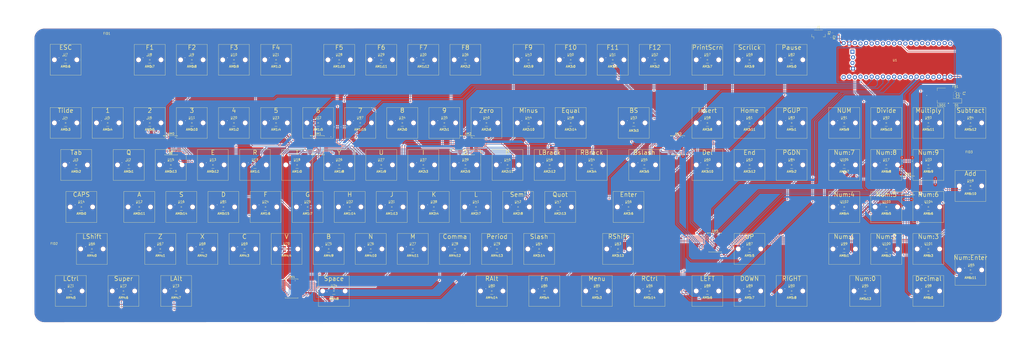
<source format=kicad_pcb>
(kicad_pcb (version 20240108) (generator "pcbnew") (generator_version "8.0")
  (layers (0 "F.Cu" signal) (31 "B.Cu" signal) (34 "B.Paste" user) (35 "F.Paste" user) (36 "B.SilkS" user "B.Silkscreen") (37 "F.SilkS" user "F.Silkscreen") (38 "B.Mask" user) (39 "F.Mask" user) (44 "Edge.Cuts" user))
  (net 0 "")
  (net 1 "SELECT2")
  (net 2 "SELECT0")
  (net 3 "+3.3V")
  (net 4 "AM0:3")
  (net 5 "GND")
  (net 6 "AM0:5")
  (net 7 "AM0:2")
  (net 8 "AM0:11")
  (net 9 "AM0:7")
  (net 10 "AM0:8")
  (net 11 "SELECT3")
  (net 12 "AM0:15")
  (net 13 "AM0:1")
  (net 14 "AM0:6")
  (net 15 "AM0:12")
  (net 16 "AM0:4")
  (net 17 "AM0:9")
  (net 18 "AM0")
  (net 19 "AM0:10")
  (net 20 "SELECT1")
  (net 21 "AM0:14")
  (net 22 "AM0:0")
  (net 23 "AM0:13")
  (net 24 "AM1:13")
  (net 25 "AM1:2")
  (net 26 "AM1:0")
  (net 27 "AM1:7")
  (net 28 "AM1:6")
  (net 29 "AM1:15")
  (net 30 "AM1:4")
  (net 31 "AM1:12")
  (net 32 "AM1:9")
  (net 33 "AM1")
  (net 34 "AM1:5")
  (net 35 "AM1:10")
  (net 36 "AM1:8")
  (net 37 "AM1:14")
  (net 38 "AM1:3")
  (net 39 "AM1:1")
  (net 40 "AM1:11")
  (net 41 "AM2:2")
  (net 42 "AM2:13")
  (net 43 "AM2:3")
  (net 44 "AM2:4")
  (net 45 "AM2")
  (net 46 "AM2:9")
  (net 47 "AM2:8")
  (net 48 "AM2:7")
  (net 49 "AM2:11")
  (net 50 "AM2:12")
  (net 51 "AM2:6")
  (net 52 "AM2:1")
  (net 53 "AM2:14")
  (net 54 "AM2:5")
  (net 55 "AM2:0")
  (net 56 "AM2:10")
  (net 57 "AM3:1")
  (net 58 "AM3:0")
  (net 59 "AM3:9")
  (net 60 "AM3:13")
  (net 61 "AM3:11")
  (net 62 "AM3:3")
  (net 63 "AM3:10")
  (net 64 "AM3:2")
  (net 65 "AM3:12")
  (net 66 "AM3:7")
  (net 67 "AM3")
  (net 68 "AM3:8")
  (net 69 "AM3:4")
  (net 70 "AM3:14")
  (net 71 "AM3:6")
  (net 72 "AM3:5")
  (net 73 "AM4:4")
  (net 74 "AM4:9")
  (net 75 "AM4")
  (net 76 "AM4:0")
  (net 77 "AM4:12")
  (net 78 "AM4:7")
  (net 79 "AM4:6")
  (net 80 "AM4:11")
  (net 81 "AM4:8")
  (net 82 "AM4:3")
  (net 83 "AM4:13")
  (net 84 "AM4:5")
  (net 85 "AM4:1")
  (net 86 "AM4:10")
  (net 87 "AM4:2")
  (net 88 "AM4:14")
  (net 89 "AM5:4")
  (net 90 "AM5:13")
  (net 91 "AM5:8")
  (net 92 "AM5:7")
  (net 93 "AM5:9")
  (net 94 "AM5:12")
  (net 95 "AM5:14")
  (net 96 "AM5:0")
  (net 97 "AM5:6")
  (net 98 "AM5:11")
  (net 99 "AM5")
  (net 100 "AM5:1")
  (net 101 "AM5:5")
  (net 102 "AM5:2")
  (net 103 "AM5:10")
  (net 104 "AM5:3")
  (net 105 "AM6:4")
  (net 106 "AM6:0")
  (net 107 "AM6:9")
  (net 108 "AM6:7")
  (net 109 "AM6:10")
  (net 110 "AM6:5")
  (net 111 "AM6:6")
  (net 112 "AM6:3")
  (net 113 "AM6:11")
  (net 114 "AM6:8")
  (net 115 "AM6:2")
  (net 116 "AM6")
  (net 117 "AM6:1")
  (net 118 "+3.3V_QWIIC")
  (net 119 "PB6_SCL1")
  (net 120 "PB7_SDA1")
  (net 121 "PB3_DISP_SCK")
  (net 122 "RGBLED")
  (net 123 "PB4_DISP_CS")
  (net 124 "PA7_MOSI1")
  (net 125 "SWD_3.3V")
  (net 127 "PWR_SENSE")
  (net 128 "SWCLK")
  (net 129 "SWDIO")
  (net 131 "PA8_DISP_DATA")
  (net 133 "USART1_RX")
  (net 134 "+5V")
  (net 138 "FLASH_CS")
  (net 139 "PA5_SCK1")
  (net 140 "NRST")
  (net 141 "PB15_MOSI2")
  (net 142 "USB_D+")
  (net 143 "PA6_MISO1")
  (net 144 "USART1_TX")
  (net 145 "PB14_MISO2")
  (net 146 "PB13_SCK2")
  (net 147 "USB_D-")
  (net 148 "Net-(LDO1-VI)")
  (net 149 "Net-(D1-K)")
  (net 150 "Net-(F1-Pad2)")
  (footprint "void_switch:VoidSwitch_2u_SMD" (layer "F.Cu") (at 361.87 118.2)
    (property "Reference" "AM3:3")
    (property "Value" "BS")
  )
  (footprint "void_switch:VoidSwitch_1u_SMD" (layer "F.Cu") (at 152.32 137.25)
    (property "Reference" "AM0:13")
    (property "Value" "W")
  )
  (footprint "void_switch:VoidSwitch_1u_SMD" (layer "F.Cu") (at 223.7575 175.35)
    (property "Reference" "AM4:9")
    (property "Value" "B")
  )
  (footprint "void_switch:VoidSwitch_1u_SMD" (layer "F.Cu") (at 266.62 137.25)
    (property "Reference" "AM2:3")
    (property "Value" "I")
  )
  (footprint "void_switch:VoidSwitch_1u_SMD" (layer "F.Cu") (at 457.12 118.2)
    (property "Reference" "AM5:9")
    (property "Value" "NUM")
  )
  (footprint "Package_TO_SOT_SMD:SOT-23" (layer "F.Cu") (at 228.52 137.25)
    (property "Reference" "U26")
    (property "Value" "Hall_Sensor")
  )
  (footprint "Package_TO_SOT_SMD:SOT-23" (layer "F.Cu") (at 495.22 194.4)
    (property "Reference" "U98")
    (property "Value" "Hall_Sensor")
  )
  (footprint "void_switch:VoidSwitch_1u_SMD" (layer "F.Cu") (at 495.22 194.4)
    (property "Reference" "AM6:0")
    (property "Value" "Decimal")
  )
  (footprint "Package_TO_SOT_SMD:SOT-23" (layer "F.Cu") (at 280.9075 175.35)
    (property "Reference" "U78")
    (property "Value" "Hall_Sensor")
  )
  (footprint "void_switch:VoidSwitch_1u_SMD" (layer "F.Cu") (at 104.695 118.2)
    (property "Reference" "AM0:3")
    (property "Value" "Tilde")
  )
  (footprint "Capacitor_SMD:C_0402_1005Metric" (layer "F.Cu") (at 506.55 106.295)
    (property "Reference" "C2")
    (property "Value" "10u")
  )
  (footprint "Package_TO_SOT_SMD:SOT-23" (layer "F.Cu") (at 433.3075 137.25)
    (property "Reference" "U84")
    (property "Value" "Hall_Sensor")
  )
  (footprint "Package_TO_SOT_SMD:SOT-23" (layer "F.Cu") (at 123.745 118.2)
    (property "Reference" "U5")
    (property "Value" "Hall_Sensor")
  )
  (footprint "Package_TO_SOT_SMD:SOT-23" (layer "F.Cu") (at 111.83875 156.3)
    (property "Reference" "U14")
    (property "Value" "Hall_Sensor")
  )
  (footprint "Fuse:Fuse_0603_1608Metric" (layer "F.Cu") (at 510.15 104.7675 90)
    (property "Reference" "F1")
    (property "Value" "500mA")
  )
  (footprint "Package_TO_SOT_SMD:SOT-23" (layer "F.Cu") (at 266.62 89.625)
    (property "Reference" "U30")
    (property "Value" "Hall_Sensor")
  )
  (footprint "Package_TO_SOT_SMD:SOT-23" (layer "F.Cu") (at 290.4325 156.3)
    (property "Reference" "U41")
    (property "Value" "Hall_Sensor")
  )
  (footprint "void_switch:VoidSwitch_1u_SMD" (layer "F.Cu") (at 204.7075 175.35)
    (property "Reference" "AM4:4")
    (property "Value" "V")
  )
  (footprint "void_switch:VoidSwitch_1u_SMD" (layer "F.Cu") (at 180.895 118.2)
    (property "Reference" "AM1:2")
    (property "Value" "4")
  )
  (footprint "void_switch:VoidSwitch_1u_SMD" (layer "F.Cu") (at 495.22 137.25)
    (property "Reference" "AM6:9")
    (property "Value" "Num:9")
  )
  (footprint "Package_TO_SOT_SMD:SOT-23" (layer "F.Cu") (at 204.7075 175.35)
    (property "Reference" "U70")
    (property "Value" "Hall_Sensor")
  )
  (footprint "Package_TO_SOT_SMD:SOT-23" (layer "F.Cu") (at 199.945 89.625)
    (property "Reference" "U21")
    (property "Value" "Hall_Sensor")
  )
  (footprint "Package_TO_SOT_SMD:SOT-23" (layer "F.Cu") (at 285.67 137.25)
    (property "Reference" "U39")
    (property "Value" "Hall_Sensor")
  )
  (footprint "void_switch:VoidSwitch_1u_SMD" (layer "F.Cu") (at 214.2325 156.3)
    (property "Reference" "AM1:7")
    (property "Value" "G")
  )
  (footprint "Package_TO_SOT_SMD:SOT-23" (layer "F.Cu") (at 395.2075 194.4)
    (property "Reference" "U88")
    (property "Value" "Hall_Sensor")
  )
  (footprint "void_switch:VoidSwitch_1u_SMD" (layer "F.Cu") (at 138.0325 156.3)
    (property "Reference" "AM0:11")
    (property "Value" "A")
  )
  (footprint "Package_TO_SOT_SMD:SOT-23" (layer "F.Cu") (at 414.2575 175.35)
    (property "Reference" "U87")
    (property "Value" "Hall_Sensor")
  )
  (footprint "Package_TO_SOT_SMD:SOT-23" (layer "F.Cu") (at 266.62 137.25)
    (property "Reference" "U37")
    (property "Value" "Hall_Sensor")
  )
  (footprint "Package_TO_SOT_SMD:SOT-23" (layer "F.Cu") (at 476.17 156.3)
    (property "Reference" "U103")
    (property "Value" "Hall_Sensor")
  )
  (footprint "Package_TO_SOT_SMD:SOT-23" (layer "F.Cu") (at 142.795 118.2)
    (property "Reference" "U6")
    (property "Value" "Hall_Sensor")
  )
  (footprint "void_switch:VoidSwitch_1u_SMD" (layer "F.Cu") (at 309.4825 156.3)
    (property "Reference" "AM2:8")
    (property "Value" "Semi")
  )
  (footprint "void_switch:VoidSwitch_1u_SMD" (layer "F.Cu") (at 190.42 137.25)
    (property "Reference" "AM1:1")
    (property "Value" "R")
  )
  (footprint "Package_TO_SOT_SMD:SOT-23" (layer "F.Cu") (at 104.695 118.2)
    (property "Reference" "U4")
    (property "Value" "Hall_Sensor")
  )
  (footprint "void_switch:VoidSwitch_1u_SMD" (layer "F.Cu") (at 476.17 175.35)
    (property "Reference" "AM6:2")
    (property "Value" "Num:2")
  )
  (footprint "void_switch:VoidSwitch_1u_SMD" (layer "F.Cu") (at 299.9575 175.35)
    (property "Reference" "AM4:13")
    (property "Value" "Period")
  )
  (footprint "Package_TO_SOT_SMD:SOT-23" (layer "F.Cu") (at 514.27 146.775)
    (property "Reference" "U49")
    (property "Value" "Hall_Sensor")
  )
  (footprint "Package_TO_SOT_SMD:SOT-23" (layer "F.Cu") (at 433.3075 89.625)
    (property "Reference" "U82")
    (property "Value" "Hall_Sensor")
  )
  (footprint "void_switch:VoidSwitch_1u_SMD" (layer "F.Cu") (at 476.17 137.25)
    (property "Reference" "AM6:8")
    (property "Value" "Num:8")
  )
  (footprint "Package_TO_SOT_SMD:SOT-23" (layer "F.Cu") (at 161.845 89.625)
    (property "Reference" "U9")
    (property "Value" "Hall_Sensor")
  )
  (footprint "Package_TO_SOT_SMD:SOT-23" (layer "F.Cu") (at 107.07625 194.4)
    (property "Reference" "U71")
    (property "Value" "Hall_Sensor")
  )
  (footprint "void_switch:VoidSwitch_1u_SMD" (layer "F.Cu") (at 285.67 137.25)
    (property "Reference" "AM2:5")
    (property "Value" "O")
  )
  (footprint "void_switch:VoidSwitch_1u_SMD" (layer "F.Cu") (at 247.57 89.625)
    (property "Reference" "AM1:11")
    (property "Value" "F6")
  )
  (footprint "void_switch:VoidSwitch_1u_SMD" (layer "F.Cu") (at 495.22 156.3)
    (property "Reference" "AM6:6")
    (property "Value" "Num:6")
  )
  (footprint "Diode_SMD:D_SOD-123" (layer "F.Cu") (at 508 108.245 180)
    (property "Reference" "D1")
    (property "Value" "B5819W")
  )
  (footprint "Package_TO_SOT_SMD:SOT-23" (layer "F.Cu") (at 359.48875 156.3)
    (property "Reference" "U56")
    (property "Value" "Hall_Sensor")
  )
  (footprint "void_switch:VoidSwitch_1u_SMD" (layer "F.Cu") (at 457.12 156.3)
    (property "Reference" "AM6:4")
    (property "Value" "Num:4")
  )
  (footprint "Package_TO_SOT_SMD:SOT-23" (layer "F.Cu") (at 242.8075 175.35)
    (property "Reference" "U76")
    (property "Value" "Hall_Sensor")
  )
  (footprint "void_switch:VoidSwitch_1u_SMD" (layer "F.Cu") (at 333.295 118.2)
    (property "Reference" "AM2:14")
    (property "Value" "Equal")
  )
  (footprint "Package_TO_SOT_SMD:SOT-23" (layer "F.Cu") (at 433.3075 194.4)
    (property "Reference" "U90")
    (property "Value" "Hall_Sensor")
  )
  (footprint "Package_TO_SOT_SMD:SOT-23" (layer "F.Cu") (at 333.295 89.625)
    (property "Reference" "U50")
    (property "Value" "Hall_Sensor")
  )
  (footprint "void_switch:VoidSwitch_1.75u_SMD" (layer "F.Cu") (at 111.83875 156.3)
    (property "Reference" "AM0:0")
    (property "Value" "CAPS")
  )
  (footprint "Package_TO_SOT_SMD:SOT-23" (layer "F.Cu") (at 130.88875 194.4)
    (property "Reference" "U72")
    (property "Value" "Hall_Sensor")
  )
  (footprint "Package_TO_SOT_SMD:SOT-23" (layer "F.Cu") (at 323.77 137.25)
    (property "Reference" "U46")
    (property "Value" "Hall_Sensor")
  )
  (footprint "void_switch:VoidSwitch_1u_SMD" (layer "F.Cu") (at 195.1825 156.3)
    (property "Reference" "AM1:6")
    (property "Value" "F")
  )
  (footprint "void_switch:VoidSwitch_1u_SMD" (layer "F.Cu") (at 199.945 89.625)
    (property "Reference" "AM1:3")
    (property "Value" "F4")
  )
  (footprint "Package_TO_SOT_SMD:SOT-23" (layer "F.Cu") (at 285.67 89.625)
    (property "Reference" "U36")
    (property "Value" "Hall_Sensor")
  )
  (footprint "void_switch:VoidSwitch_1u_SMD" (layer "F.Cu") (at 104.695 89.6)
    (property "Reference" "AM0:6")
    (property "Value" "ESC")
  )
  (footprint "void_switch:VoidSwitch_1u_SMD" (layer "F.Cu") (at 147.5575 175.35)
    (property "Reference" "AM4:1")
    (property "Value" "Z")
  )
  (footprint "Package_SO:SSOP-24_5.3x8.2mm_P0.65mm" (layer "F.Cu") (at 486.02 146.59375)
    (property "Reference" "AM6")
    (property "Value" "CD74HC4067SM")
  )
  (footprint "void_switch:VoidSwitch_1u_SMD" (layer "F.Cu") (at 261.8575 175.35)
    (property "Reference" "AM4:11")
    (property "Value" "M")
  )
  (footprint "Package_TO_SOT_SMD:SOT-23" (layer "F.Cu") (at 495.22 156.3)
    (property "Reference" "U104")
    (property "Value" "Hall_Sensor")
  )
  (footprint "Package_TO_SOT_SMD:SOT-23" (layer "F.Cu") (at 297.57625 194.4)
    (property "Reference" "U80")
    (property "Value" "Hall_Sensor")
  )
  (footprint "void_switch:VoidSwitch_1u_SMD" (layer "F.Cu") (at 395.2075 137.25)
    (property "Reference" "AM3:10")
    (property "Value" "Del")
  )
  (footprint "void_switch:VoidSwitch_1u_SMD" (layer "F.Cu") (at 161.845 118.2)
    (property "Reference" "AM0:10")
    (property "Value" "3")
  )
  (footprint "Package_TO_SOT_SMD:SOT-23" (layer "F.Cu") (at 271.3825 156.3)
    (property "Reference" "U38")
    (property "Value" "Hall_Sensor")
  )
  (footprint "void_switch:VoidSwitch_1u_SMD" (layer "F.Cu") (at 495.22 175.35)
    (property "Reference" "AM6:3")
    (property "Value" "Num:3")
  )
  (footprint "void_switch:VoidSwitch_1u_SMD" (layer "F.Cu") (at 166.6075 175.35)
    (property "Reference" "AM4:2")
    (property "Value" "X")
  )
  (footprint "void_switch:VoidSwitch_1u_SMD" (layer "F.Cu") (at 371.395 89.625)
    (property "Reference" "AM3:2")
    (property "Value" "F12")
  )
  (footprint "void_switch:VoidSwitch_1u_SMD" (layer "F.Cu") (at 218.995 118.2)
    (property "Reference" "AM1:5")
    (property "Value" "6")
  )
  (footprint "Package_SO:SSOP-24_5.3x8.2mm_P0.65mm" (layer "F.Cu") (at 218.97 128.34375)
    (property "Reference" "AM1")
    (property "Value" "CD74HC4067SM")
  )
  (footprint "void_switch:VoidSwitch_1u_SMD" (layer "F.Cu") (at 352.345 89.625)
    (property "Reference" "AM3:1")
    (property "Value" "F11")
  )
  (footprint "Package_TO_SOT_SMD:SOT-23" (layer "F.Cu") (at 104.695 89.625)
    (property "Reference" "U7")
    (property "Value" "Hall_Sensor")
  )
  (footprint "Package_TO_SOT_SMD:SOT-23" (layer "F.Cu") (at 180.895 89.625)
    (property "Reference" "U10")
    (property "Value" "Hall_Sensor")
  )
  (footprint "void_switch:VoidSwitch_1u_SMD" (layer "F.Cu") (at 142.795 118.2)
    (property "Reference" "AM0:5")
    (property "Value" "2")
  )
  (footprint "Package_TO_SOT_SMD:SOT-23" (layer "F.Cu") (at 218.995 118.2)
    (property "Reference" "U22")
    (property "Value" "Hall_Sensor")
  )
  (footprint "Package_TO_SOT_SMD:SOT-23" (layer "F.Cu") (at 345.20125 194.4)
    (property "Reference" "U85")
    (property "Value" "Hall_Sensor")
  )
  (footprint "void_switch:VoidSwitch_1u_SMD" (layer "F.Cu") (at 238.045 118.2)
    (property "Reference" "AM1:15")
    (property "Value" "7")
  )
  (footprint "Package_TO_SOT_SMD:SOT-23" (layer "F.Cu") (at 226.13875 194.4)
    (property "Reference" "U74")
    (property "Value" "Hall_Sensor")
  )
  (footprint "void_switch:VoidSwitch_1u_SMD" (layer "F.Cu") (at 457.12 175.35)
    (property "Reference" "AM6:1")
    (property "Value" "Num:1")
  )
  (footprint "Package_TO_SOT_SMD:SOT-23" (layer "F.Cu") (at 457.12 118.2)
    (property "Reference" "U91")
    (property "Value" "Hall_Sensor")
  )
  (footprint "void_switch:VoidSwitch_1.5u_SMD" (layer "F.Cu") (at 366.6325 137.25)
    (property "Reference" "AM3:5")
    (property "Value" "Bslash")
  )
  (footprint "Package_TO_SOT_SMD:SOT-23" (layer "F.Cu") (at 414.2575 89.625)
    (property "Reference" "U59")
    (property "Value" "Hall_Sensor")
  )
  (footprint "void_switch:VoidSwitch_2.25u_SMD" (layer "F.Cu") (at 116.60125 175.35)
    (property "Reference" "AM4:0")
    (property "Value" "LShift")
  )
  (footprint "Package_TO_SOT_SMD:SOT-23" (layer "F.Cu") (at 257.095 118.2)
    (property "Reference" "U34")
    (property "Value" "Hall_Sensor")
  )
  (footprint "Package_TO_SOT_SMD:SOT-23" (layer "F.Cu") (at 199.945 118.2)
    (property "Reference" "U23")
    (property "Value" "Hall_Sensor")
  )
  (footprint "Package_TO_SOT_SMD:SOT-23" (layer "F.Cu") (at 276.145 118.2)
    (property "Reference" "U35")
    (property "Value" "Hall_Sensor")
  )
  (footprint "Package_TO_SOT_SMD:SOT-23" (layer "F.Cu") (at 157.0825 156.3)
    (property "Reference" "U16")
    (property "Value" "Hall_Sensor")
  )
  (footprint "void_switch:VoidSwitch_1.25u_SMD" (layer "F.Cu") (at 345.20125 194.4)
    (property "Reference" "AM5:3")
    (property "Value" "Menu")
  )
  (footprint "Package_TO_SOT_SMD:SOT-23" (layer "F.Cu") (at 138.0325 156.3)
    (property "Reference" "U12")
    (property "Value" "Hall_Sensor")
  )
  (footprint "void_switch:VoidSwitch_1u_SMD" (layer "F.Cu") (at 414.2575 89.625)
    (property "Reference" "AM3:9")
    (property "Value" "Scrllck")
  )
  (footprint "Package_TO_SOT_SMD:SOT-23" (layer "F.Cu") (at 319.0075 175.35)
    (property "Reference" "U64")
    (property "Value" "Hall_Sensor")
  )
  (footprint "Package_TO_SOT_SMD:SOT-23" (layer "F.Cu") (at 116.60125 175.35)
    (property "Reference" "U66")
    (property "Value" "Hall_Sensor")
  )
  (footprint "Package_SO:SSOP-24_5.3x8.2mm_P0.65mm" (layer "F.Cu") (at 207.02 193.29375)
    (property "Reference" "AM4")
    (property "Value" "CD74HC4067SM")
  )
  (footprint "Package_TO_SOT_SMD:SOT-23" (layer "F.Cu") (at 314.245 118.2)
    (property "Reference" "U44")
    (property "Value" "Hall_Sensor")
  )
  (footprint "Package_TO_SOT_SMD:SOT-23" (layer "F.Cu") (at 369.01375 194.4)
    (property "Reference" "U96")
    (property "Value" "Hall_Sensor")
  )
  (footprint "Connector_JST:JST_SH_BM04B-SRSS-TB_1x04-1MP_P1.00mm_Vertical" (layer "F.Cu") (at 445.475 78.1)
    (property "Reference" "J1")
    (property "Value" "QWIIC")
  )
  (footprint "Package_TO_SOT_SMD:SOT-23" (layer "F.Cu") (at 457.12 175.35)
    (property "Reference" "U99")
    (property "Value" "Hall_Sensor")
  )
  (footprint "Package_SO:SSOP-24_5.3x8.2mm_P0.65mm" (layer "F.Cu") (at 398.675 172.425)
    (property "Reference" "AM5")
    (property "Value" "CD74HC4067SM")
  )
  (footprint "Package_TO_SOT_SMD:SOT-23" (layer "F.Cu") (at 476.17 137.25)
    (property "Reference" "U17")
    (property "Value" "Hall_Sensor")
  )
  (footprint "void_switch:VoidSwitch_1u_SMD" (layer "F.Cu") (at 123.745 118.2)
    (property "Reference" "AM0:4")
    (property "Value" "1")
  )
  (footprint "void_switch:VoidSwitch_1u_SMD" (layer "F.Cu") (at 314.245 118.2)
    (property "Reference" "AM2:10")
    (property "Value" "Minus")
  )
  (footprint "Package_TO_SOT_SMD:SOT-23" (layer "F.Cu") (at 171.37 137.25)
    (property "Reference" "U13")
    (property "Value" "Hall_Sensor")
  )
  (footprint "Package_TO_SOT_SMD:SOT-23" (layer "F.Cu") (at 238.045 118.2)
    (property "Reference" "U97")
    (property "Value" "Hall_Sensor")
  )
  (footprint "Package_TO_SOT_SMD:SOT-23" (layer "F.Cu") (at 190.42 137.25)
    (property "Reference" "U19")
    (property "Value" "Hall_Sensor")
  )
  (footprint "Package_TO_SOT_SMD:SOT-23" (layer "F.Cu") (at 395.2075 89.625)
    (property "Reference" "U57")
    (property "Value" "Hall_Sensor")
  )
  (footprint "void_switch:VoidSwitch_1u_SMD" (layer "F.Cu") (at 414.2575 118.2)
    (property "Reference" "AM3:11")
    (property "Value" "Home")
  )
  (footprint "void_switch:VoidSwitch_1u_SMD" (layer "F.Cu") (at 280.9075 175.35)
    (property "Reference" "AM4:12")
    (property "Value" "Comma")
  )
  (footprint "void_switch:VoidSwitch_1.25u_SMD" (layer "F.Cu") (at 154.70125 194.4)
    (property "Reference" "AM4:7")
    (property "Value" "LAlt")
  )
  (footprint "void_switch:VoidSwitch_1u_SMD" (layer "F.Cu") (at 176.1325 156.3)
    (property "Reference" "AM0:15")
    (property "Value" "D")
  )
  (footprint "Package_TO_SOT_SMD:SOT-23" (layer "F.Cu") (at 161.845 118.2)
    (property "Reference" "U11")
    (property "Value" "Hall_Sensor")
  )
  (footprint "Package_TO_SOT_SMD:SOT-23" (layer "F.Cu") (at 433.3075 118.2)
    (property "Reference" "U83")
    (property "Value" "Hall_Sensor")
  )
  (footprint "Package_TO_SOT_SMD:SOT-23" (layer "F.Cu") (at 495.22 175.35)
    (property "Reference" "U101")
    (property "Value" "Hall_Sensor")
  )
  (footprint "void_switch:VoidSwitch_1.25u_SMD" (layer "F.Cu") (at 130.88875 194.4)
    (property "Reference" "AM4:6")
    (property "Value" "Super")
  )
  (footprint "Package_TO_SOT_SMD:SOT-23" (layer "F.Cu") (at 495.22 118.2)
    (property "Reference" "U93")
    (property "Value" "Hall_Sensor")
  )
  (footprint "void_switch:VoidSwitch_1.5u_SMD" (layer "F.Cu") (at 109.4575 137.25)
    (property "Reference" "AM0:2")
    (property "Value" "Tab")
  )
  (footprint "void_switch:VoidSwitch_1u_SMD" (layer "F.Cu") (at 395.2075 194.4)
    (property "Reference" "AM5:6")
    (property "Value" "LEFT")
  )
  (footprint "Package_TO_SOT_SMD:SOT-23" (layer "F.Cu") (at 304.72 137.25)
    (property "Reference" "U45")
    (property "Value" "Hall_Sensor")
  )
  (footprint "void_switch:VoidSwitch_1u_SMD" (layer "F.Cu") (at 433.3075 89.625)
    (property "Reference" "AM5:0")
    (property "Value" "Pause")
  )
  (footprint "void_switch:VoidSwitch_2uv_SMD" (layer "F.Cu") (at 514.27 184.875)
    (property "Reference" "AM6:11")
    (property "Value" "Num:Enter")
  )
  (footprint "void_switch:VoidSwitch_1u_SMD" (layer "F.Cu") (at 266.62 89.625)
    (property "Reference" "AM1:12")
    (property "Value" "F7")
  )
  (footprint "Package_TO_SOT_SMD:SOT-23" (layer "F.Cu") (at 414.2575 137.25)
    (property "Reference" "U62")
    (property "Value" "Hall_Sensor")
  )
  (footprint "void_switch:VoidSwitch_1u_SMD" (layer "F.Cu") (at 304.72 137.25)
    (property "Reference" "AM2:11")
    (property "Value" "P")
  )
  (footprint "void_switch:VoidSwitch_1u_SMD" (layer "F.Cu") (at 414.2575 137.25)
    (property "Reference" "AM3:12")
    (property "Value" "End")
  )
  (footprint "Package_TO_SOT_SMD:SOT-23" (layer "F.Cu") (at 142.795 89.625)
    (property "Reference" "U8")
    (property "Value" "Hall_Sensor")
  )
  (footprint "void_switch:VoidSwitch_1u_SMD" (layer "F.Cu") (at 276.145 118.2)
    (property "Reference" "AM2:1")
    (property "Value" "9")
  )
  (footprint "void_switch:VoidSwitch_1u_SMD" (layer "F.Cu") (at 209.47 137.25)
    (property "Reference" "AM1:0")
    (property "Value" "T")
  )
  (footprint "void_switch:VoidSwitch_1u_SMD" (layer "F.Cu") (at 319.0075 175.35)
    (property "Reference" "AM3:14")
    (property "Value" "Slash")
  )
  (footprint "Package_TO_SOT_SMD:SOT-23" (layer "F.Cu") (at 414.2575 194.4)
    (property "Reference" "U89")
    (property "Value" "Hall_Sensor")
  )
  (footprint "Package_TO_SOT_SMD:SOT-23" (layer "F.Cu") (at 414.2575 118.2)
    (property "Reference" "U61")
    (property "Value" "Hall_Sensor")
  )
  (footprint "void_switch:VoidSwitch_1u_SMD" (layer "F.Cu") (at 514.27 118.2)
    (property "Reference" "AM5:12")
    (property "Value" "Subtract")
  )
  (footprint "kicad_blackpill:BlackPill_STLINK" (layer "F.Cu") (at 480.025 89.75 -90)
    (property "Reference" "U1")
    (property "Value" "BlackPill_STLINK")
  )
  (footprint "Package_TO_SOT_SMD:SOT-23" (layer "F.Cu") (at 295.195 118.2)
    (property "Reference" "U40")
    (property "Value" "Hall_Sensor")
  )
  (footprint "Package_TO_SOT_SMD:SOT-23" (layer "F.Cu") (at 371.395 89.625)
    (property "Reference" "U52")
    (property "Value" "Hall_Sensor")
  )
  (footprint "Package_TO_SOT_SMD:SOT-23" (layer "F.Cu") (at 228.52 89.625)
    (property "Reference" "U28")
    (property "Value" "Hall_Sensor")
  )
  (footprint "void_switch:VoidSwitch_1u_SMD" (layer "F.Cu") (at 476.17 118.2)
    (property "Reference" "AM5:10")
    (property "Value" "Divide")
  )
  (footprint "Package_TO_SOT_SMD:SOT-23" (layer "F.Cu") (at 185.6575 175.35)
    (property "Reference" "U69")
    (property "Value" "Hall_Sensor")
  )
  (footprint "Package_TO_SOT_SMD:SOT-23" (layer "F.Cu") (at 321.38875 194.4)
    (property "Reference" "U86")
    (property "Value" "Hall_Sensor")
  )
  (footprint "Package_TO_SOT_SMD:SOT-23" (layer "F.Cu") (at 133.27 137.25)
    (property "Reference" "U2")
    (property "Value" "Hall_Sensor")
  )
  (footprint "Package_TO_SOT_SMD:SOT-23" (layer "F.Cu") (at 154.70125 194.4)
    (property "Reference" "U73")
    (property "Value" "Hall_Sensor")
  )
  (footprint "void_switch:VoidSwitch_1u_SMD" (layer "F.Cu") (at 414.2575 175.35)
    (property "Reference" "AM5:5")
    (property "Value" "UP")
  )
  (footprint "Package_TO_SOT_SMD:SOT-23" (layer "F.Cu") (at 314.245 89.625)
    (property "Reference" "U43")
    (property "Value" "Hall_Sensor")
  )
  (footprint "Package_TO_SOT_SMD:SOT-23" (layer "F.Cu") (at 327.595 156.3)
    (property "Reference" "U47")
    (property "Value" "Hall_Sensor")
  )
  (footprint "Package_TO_SOT_SMD:SOT-223-3_TabPin2" (layer "F.Cu") (at 501.15 105.7875 180)
    (property "Reference" "LDO1")
    (property "Value" "AMS1117-3.3")
  )
  (footprint "Package_TO_SOT_SMD:SOT-23" (layer "F.Cu") (at 514.62 184.96875)
    (property "Reference" "U65")
    (property "Value" "Hall_Sensor")
  )
  (footprint "Capacitor_SMD:C_0402_1005Metric" (layer "F.Cu") (at 506.56 104.975)
    (property "Reference" "C1")
    (property "Value" "10u")
  )
  (footprint "Package_TO_SOT_SMD:SOT-23" (layer "F.Cu") (at 457.12 137.25)
    (property "Reference" "U105")
    (property "Value" "Hall_Sensor")
  )
  (footprint "void_switch:VoidSwitch_1u_SMD" (layer "F.Cu") (at 228.52 137.25)
    (property "Reference" "AM1:8")
    (property "Value" "Y")
  )
  (footprint "Package_TO_SOT_SMD:SOT-23" (layer "F.Cu") (at 457.12 156.3)
    (property "Reference" "U102")
    (property "Value" "Hall_Sensor")
  )
  (footprint "void_switch:VoidSwitch_1u_SMD" (layer "F.Cu") (at 290.4325 156.3)
    (property "Reference" "AM2:7")
    (property "Value" "L")
  )
  (footprint "Package_TO_SOT_SMD:SOT-23" (layer "F.Cu") (at 514.27 118.2)
    (property "Reference" "U94")
    (property "Value" "Hall_Sensor")
  )
  (footprint "void_switch:VoidSwitch_1.25u_SMD" (layer "F.Cu") (at 297.57625 194.4)
    (property "Reference" "AM4:14")
    (property "Value" "RAlt")
  )
  (footprint "void_switch:VoidSwitch_1u_SMD" (layer "F.Cu") (at 252.3325 156.3)
    (property "Reference" "AM1:13")
    (property "Value" "J")
  )
  (footprint "Package_TO_SOT_SMD:SOT-23" (layer "F.Cu") (at 195.1825 156.3)
    (property "Reference" "U24")
    (property "Value" "Hall_Sensor")
  )
  (footprint "void_switch:VoidSwitch_1u_SMD" (layer "F.Cu") (at 433.3075 137.25)
    (property "Reference" "AM5:2")
    (property "Value" "PGDN")
  )
  (footprint "Resistor_SMD:R_0402_1005Metric" (layer "F.Cu") (at 451.5 79.475 -90)
    (property "Reference" "R2")
    (property "Value" "2k2" (hide yes))
  )
  (footprint "Package_TO_SOT_SMD:SOT-23" (layer "F.Cu") (at 299.9575 175.35)
    (property "Reference" "U79")
    (property "Value" "Hall_Sensor")
  )
  (footprint "Fiducial:Fiducial_1mm_Mask2mm" (layer "F.Cu") (at 123.325 79.7)
    (property "Reference" "FID1")
    (property "Value" "Fiducial")
  )
  (footprint "void_switch:VoidSwitch_1u_SMD" (layer "F.Cu") (at 171.37 137.25)
    (property "Reference" "AM0:12")
    (property "Value" "E")
  )
  (footprint "Package_TO_SOT_SMD:SOT-23" (layer "F.Cu") (at 152.32 137.25)
    (property "Reference" "U15")
    (property "Value" "Hall_Sensor")
  )
  (footprint "void_switch:VoidSwitch_1u_SMD" (layer "F.Cu") (at 133.27 137.25)
    (property "Reference" "AM0:1")
    (property "Value" "Q")
  )
  (footprint "Resistor_SMD:R_0402_1005Metric" (layer "F.Cu") (at 451.5 77.365 90)
    (property "Reference" "R1")
    (property "Value" "2k2" (hide yes))
  )
  (footprint "Package_TO_SOT_SMD:SOT-23" (layer "F.Cu") (at 252.3325 156.3)
    (property "Reference" "U31")
    (property "Value" "Hall_Sensor")
  )
  (footprint "void_switch:VoidSwitch_1u_SMD" (layer "F.Cu") (at 433.3075 194.4)
    (property "Reference" "AM5:8")
    (property "Value" "RIGHT")
  )
  (footprint "void_switch:VoidSwitch_2uv_SMD" (layer "F.Cu") (at 514.27 146.775)
    (property "Reference" "AM6:10")
    (property "Value" "Add")
  )
  (footprint "void_switch:VoidSwitch_1u_SMD" (layer "F.Cu") (at 323.77 137.25)
    (property "Reference" "AM2:12")
    (property "Value" "LBrack")
  )
  (footprint "Fiducial:Fiducial_1mm_Mask2mm" (layer "F.Cu") (at 99.475 174.925)
    (property "Reference" "FID2")
    (property "Value" "Fiducial")
  )
  (footprint "Package_TO_SOT_SMD:SOT-23" (layer "F.Cu") (at 180.895 118.2)
    (property "Reference" "U20")
    (property "Value" "Hall_Sensor")
  )
  (footprint "void_switch:VoidSwitch_1u_SMD" (layer "F.Cu") (at 395.2075 118.2)
    (property "Reference" "AM3:8")
    (property "Value" "Insert")
  )
  (footprint "Package_TO_SOT_SMD:SOT-23" (layer "F.Cu") (at 395.2075 137.25)
    (property "Reference" "U60")
    (property "Value" "Hall_Sensor")
  )
  (footprint "Package_TO_SOT_SMD:SOT-23" (layer "F.Cu") (at 476.17 175.35)
    (property "Reference" "U100")
    (property "Value" "Hall_Sensor")
  )
  (footprint "void_switch:VoidSwitch_1u_SMD" (layer "F.Cu") (at 257.095 118.2)
    (property "Reference" "AM2:0")
    (property "Value" "8")
  )
  (footprint "void_switch:VoidSwitch_1u_SMD" (layer "F.Cu") (at 247.57 137.25)
    (property "Reference" "AM1:9")
    (property "Value" "U")
  )
  (footprint "void_switch:VoidSwitch_1u_SMD" (layer "F.Cu") (at 342.82 137.25)
    (property "Reference" "AM3:4")
    (property "Value" "RBrack")
  )
  (footprint "Package_TO_SOT_SMD:SOT-23" (layer "F.Cu") (at 352.345 89.625)
    (property "Reference" "U51")
    (property "Value" "Hall_Sensor")
  )
  (footprint "Fiducial:Fiducial_1mm_Mask2mm" (layer "F.Cu") (at 513.625 133.4)
    (property "Reference" "FID3")
    (property "Value" "Fiducial")
  )
  (footprint "Package_TO_SOT_SMD:SOT-23" (layer "F.Cu") (at 395.2075 118.2)
    (property "Reference" "U58")
    (property "Value" "Hall_Sensor")
  )
  (footprint "void_switch:VoidSwitch_1u_SMD" (layer "F.Cu") (at 457.12 137.25)
    (property "Reference" "AM6:7")
    (property "Value" "Num:7")
  )
  (footprint "Package_TO_SOT_SMD:SOT-23" (layer "F.Cu") (at 466.645 194.4)
    (property "Reference" "U95")
    (property "Value" "Hall_Sensor")
  )
  (footprint "Package_TO_SOT_SMD:SOT-23" (layer "F.Cu") (at 361.87 118.2)
    (property "Reference" "U53")
    (property "Value" "Hall_Sensor")
  )
  (footprint "void_switch:VoidSwitch_1u_SMD" (layer "F.Cu") (at 228.52 89.625)
    (property "Reference" "AM1:10")
    (property "Value" "F5")
  )
  (footprint "Package_TO_SOT_SMD:SOT-23" (layer "F.Cu") (at 495.3075 137.21875)
    (property "Reference" "U33")
    (property "Value" "Hall_Sensor")
  )
  (footprint "void_switch:VoidSwitch_1u_SMD" (layer "F.Cu") (at 180.895 89.625)
    (property "Reference" "AM0:9")
    (property "Value" "F3")
  )
  (footprint "void_switch:VoidSwitch_1u_SMD" (layer "F.Cu") (at 395.2075 89.625)
    (property "Reference" "AM3:7")
    (property "Value" "PrintScrn")
  )
  (footprint "void_switch:VoidSwitch_2.75u_SMD" (layer "F.Cu") (at 354.72625 175.35)
    (property "Reference" "AM3:13")
    (property "Value" "RShift")
  )
  (footprint "Package_TO_SOT_SMD:SOT-23" (layer "F.Cu") (at 233.2825 156.3)
    (property "Reference" "U32")
    (property "Value" "Hall_Sensor")
  )
  (footprint "Package_TO_SOT_SMD:SOT-23" (layer "F.Cu") (at 366.6325 137.25)
    (property "Reference" "U55")
    (property "Value" "Hall_Sensor")
  )
  (footprint "void_switch:VoidSwitch_1u_SMD" (layer "F.Cu") (at 476.17 156.3)
    (property "Reference" "AM6:5")
    (property "Value" "Num:5")
  )
  (footprint "void_switch:VoidSwitch_1u_SMD" (layer "F.Cu") (at 414.2575 194.4)
    (property "Reference" "AM5:7")
    (property "Value" "DOWN")
  )
  (footprint "Package_TO_SOT_SMD:SOT-23" (layer "F.Cu") (at 147.5575 175.35)
    (property "Reference" "U67")
    (property "Value" "Hall_Sensor")
  )
  (footprint "Inductor_SMD:L_0805_2012Metric" (layer "F.Cu") (at 507.41 103.305)
    (property "Reference" "FB1")
    (property "Value" "100 @ 100 Mhz")
  )
  (footprint "Package_TO_SOT_SMD:SOT-23" (layer "F.Cu") (at 247.57 137.25)
    (property "Reference" "U27")
    (property "Value" "Hall_Sensor")
  )
  (footprint "void_switch:VoidSwitch_1u_SMD" (layer "F.Cu") (at 233.2825 156.3)
    (property "Reference" "AM1:14")
    (property "Value" "H")
  )
  (footprint "void_switch:VoidSwitch_1u_SMD" (layer "F.Cu") (at 271.3825 156.3)
    (property "Reference" "AM2:4")
    (property "Value" "K")
  )
  (footprint "void_switch:VoidSwitch_1u_SMD" (layer "F.Cu") (at 242.8075 175.35)
    (property "Reference" "AM4:10")
    (property "Value" "N")
  )
  (footprint "Package_TO_SOT_SMD:SOT-23" (layer "F.Cu") (at 209.47 137.25)
    (property "Reference" "U18")
    (property "Value" "Hall_Sensor")
  )
  (footprint "void_switch:VoidSwitch_1u_SMD" (layer "F.Cu") (at 314.245 89.625)
    (property "Reference" "AM2:9")
    (property "Value" "F9")
  )
  (footprint "void_switch:VoidSwitch_1u_SMD" (layer "F.Cu") (at 199.945 118.2)
    (property "Reference" "AM1:4")
    (property "Value" "5")
  )
  (footprint "Package_TO_SOT_SMD:SOT-23" (layer "F.Cu") (at 476.17 118.2)
    (property "Reference" "U92")
    (property "Value" "Hall_Sensor")
  )
  (footprint "Package_TO_SOT_SMD:SOT-23" (layer "F.Cu") (at 166.6075 175.35)
    (property "Reference" "U68")
    (property "Value" "Hall_Sensor")
  )
  (footprint "Package_TO_SOT_SMD:SOT-23" (layer "F.Cu") (at 354.72625 175.35)
    (property "Reference" "U63")
    (property "Value" "Hall_Sensor")
  )
  (footprint "void_switch:VoidSwitch_1u_SMD" (layer "F.Cu") (at 185.6575 175.35)
    (property "Reference" "AM4:3")
    (property "Value" "C")
  )
  (footprint "Package_TO_SOT_SMD:SOT-23" (layer "F.Cu") (at 176.1325 156.3)
    (property "Reference" "U81")
    (property "Value" "Hall_Sensor")
  )
  (footprint "Package_SO:SSOP-24_5.3x8.2mm_P0.65mm" (layer "F.Cu") (at 382.02 128.34375)
    (property "Reference" "AM3")
    (property "Value" "CD74HC4067SM")
  )
  (footprint "void_switch:VoidSwitch_1u_SMD" (layer "F.Cu") (at 285.67 89.625)
    (property "Reference" "AM2:2")
    (property "Value" "F8")
  )
  (footprint "void_switch:VoidSwitch_2.25u_SMD" (layer "F.Cu") (at 359.48875 156.3)
    (property "Reference" "AM3:6")
    (property "Value" "Enter")
  )
  (footprint "Package_TO_SOT_SMD:SOT-23" (layer "F.Cu") (at 214.2325 156.3)
    (property "Reference" "U25")
    (property "Value" "Hall_Sensor")
  )
  (footprint "void_switch:VoidSwitch_1.25u_SMD" (layer "F.Cu") (at 369.01375 194.4)
    (property "Reference" "AM5:14")
    (property "Value" "RCtrl")
  )
  (footprint "void_switch:VoidSwitch_1.25u_SMD" (layer "F.Cu") (at 107.07625 194.4)
    (property "Reference" "AM4:5")
    (property "Value" "LCtrl")
  )
  (footprint "void_switch:VoidSwitch_1u_SMD" (layer "F.Cu") (at 433.3075 118.2)
    (property "Reference" "AM5:1")
    (property "Value" "PGUP")
  )
  (footprint "void_switch:VoidSwitch_1u_SMD" (layer "F.Cu") (at 333.295 89.625)
    (property "Reference" "AM3:0")
    (property "Value" "F10")
  )
  (footprint "void_switch:VoidSwitch_1.25u_SMD" (layer "F.Cu") (at 321.38875 194.4)
    (property "Reference" "AM5:4")
    (property "Value" "Fn")
  )
  (footprint "Package_TO_SOT_SMD:SOT-23" (layer "F.Cu") (at 333.295 118.2)
    (property "Reference" "U48")
    (property "Value" "Hall_Sensor")
  )
  (footprint "Package_TO_SOT_SMD:SOT-23" (layer "F.Cu") (at 109.4575 137.25)
    (property "Reference" "U3")
    (property "Value" "Hall_Sensor")
  )
  (footprint "void_switch:VoidSwitch_6.25u_SMD" (layer "F.Cu") (at 226.13875 194.4)
    (property "Reference" "AM4:8")
    (property "Value" "Space")
  )
  (footprint "void_switch:VoidSwitch_1u_SMD" (layer "F.Cu") (at 495.22 118.2)
    (property "Reference" "AM5:11")
    (property "Value" "Multiply")
  )
  (footprint "void_switch:VoidSwitch_1u_SMD" (layer "F.Cu") (at 295.195 118.2)
    (property "Reference" "AM2:6")
    (property "Value" "Zero")
  )
  (footprint "Package_SO:SSOP-24_5.3x8.2mm_P0.65mm" (layer "F.Cu") (at 286.87 128.34375)
    (property "Reference" "AM2")
    (property "Value" "CD74HC4067SM")
  )
  (footprint "void_switch:VoidSwitch_2u_SMD" (layer "F.Cu") (at 466.645 194.4)
    (property "Reference" "AM5:13")
    (property "Value" "Num:0")
  )
  (footprint "Package_SO:SSOP-24_5.3x8.2mm_P0.65mm" (layer "F.Cu") (at 152.47 128.34375)
    (property "Reference" "AM0")
    (property "Value" "CD74HC4067SM")
  )
  (footprint "Package_TO_SOT_SMD:SOT-23" (layer "F.Cu") (at 223.7575 175.35)
    (property "Reference" "U75")
    (property "Value" "Hall_Sensor")
  )
  (footprint "void_switch:VoidSwitch_1u_SMD" (layer "F.Cu") (at 142.795 89.625)
    (property "Reference" "AM0:7")
    (property "Value" "F1")
  )
  (footprint "void_switch:VoidSwitch_1u_SMD" (layer "F.Cu") (at 161.845 89.625)
    (property "Reference" "AM0:8")
    (property "Value" "F2")
  )
  (footprint "void_switch:VoidSwitch_1u_SMD" (layer "F.Cu") (at 157.0825 156.3)
    (property "Reference" "AM0:14")
    (property "Value" "S")
  )
  (footprint "Package_TO_SOT_SMD:SOT-23" (layer "F.Cu") (at 247.57 89.625)
    (property "Reference" "U29")
    (property "Value" "Hall_Sensor")
  )
  (footprint "Package_TO_SOT_SMD:SOT-23" (layer "F.Cu") (at 261.8575 175.35)
    (property "Reference" "U77")
    (property "Value" "Hall_Sensor")
  )
  (footprint "void_switch:VoidSwitch_1u_SMD" (layer "F.Cu") (at 328.5325 156.3)
    (property "Reference" "AM2:13")
    (property "Value" "Quot")
  )
  (footprint "Package_TO_SOT_SMD:SOT-23" (layer "F.Cu") (at 309.4825 156.3)
    (property "Reference" "U42")
    (property "Value" "Hall_Sensor")
  )
  (footprint "Package_TO_SOT_SMD:SOT-23" (layer "F.Cu") (at 342.82 137.25)
    (property "Reference" "U54")
    (property "Value" "Hall_Sensor")
  )
  (gr_arc (start 95.1 209) (mid 91.564466 207.535534) (end 90.1 204) (stroke (width 0.05)) (layer "Edge.Cuts"))
  (gr_line (start 528.9 203.9) (end 528.9 79.9) (stroke (width 0.05)) (layer "Edge.Cuts"))
  (gr_arc (start 523.9 74.9) (mid 527.435534 76.364466) (end 528.9 79.9) (stroke (width 0.05)) (layer "Edge.Cuts"))
  (gr_line (start 95.1 209) (end 523.9 208.9) (stroke (width 0.05)) (layer "Edge.Cuts"))
  (gr_arc (start 528.9 203.9) (mid 527.435534 207.435534) (end 523.9 208.9) (stroke (width 0.05)) (layer "Edge.Cuts"))
  (gr_line (start 523.9 74.9) (end 95.1 75) (stroke (width 0.05)) (layer "Edge.Cuts"))
  (gr_line (start 90.1 80) (end 90.1 204) (stroke (width 0.05)) (layer "Edge.Cuts"))
  (gr_arc (start 90.1 80) (mid 91.564466 76.464466) (end 95.1 75) (stroke (width 0.05)) (layer "Edge.Cuts"))
  (segment (start 290.43875 131.3) (end 290.47 131.26875) (width 0.25) (layer "F.Cu") (net 1))
  (segment (start 404.15 175.35) (end 404.825 174.675) (width 0.25) (layer "F.Cu") (net 1))
  (segment (start 399.925 174.725) (end 400.55 175.35) (width 0.25) (layer "F.Cu") (net 1))
  (segment (start 210.62 196.21875) (end 214.21875 196.21875) (width 0.25) (layer "F.Cu") (net 1))
  (segment (start 402.275 175.35) (end 404.15 175.35) (width 0.25) (layer "F.Cu") (net 1))
  (segment (start 386.75125 131.275) (end 388.2 131.275) (width 0.25) (layer "F.Cu") (net 1))
  (segment (start 486.86875 149.51875) (end 489.62 149.51875) (width 0.25) (layer "F.Cu") (net 1))
  (segment (start 214.21875 196.21875) (end 214.225 196.225) (width 0.25) (layer "F.Cu") (net 1))
  (segment (start 292.96875 131.26875) (end 292.975 131.275) (width 0.25) (layer "F.Cu") (net 1))
  (segment (start 386.745 131.26875) (end 386.75125 131.275) (width 0.25) (layer "F.Cu") (net 1))
  (segment (start 288.425 131.3) (end 290.43875 131.3) (width 0.25) (layer "F.Cu") (net 1))
  (segment (start 385.60125 131.25) (end 385.62 131.26875) (width 0.25) (layer "F.Cu") (net 1))
  (segment (start 220.725 131.325) (end 222.51375 131.325) (width 0.25) (layer "F.Cu") (net 1))
  (segment (start 225.01875 131.26875) (end 225.05 131.3) (width 0.25) (layer "F.Cu") (net 1))
  (segment (start 156.07 131.26875) (end 157.99375 131.26875) (width 0.25) (layer "F.Cu") (net 1))
  (segment (start 222.57 131.26875) (end 225.01875 131.26875) (width 0.25) (layer "F.Cu") (net 1))
  (segment (start 222.51375 131.325) (end 222.57 131.26875) (width 0.25) (layer "F.Cu") (net 1))
  (segment (start 157.99375 131.26875) (end 158.05 131.325) (width 0.25) (layer "F.Cu") (net 1))
  (segment (start 383.2 131.25) (end 385.60125 131.25) (width 0.25) (layer "F.Cu") (net 1))
  (segment (start 486.775 149.425) (end 486.86875 149.51875) (width 0.25) (layer "F.Cu") (net 1))
  (segment (start 290.47 131.26875) (end 292.96875 131.26875) (width 0.25) (layer "F.Cu") (net 1))
  (segment (start 385.62 131.26875) (end 386.745 131.26875) (width 0.25) (layer "F.Cu") (net 1))
  (segment (start 400.55 175.35) (end 402.275 175.35) (width 0.25) (layer "F.Cu") (net 1))
  (via (at 292.975 131.275) (size 0.6) (drill 0.3) (layers "F.Cu" "B.Cu") (net 1))
  (via (at 214.225 196.225) (size 0.6) (drill 0.3) (layers "F.Cu" "B.Cu") (net 1))
  (via (at 388.2 131.275) (size 0.6) (drill 0.3) (layers "F.Cu" "B.Cu") (net 1))
  (via (at 399.925 174.725) (size 0.6) (drill 0.3) (layers "F.Cu" "B.Cu") (net 1))
  (via (at 220.725 131.325) (size 0.6) (drill 0.3) (layers "F.Cu" "B.Cu") (net 1))
  (via (at 225.05 131.3) (size 0.6) (drill 0.3) (layers "F.Cu" "B.Cu") (net 1))
  (via (at 383.2 131.25) (size 0.6) (drill 0.3) (layers "F.Cu" "B.Cu") (net 1))
  (via (at 486.775 149.425) (size 0.6) (drill 0.3) (layers "F.Cu" "B.Cu") (net 1))
  (via (at 404.825 174.675) (size 0.6) (drill 0.3) (layers "F.Cu" "B.Cu") (net 1))
  (via (at 158.05 131.325) (size 0.6) (drill 0.3) (layers "F.Cu" "B.Cu") (net 1))
  (via (at 288.425 131.3) (size 0.6) (drill 0.3) (layers "F.Cu" "B.Cu") (net 1))
  (segment (start 429.225 150.275) (end 485.925 150.275) (width 0.25) (layer "B.Cu") (net 1))
  (segment (start 216.25 136.358884) (end 220.725 131.883884) (width 0.25) (layer "B.Cu") (net 1))
  (segment (start 388.2 163) (end 399.925 174.725) (width 0.25) (layer "B.Cu") (net 1))
  (segment (start 292.975 131.275) (end 383.175 131.275) (width 0.25) (layer "B.Cu") (net 1))
  (segment (start 506.975 100.425) (end 506.975 84.107) (width 0.25) (layer "B.Cu") (net 1))
  (segment (start 388.2 131.275) (end 388.2 163) (width 0.25) (layer "B.Cu") (net 1))
  (segment (start 225.05 131.3) (end 288.425 131.3) (width 0.25) (layer "B.Cu") (net 1))
  (segment (start 216.25 194.2) (end 216.25 136.358884) (width 0.25) (layer "B.Cu") (net 1))
  (segment (start 486.0625 148.2375) (end 486.6 147.7) (width 0.25) (layer "B.Cu") (net 1))
  (segment (start 214.225 196.225) (end 216.25 194.2) (width 0.25) (layer "B.Cu") (net 1))
  (segment (start 383.175 131.275) (end 383.2 131.25) (width 0.25) (layer "B.Cu") (net 1))
  (segment (start 506.975 84.107) (end 505.125 82.257) (width 0.25) (layer "B.Cu") (net 1))
  (segment (start 486.6 147.7) (end 486.6 105.05) (width 0.25) (layer "B.Cu") (net 1))
  (segment (start 486.0625 150.1375) (end 486.0625 148.2375) (width 0.25) (layer "B.Cu") (net 1))
  (segment (start 220.725 131.883884) (end 220.725 131.325) (width 0.25) (layer "B.Cu") (net 1))
  (segment (start 491.3 100.35) (end 506.9 100.35) (width 0.25) (layer "B.Cu") (net 1))
  (segment (start 486.6 105.05) (end 491.3 100.35) (width 0.25) (layer "B.Cu") (net 1))
  (segment (start 158.05 131.325) (end 163.875 131.325) (width 0.25) (layer "B.Cu") (net 1))
  (segment (start 485.925 150.275) (end 486.0625 150.1375) (width 0.25) (layer "B.Cu") (net 1))
  (segment (start 404.825 174.675) (end 429.225 150.275) (width 0.25) (layer "B.Cu") (net 1))
  (segment (start 506.9 100.35) (end 506.975 100.425) (width 0.25) (layer "B.Cu") (net 1))
  (segment (start 485.925 150.275) (end 486.775 149.425) (width 0.25) (layer "B.Cu") (net 1))
  (segment (start 163.875 131.325) (end 220.725 131.325) (width 0.25) (layer "B.Cu") (net 1))
  (segment (start 283.27 130.61875) (end 284.35625 130.61875) (width 0.25) (layer "F.Cu") (net 2))
  (segment (start 150.81875 130.61875) (end 150.825 130.625) (width 0.25) (layer "F.Cu") (net 2))
  (segment (start 396.85 174.05) (end 396.85 170.45) (width 0.25) (layer "F.Cu") (net 2))
  (segment (start 379.46875 130.61875) (end 381.825 132.975) (width 0.25) (layer "F.Cu") (net 2))
  (segment (start 148.87 130.61875) (end 150.81875 130.61875) (width 0.25) (layer "F.Cu") (net 2))
  (segment (start 280.475 129.925) (end 281.16875 130.61875) (width 0.25) (layer "F.Cu") (net 2))
  (segment (start 461.945 104.52) (end 461.945 97.497) (width 0.25) (layer "F.Cu") (net 2))
  (segment (start 479.88125 148.86875) (end 482.42 148.86875) (width 0.25) (layer "F.Cu") (net 2))
  (segment (start 215.37 130.61875) (end 216.83125 130.61875) (width 0.25) (layer "F.Cu") (net 2))
  (segment (start 284.35625 130.61875) (end 285.125 129.85) (width 0.25) (layer "F.Cu") (net 2))
  (segment (start 213.175 130.05) (end 213.74375 130.61875) (width 0.25) (layer "F.Cu") (net 2))
  (segment (start 396.2 174.7) (end 396.85 174.05) (width 0.25) (layer "F.Cu") (net 2))
  (segment (start 392.825 174.6) (end 394.975 174.6) (width 0.25) (layer "F.Cu") (net 2))
  (segment (start 213.74375 130.61875) (end 215.37 130.61875) (width 0.25) (layer "F.Cu") (net 2))
  (segment (start 204.80625 195.56875) (end 205.025 195.35) (width 0.25) (layer "F.Cu") (net 2))
  (segment (start 280.15 129.925) (end 280.475 129.925) (width 0.25) (layer "F.Cu") (net 2))
  (segment (start 205.85 130.075) (end 213.15 130.075) (width 0.25) (layer "F.Cu") (net 2))
  (segment (start 213.15 130.075) (end 213.175 130.05) (width 0.25) (layer "F.Cu") (net 2))
  (segment (start 395.075 174.7) (end 396.2 174.7) (width 0.25) (layer "F.Cu") (net 2))
  (segment (start 378.42 130.61875) (end 379.46875 130.61875) (width 0.25) (layer "F.Cu") (net 2))
  (segment (start 375.275 129.85) (end 376.04375 130.61875) (width 0.25) (layer "F.Cu") (net 2))
  (segment (start 479.8 148.95) (end 479.88125 148.86875) (width 0.25) (layer "F.Cu") (net 2))
  (segment (start 465.95 108.525) (end 461.945 104.52) (width 0.25) (layer "F.Cu") (net 2))
  (segment (start 376.04375 130.61875) (end 378.42 130.61875) (width 0.25) (layer "F.Cu") (net 2))
  (segment (start 479.475 148.95) (end 479.8 148.95) (width 0.25) (layer "F.Cu") (net 2))
  (segment (start 281.16875 130.61875) (end 283.27 130.61875) (width 0.25) (layer "F.Cu") (net 2))
  (segment (start 203.42 195.56875) (end 204.80625 195.56875) (width 0.25) (layer "F.Cu") (net 2))
  (segment (start 394.975 174.6) (end 395.075 174.7) (width 0.25) (layer "F.Cu") (net 2))
  (segment (start 203.2 132.725) (end 205.85 130.075) (width 0.25) (layer "F.Cu") (net 2))
  (segment (start 216.83125 130.61875) (end 217.375 130.075) (width 0.25) (layer "F.Cu") (net 2))
  (via (at 213.175 130.05) (size 0.6) (drill 0.3) (layers "F.Cu" "B.Cu") (net 2))
  (via (at 392.825 174.6) (size 0.6) (drill 0.3) (layers "F.Cu" "B.Cu") (net 2))
  (via (at 396.85 170.45) (size 0.6) (drill 0.3) (layers "F.Cu" "B.Cu") (net 2))
  (via (at 465.95 108.525) (size 0.6) (drill 0.3) (layers "F.Cu" "B.Cu") (net 2))
  (via (at 285.125 129.85) (size 0.6) (drill 0.3) (layers "F.Cu" "B.Cu") (net 2))
  (via (at 150.825 130.625) (size 0.6) (drill 0.3) (layers "F.Cu" "B.Cu") (net 2))
  (via (at 217.375 130.075) (size 0.6) (drill 0.3) (layers "F.Cu" "B.Cu") (net 2))
  (via (at 375.275 129.85) (size 0.6) (drill 0.3) (layers "F.Cu" "B.Cu") (net 2))
  (via (at 479.475 148.95) (size 0.6) (drill 0.3) (layers "F.Cu" "B.Cu") (net 2))
  (via (at 381.825 132.975) (size 0.6) (drill 0.3) (layers "F.Cu" "B.Cu") (net 2))
  (via (at 205.025 195.35) (size 0.6) (drill 0.3) (layers "F.Cu" "B.Cu") (net 2))
  (via (at 280.15 129.925) (size 0.6) (drill 0.3) (layers "F.Cu" "B.Cu") (net 2))
  (via (at 203.2 132.725) (size 0.6) (drill 0.3) (layers "F.Cu" "B.Cu") (net 2))
  (segment (start 163.95 130.05) (end 213.175 130.05) (width 0.25) (layer "B.Cu") (net 2))
  (segment (start 285.125 129.85) (end 375.275 129.85) (width 0.25) (layer "B.Cu") (net 2))
  (segment (start 203.14 132.785) (end 203.2 132.725) (width 0.25) (layer "B.Cu") (net 2))
  (segment (start 467.6 148.95) (end 465.95 147.3) (width 0.25) (layer "B.Cu") (net 2))
  (segment (start 418.35 148.95) (end 467.6 148.95) (width 0.25) (layer "B.Cu") (net 2))
  (segment (start 217.525 129.925) (end 280.15 129.925) (width 0.25) (layer "B.Cu") (net 2))
  (segment (start 150.825 130.625) (end 151.4 130.05) (width 0.25) (layer "B.Cu") (net 2))
  (segment (start 467.6 148.95) (end 479.475 148.95) (width 0.25) (layer "B.Cu") (net 2))
  (segment (start 396.85 170.45) (end 418.35 148.95) (width 0.25) (layer "B.Cu") (net 2))
  (segment (start 151.4 130.05) (end 163.95 130.05) (width 0.25) (layer "B.Cu") (net 2))
  (segment (start 203.14 193.465) (end 203.14 132.785) (width 0.25) (layer "B.Cu") (net 2))
  (segment (start 381.825 163.6) (end 392.825 174.6) (width 0.25) (layer "B.Cu") (net 2))
  (segment (start 465.95 147.3) (end 465.95 108.525) (width 0.25) (layer "B.Cu") (net 2))
  (segment (start 381.825 132.975) (end 381.825 163.6) (width 0.25) (layer "B.Cu") (net 2))
  (segment (start 205.025 195.35) (end 203.14 193.465) (width 0.25) (layer "B.Cu") (net 2))
  (segment (start 217.375 130.075) (end 217.525 129.925) (width 0.25) (layer "B.Cu") (net 2))
  (segment (start 294.32875 117.2) (end 292.27125 117.2) (width 0.4) (layer "F.Cu") (net 3))
  (segment (start 413.32875 117.2) (end 411.27125 117.2) (width 0.4) (layer "F.Cu") (net 3))
  (segment (start 505.5625 105.7875) (end 506.07 106.295) (width 0.4) (layer "F.Cu") (net 3))
  (segment (start 368.12875 193.4) (end 366.07125 193.4) (width 0.4) (layer "F.Cu") (net 3))
  (segment (start 370.40375 88.675) (end 368.34625 88.675) (width 0.4) (layer "F.Cu") (net 3))
  (segment (start 475.17875 174.35) (end 473.12125 174.35) (width 0.4) (layer "F.Cu") (net 3))
  (segment (start 130.05375 193.4) (end 127.99625 193.4) (width 0.4) (layer "F.Cu") (net 3))
  (segment (start 494.12875 174.35) (end 492.07125 174.35) (width 0.4) (layer "F.Cu") (net 3))
  (segment (start 318.22875 174.35) (end 316.17125 174.35) (width 0.4) (layer "F.Cu") (net 3))
  (segment (start 132.25375 136.25) (end 130.19625 136.25) (width 0.4) (layer "F.Cu") (net 3))
  (segment (start 103.7575 88.675) (end 101.7 88.675) (width 0.4) (layer "F.Cu") (net 3))
  (segment (start 332.35375 88.675) (end 330.29625 88.675) (width 0.4) (layer "F.Cu") (net 3))
  (segment (start 383.90625 124.76875) (end 383.9 124.775) (width 0.4) (layer "F.Cu") (net 3))
  (segment (start 229.325 120) (end 226.3 120) (width 0.4) (layer "F.Cu") (net 3))
  (segment (start 487.81 135.49) (end 487.91 135.59) (width 0.4) (layer "F.Cu") (net 3))
  (segment (start 141.97875 117.2) (end 139.92125 117.2) (width 0.4) (layer "F.Cu") (net 3))
  (segment (start 341.90375 136.25) (end 339.84625 136.25) (width 0.4) (layer "F.Cu") (net 3))
  (segment (start 456.52875 155.325) (end 454.47125 155.325) (width 0.4) (layer "F.Cu") (net 3))
  (segment (start 203.701622 174.35) (end 201.644122 174.35) (width 0.4) (layer "F.Cu") (net 3))
  (segment (start 111.05375 155.325) (end 108.99625 155.325) (width 0.4) (layer "F.Cu") (net 3))
  (segment (start 475.45375 155.325) (end 473.39625 155.325) (width 0.4) (layer "F.Cu") (net 3))
  (segment (start 103.85375 117.2) (end 101.79625 117.2) (width 0.4) (layer "F.Cu") (net 3))
  (segment (start 456.10375 174.35) (end 454.04625 174.35) (width 0.4) (layer "F.Cu") (net 3))
  (segment (start 156.07 124.76875) (end 154.34375 124.76875) (width 0.4) (layer "F.Cu") (net 3))
  (segment (start 402.275 168.85) (end 400.5 168.85) (width 0.4) (layer "F.Cu") (net 3))
  (segment (start 179.92875 117.2) (end 177.87125 117.2) (width 0.4) (layer "F.Cu") (net 3))
  (segment (start 296.95375 193.4) (end 294.89625 193.4) (width 0.4) (layer "F.Cu") (net 3))
  (segment (start 224.325 193.45) (end 223.025 194.75) (width 0.4) (layer "F.Cu") (net 3))
  (segment (start 106.17875 193.4) (end 104.12125 193.4) (width 0.4) (layer "F.Cu") (net 3))
  (segment (start 494.42875 136.25) (end 492.37125 136.25) (width 0.4) (layer "F.Cu") (net 3))
  (segment (start 229.325 120) (end 232.05 120) (width 0.4) (layer "F.Cu") (net 3))
  (segment (start 289.67875 155.325) (end 287.62125 155.325) (width 0.4) (layer "F.Cu") (net 3))
  (segment (start 184.65375 174.35) (end 182.59625 174.35) (width 0.4) (layer "F.Cu") (net 3))
  (segment (start 246.57875 88.675) (end 244.52125 88.675) (width 0.4) (layer "F.Cu") (net 3))
  (segment (start 218.05375 117.2) (end 215.99625 117.2) (width 0.4) (layer "F.Cu") (net 3))
  (segment (start 413.22875 88.675) (end 411.17125 88.675) (width 0.4) (layer "F.Cu") (net 3))
  (segment (start 513.62875 184.025) (end 511.57125 184.025) (width 0.4) (layer "F.Cu") (net 3))
  (segment (start 225.20125 193.45) (end 224.325 193.45) (width 0.4) (layer "F.Cu") (net 3))
  (segment (start 208.60625 189.71875) (end 208.6 189.725) (width 0.4) (layer "F.Cu") (net 3))
  (segment (start 224.50625 124.76875) (end 224.775 124.5) (width 0.4) (layer "F.Cu") (net 3))
  (segment (start 165.77875 174.35) (end 163.72125 174.35) (width 0.4) (layer "F.Cu") (net 3))
  (segment (start 504.3 105.7875) (end 505.5625 105.7875) (width 0.4) (layer "F.Cu") (net 3))
  (segment (start 494.17875 193.4) (end 492.12125 193.4) (width 0.4) (layer "F.Cu") (net 3))
  (segment (start 494.35375 155.325) (end 492.29625 155.325) (width 0.4) (layer "F.Cu") (net 3))
  (segment (start 361.00375 117.2) (end 358.94625 117.2) (width 0.4) (layer "F.Cu") (net 3))
  (segment (start 413.62875 193.4) (end 411.57125 193.4) (width 0.4) (layer "F.Cu") (net 3))
  (segment (start 358.72875 155.325) (end 356.67125 155.325) (width 0.4) (layer "F.Cu") (net 3))
  (segment (start 227.50375 88.675) (end 225.44625 88.675) (width 0.4) (layer "F.Cu") (net 3))
  (segment (start 494.47 105.7875) (end 494.44 105.7575) (width 0.4) (layer "F.Cu") (net 3))
  (segment (start 280.07875 174.35) (end 278.02125 174.35) (width 0.4) (layer "F.Cu") (net 3))
  (segment (start 141.82875 88.675) (end 139.77125 88.675) (width 0.4) (layer "F.Cu") (net 3))
  (segment (start 365.80375 136.25) (end 363.74625 136.25) (width 0.4) (layer "F.Cu") (net 3))
  (segment (start 256.05375 117.2) (end 253.99625 117.2) (width 0.4) (layer "F.Cu") (net 3))
  (segment (start 394.32875 193.4) (end 392.27125 193.4) (width 0.4) (layer "F.Cu") (net 3))
  (segment (start 151.45375 136.25) (end 149.39625 136.25) (width 0.4) (layer "F.Cu") (net 3))
  (segment (start 147.02875 174.35) (end 144.97125 174.35) (width 0.4) (layer "F.Cu") (net 3))
  (segment (start 320.70375 193.4) (end 318.64625 193.4) (width 0.4) (layer "F.Cu") (net 3))
  (segment (start 385.62 124.76875) (end 383.90625 124.76875) (width 0.4) (layer "F.Cu") (net 3))
  (segment (start 475.27875 117.2) (end 473.22125 117.2) (width 0.4) (layer "F.Cu") (net 3))
  (segment (start 189.45375 136.25) (end 187.39625 136.25) (width 0.4) (layer "F.Cu") (net 3))
  (segment (start 475.37875 136.25) (end 473.32125 136.25) (width 0.4) (layer "F.Cu") (net 3))
  (segment (start 222.57 124.76875) (end 224.50625 124.76875) (width 0.4) (layer "F.Cu") (net 3))
  (segment (start 160.77875 88.675) (end 158.72125 88.675) (width 0.4) (layer "F.Cu") (net 3))
  (segment (start 208.57875 136.25) (end 206.52125 136.25) (width 0.4) (layer "F.Cu") (net 3))
  (segment (start 394.22875 88.675) (end 392.17125 88.675) (width 0.4) (layer "F.Cu") (net 3))
  (segment (start 413.27875 174.35) (end 411.22125 174.35) (width 0.4) (layer "F.Cu") (net 3))
  (segment (start 413.55375 136.25) (end 411.49625 136.25) (width 0.4) (layer "F.Cu") (net 3))
  (segment (start 432.32875 193.4) (end 430.27125 193.4) (width 0.4) (layer "F.Cu") (net 3))
  (segment (start 242.05375 174.35) (end 239.99625 174.35) (width 0.4) (layer "F.Cu") (net 3))
  (segment (start 284.80375 136.25) (end 282.74625 136.25) (width 0.4) (layer "F.Cu") (net 3))
  (segment (start 322.85375 136.25) (end 320.79625 136.25) (width 0.4) (layer "F.Cu") (net 3))
  (segment (start 153.95375 193.4) (end 151.89625 193.4) (width 0.4) (layer "F.Cu") (net 3))
  (segment (start 284.72875 88.675) (end 282.67125 88.675) (width 0.4) (layer "F.Cu") (net 3))
  (segment (start 308.62875 155.325) (end 306.57125 155.325) (width 0.4) (layer "F.Cu") (net 3))
  (segment (start 154.34375 124.76875) (end 154.325 124.75) (width 0.4) (layer "F.Cu") (net 3))
  (segment (start 299.20375 174.35) (end 297.14625 174.35) (width 0.4) (layer "F.Cu") (net 3))
  (segment (start 115.82875 174.35) (end 113.77125 174.35) (width 0.4) (layer "F.Cu") (net 3))
  (segment (start 232.52875 155.325) (end 230.47125 155.325) (width 0.4) (layer "F.Cu") (net 3))
  (segment (start 270.57875 155.325) (end 268.52125 155.325) (width 0.4) (layer "F.Cu") (net 3))
  (segment (start 265.62875 136.25) (end 263.57125 136.25) (width 0.4) (layer "F.Cu") (net 3))
  (segment (start 210.62 189.71875) (end 208.60625 189.71875) (width 0.4) (layer "F.Cu") (net 3))
  (segment (start 194.30375 155.325) (end 192.24625 155.325) (width 0.4) (layer "F.Cu") (net 3))
  (segment (start 394.32875 117.2) (end 392.27125 117.2) (width 0.4) (layer "F.Cu") (net 3))
  (segment (start 326.77875 155.325) (end 324.72125 155.325) (width 0.4) (layer "F.Cu") (net 3))
  (segment (start 504.3 105.7875) (end 498 105.7875) (width 0.4) (layer "F.Cu") (net 3))
  (segment (start 303.87875 136.25) (end 301.82125 136.25) (width 0.4) (layer "F.Cu") (net 3))
  (segment (start 290.47 124.76875) (end 288.70625 124.76875) (width 0.4) (layer "F.Cu") (net 3))
  (segment (start 313.22875 88.675) (end 311.17125 88.675) (width 0.4) (layer "F.Cu") (net 3))
  (segment (start 513.32875 117.2) (end 511.27125 117.2) (width 0.4) (layer "F.Cu") (net 3))
  (segment (start 108.47875 136.25) (end 106.42125 136.25) (width 0.4) (layer "F.Cu") (net 3))
  (segment (start 432.65375 117.2) (end 430.59625 117.2) (width 0.4) (layer "F.Cu") (net 3))
  (segment (start 243.263134 111.383134) (end 245.19 113.31) (width 0.4) (layer "F.Cu") (net 3))
  (segment (start 275.20375 117.2) (end 273.14625 117.2) (width 0.4) (layer "F.Cu") (net 3))
  (segment (start 170.42875 136.25) (end 168.37125 136.25) (width 0.4) (layer "F.Cu") (net 3))
  (segment (start 494.47875 117.2) (end 492.42125 117.2) (width 0.4) (layer "F.Cu") (net 3))
  (segment (start 246.32875 136.25) (end 244.27125 136.25) (width 0.4) (layer "F.Cu") (net 3))
  (segment (start 353.67875 174.35) (end 351.62125 174.35) (width 0.4) (layer "F.Cu") (net 3))
  (segment (start 198.97875 88.675) (end 196.92125 88.675) (width 0.4) (layer "F.Cu") (net 3))
  (segment (start 483.36 135.49) (end 487.81 135.49) (width 0.4) (layer "F.Cu") (net 3))
  (segment (start 313.27875 117.2) (end 311.22125 117.2) (width 0.4) (layer "F.Cu") (net 3))
  (segment (start 432.35375 88.675) (end 430.29625 88.675) (width 0.4) (layer "F.Cu") (net 3))
  (segment (start 227.65375 136.25) (end 225.59625 136.25) (width 0.4) (layer "F.Cu") (net 3))
  (segment (start 161.00375 117.2) (end 158.94625 117.2) (width 0.4) (layer "F.Cu") (net 3))
  (segment (start 465.67875 193.4) (end 463.62125 193.4) (width 0.4) (layer "F.Cu") (net 3))
  (segment (start 456.17875 117.2) (end 454.12125 117.2) (width 0.4) (layer "F.Cu") (net 3))
  (segment (start 180.00375 88.675) (end 177.94625 88.675) (width 0.4) (layer "F.Cu") (net 3))
  (segment (start 222.85375 174.35) (end 220.79625 174.35) (width 0.4) (layer "F.Cu") (net 3))
  (segment (start 432.37875 136.25) (end 430.32125 136.25) (width 0.4) (layer "F.Cu") (net 3))
  (segment (start 344.35375 193.4) (end 342.29625 193.4) (width 0.4) (layer "F.Cu") (net 3))
  (segment (start 288.70625 124.76875) (end 288.7 124.775) (width 0.4) (layer "F.Cu") (net 3))
  (segment (start 456.40375 136.25) (end 454.34625 136.25) (width 0.4) (layer "F.Cu") (net 3))
  (segment (start 332.52875 117.2) (end 330.47125 117.2) (width 0.4) (layer "F.Cu") (net 3))
  (segment (start 198.95375 117.2) (end 196.89625 117.2) (width 0.4) (layer "F.Cu") (net 3))
  (segment (start 265.70375 88.675) (end 263.64625 88.675) (width 0.4) (layer "F.Cu") (net 3))
  (segment (start 498 105.7875) (end 494.47 105.7875) (width 0.4) (layer "F.Cu") (net 3))
  (segment (start 251.37875 155.325) (end 249.32125 155.325) (width 0.4) (layer "F.Cu") (net 3))
  (segment (start 394.22875 136.25) (end 392.17125 136.25) (width 0.4) (layer "F.Cu") (net 3))
  (segment (start 175.35375 155.325) (end 173.29625 155.325) (width 0.4) (layer "F.Cu") (net 3))
  (segment (start 351.30375 88.675) (end 349.24625 88.675) (width 0.4) (layer "F.Cu") (net 3))
  (segment (start 260.97875 174.35) (end 258.92125 174.35) (width 0.4) (layer "F.Cu") (net 3))
  (segment (start 513.37875 145.85) (end 511.32125 145.85) (width 0.4) (layer "F.Cu") (net 3))
  (segment (start 137.20375 155.325) (end 135.14625 155.325) (width 0.4) (layer "F.Cu") (net 3))
  (segment (start 487.73125 143.01875) (end 487.725 143.025) (width 0.4) (layer "F.Cu") (net 3))
  (segment (start 122.97875 117.2) (end 120.92125 117.2) (width 0.4) (layer "F.Cu") (net 3))
  (segment (start 237.07875 117.2) (end 235.02125 117.2) (width 0.4) (layer "F.Cu") (net 3))
  (segment (start 489.62 143.01875) (end 487.73125 143.01875) (width 0.4) (layer "F.Cu") (net 3))
  (segment (start 156.22875 155.325) (end 154.17125 155.325) (width 0.4) (layer "F.Cu") (net 3))
  (segment (start 213.42875 155.325) (end 211.37125 155.325) (width 0.4) (layer "F.Cu") (net 3))
  (via (at 473.39625 155.325) (size 0.6) (drill 0.3) (layers "F.Cu" "B.Cu") (net 3))
  (via (at 223.025 194.75) (size 0.6) (drill 0.3) (layers "F.Cu" "B.Cu") (net 3))
  (via (at 101.79625 117.2) (size 0.6) (drill 0.3) (layers "F.Cu" "B.Cu") (net 3))
  (via (at 229.325 120) (size 0.6) (drill 0.3) (layers "F.Cu" "B.Cu") (net 3))
  (via (at 487.725 143.025) (size 0.6) (drill 0.3) (layers "F.Cu" "B.Cu") (net 3))
  (via (at 454.04625 174.35) (size 0.6) (drill 0.3) (layers "F.Cu" "B.Cu") (net 3))
  (via (at 144.97125 174.35) (size 0.6) (drill 0.3) (layers "F.Cu" "B.Cu") (net 3))
  (via (at 154.325 124.75) (size 0.6) (drill 0.3) (layers "F.Cu" "B.Cu") (net 3))
  (via (at 511.27125 117.2) (size 0.6) (drill 0.3) (layers "F.Cu" "B.Cu") (net 3))
  (via (at 113.77125 174.35) (size 0.6) (drill 0.3) (layers "F.Cu" "B.Cu") (net 3))
  (via (at 454.47125 155.325) (size 0.6) (drill 0.3) (layers "F.Cu" "B.Cu") (net 3))
  (via (at 211.37125 155.325) (size 0.6) (drill 0.3) (layers "F.Cu" "B.Cu") (net 3))
  (via (at 324.72125 155.325) (size 0.6) (drill 0.3) (layers "F.Cu" "B.Cu") (net 3))
  (via (at 177.94625 88.675) (size 0.6) (drill 0.3) (layers "F.Cu" "B.Cu") (net 3))
  (via (at 192.24625 155.325) (size 0.6) (drill 0.3) (layers "F.Cu" "B.Cu") (net 3))
  (via (at 463.62125 193.4) (size 0.6) (drill 0.3) (layers "F.Cu" "B.Cu") (net 3))
  (via (at 263.57125 136.25) (size 0.6) (drill 0.3) (layers "F.Cu" "B.Cu") (net 3))
  (via (at 430.59625 117.2) (size 0.6) (drill 0.3) (layers "F.Cu" "B.Cu") (net 3))
  (via (at 220.79625 174.35) (size 0.6) (drill 0.3) (layers "F.Cu" "B.Cu") (net 3))
  (via (at 311.22125 117.2) (size 0.6) (drill 0.3) (layers "F.Cu" "B.Cu") (net 3))
  (via (at 168.37125 136.25) (size 0.6) (drill 0.3) (layers "F.Cu" "B.Cu") (net 3))
  (via (at 454.34625 136.25) (size 0.6) (drill 0.3) (layers "F.Cu" "B.Cu") (net 3))
  (via (at 282.74625 136.25) (size 0.6) (drill 0.3) (layers "F.Cu" "B.Cu") (net 3))
  (via (at 208.6 189.725) (size 0.6) (drill 0.3) (layers "F.Cu" "B.Cu") (net 3))
  (via (at 268.52125 155.325) (size 0.6) (drill 0.3) (layers "F.Cu" "B.Cu") (net 3))
  (via (at 358.94625 117.2) (size 0.6) (drill 0.3) (layers "F.Cu" "B.Cu") (net 3))
  (via (at 306.57125 155.325) (size 0.6) (drill 0.3) (layers "F.Cu" "B.Cu") (net 3))
  (via (at 104.12125 193.4) (size 0.6) (drill 0.3) (layers "F.Cu" "B.Cu") (net 3))
  (via (at 225.44625 88.675) (size 0.6) (drill 0.3) (layers "F.Cu" "B.Cu") (net 3))
  (via (at 392.17125 88.675) (size 0.6) (drill 0.3) (layers "F.Cu" "B.Cu") (net 3))
  (via (at 392.27125 117.2) (size 0.6) (drill 0.3) (layers "F.Cu" "B.Cu") (net 3))
  (via (at 130.19625 136.25) (size 0.6) (drill 0.3) (layers "F.Cu" "B.Cu") (net 3))
  (via (at 392.17125 136.25) (size 0.6) (drill 0.3) (layers "F.Cu" "B.Cu") (net 3))
  (via (at 294.89625 193.4) (size 0.6) (drill 0.3) (layers "F.Cu" "B.Cu") (net 3))
  (via (at 120.92125 117.2) (size 0.6) (drill 0.3) (layers "F.Cu" "B.Cu") (net 3))
  (via (at 311.17125 88.675) (size 0.6) (drill 0.3) (layers "F.Cu" "B.Cu") (net 3))
  (via (at 249.32125 155.325) (size 0.6) (drill 0.3) (layers "F.Cu" "B.Cu") (net 3))
  (via (at 285.84 134.59) (size 0.6) (drill 0.3) (layers "F.Cu" "B.Cu") (net 3))
  (via (at 187.39625 136.25) (size 0.6) (drill 0.3) (layers "F.Cu" "B.Cu") (net 3))
  (via (at 245.19 113.31) (size 0.6) (drill 0.3) (layers "F.Cu" "B.Cu") (net 3))
  (via (at 226.3 120) (size 0.6) (drill 0.3) (layers "F.Cu" "B.Cu") (net 3))
  (via (at 330.47125 117.2) (size 0.6) (drill 0.3) (layers "F.Cu" "B.Cu") (net 3))
  (via (at 273.14625 117.2) (size 0.6) (drill 0.3) (layers "F.Cu" "B.Cu") (net 3))
  (via (at 288.7 124.775) (size 0.6) (drill 0.3) (layers "F.Cu" "B.Cu") (net 3))
  (via (at 316.17125 174.35) (size 0.6) (drill 0.3) (layers "F.Cu" "B.Cu") (net 3))
  (via (at 411.49625 136.25) (size 0.6) (drill 0.3) (layers "F.Cu" "B.Cu") (net 3))
  (via (at 206.52125 136.25) (size 0.6) (drill 0.3) (layers "F.Cu" "B.Cu") (net 3))
  (via (at 158.72125 88.675) (size 0.6) (drill 0.3) (layers "F.Cu" "B.Cu") (net 3))
  (via (at 411.17125 88.675) (size 0.6) (drill 0.3) (layers "F.Cu" "B.Cu") (net 3))
  (via (at 430.32125 136.25) (size 0.6) (drill 0.3) (layers "F.Cu" "B.Cu") (net 3))
  (via (at 196.92125 88.675) (size 0.6) (drill 0.3) (layers "F.Cu" "B.Cu") (net 3))
  (via (at 297.14625 174.35) (size 0.6) (drill 0.3) (layers "F.Cu" "B.Cu") (net 3))
  (via (at 108.99625 155.325) (size 0.6) (drill 0.3) (layers "F.Cu" "B.Cu") (net 3))
  (via (at 351.62125 174.35) (size 0.6) (drill 0.3) (layers "F.Cu" "B.Cu") (net 3))
  (via (at 392.27125 193.4) (size 0.6) (drill 0.3) (layers "F.Cu" "B.Cu") (net 3))
  (via (at 473.32125 136.25) (size 0.6) (drill 0.3) (layers "F.Cu" "B.Cu") (net 3))
  (via (at 487.91 135.59) (size 0.6) (drill 0.3) (layers "F.Cu" "B.Cu") (net 3))
  (via (at 239.99625 174.35) (size 0.6) (drill 0.3) (layers "F.Cu" "B.Cu") (net 3))
  (via (at 224.775 124.5) (size 0.6) (drill 0.3) (layers "F.Cu" "B.Cu") (net 3))
  (via (at 263.64625 88.675) (size 0.6) (drill 0.3) (layers "F.Cu" "B.Cu") (net 3))
  (via (at 318.64625 193.4) (size 0.6) (drill 0.3) (layers "F.Cu" "B.Cu") (net 3))
  (via (at 196.89625 117.2) (size 0.6) (drill 0.3) (layers "F.Cu" "B.Cu") (net 3))
  (via (at 235.02125 117.2) (size 0.6) (drill 0.3) (layers "F.Cu" "B.Cu") (net 3))
  (via (at 258.92125 174.35) (size 0.6) (drill 0.3) (layers "F.Cu" "B.Cu") (net 3))
  (via (at 182.59625 174.35) (size 0.6) (drill 0.3) (layers "F.Cu" "B.Cu") (net 3))
  (via (at 400.5 168.85) (size 0.6) (drill 0.3) (layers "F.Cu" "B.Cu") (net 3))
  (via (at 511.57125 184.025) (size 0.6) (drill 0.3) (layers "F.Cu" "B.Cu") (net 3))
  (via (at 492.37125 136.25) (size 0.6) (drill 0.3) (layers "F.Cu" "B.Cu") (net 3))
  (via (at 473.22125 117.2) (size 0.6) (drill 0.3) (layers "F.Cu" "B.Cu") (net 3))
  (via (at 201.644122 174.35) (size 0.6) (drill 0.3) (layers "F.Cu" "B.Cu") (net 3))
  (via (at 287.62125 155.325) (size 0.6) (drill 0.3) (layers "F.Cu" "B.Cu") (net 3))
  (via (at 430.29625 88.675) (size 0.6) (drill 0.3) (layers "F.Cu" "B.Cu") (net 3))
  (via (at 473.12125 174.35) (size 0.6) (drill 0.3) (layers "F.Cu" "B.Cu") (net 3))
  (via (at 232.05 120) (size 0.6) (drill 0.3) (layers "F.Cu" "B.Cu") (net 3))
  (via (at 278.02125 174.35) (size 0.6) (drill 0.3) (layers "F.Cu" "B.Cu") (net 3))
  (via (at 163.72125 174.35) (size 0.6) (drill 0.3) (layers "F.Cu" "B.Cu") (net 3))
  (via (at 151.89625 193.4) (size 0.6) (drill 0.3) (layers "F.Cu" "B.Cu") (net 3))
  (via (at 243.263134 111.383134) (size 0.6) (drill 0.3) (layers "F.Cu" "B.Cu") (net 3))
  (via (at 483.36 135.49) (size 0.6) (drill 0.3) (layers "F.Cu" "B.Cu") (net 3))
  (via (at 215.99625 117.2) (size 0.6) (drill 0.3) (layers "F.Cu" "B.Cu") (net 3))
  (via (at 301.82125 136.25) (size 0.6) (drill 0.3) (layers "F.Cu" "B.Cu") (net 3))
  (via (at 149.39625 136.25) (size 0.6) (drill 0.3) (layers "F.Cu" "B.Cu") (net 3))
  (via (at 154.17125 155.325) (size 0.6) (drill 0.3) (layers "F.Cu" "B.Cu") (net 3))
  (via (at 230.47125 155.325) (size 0.6) (drill 0.3) (layers "F.Cu" "B.Cu") (net 3))
  (via (at 135.14625 155.325) (size 0.6) (drill 0.3) (layers "F.Cu" "B.Cu") (net 3))
  (via (at 158.94625 117.2) (size 0.6) (drill 0.3) (layers "F.Cu" "B.Cu") (net 3))
  (via (at 320.79625 136.25) (size 0.6) (drill 0.3) (layers "F.Cu" "B.Cu") (net 3))
  (via (at 349.24625 88.675) (size 0.6) (drill 0.3) (layers "F.Cu" "B.Cu") (net 3))
  (via (at 139.77125 88.675) (size 0.6) (drill 0.3) (layers "F.Cu" "B.Cu") (net 3))
  (via (at 339.84625 136.25) (size 0.6) (drill 0.3) (layers "F.Cu" "B.Cu") (net 3))
  (via (at 177.87125 117.2) (size 0.6) (drill 0.3) (layers "F.Cu" "B.Cu") (net 3))
  (via (at 342.29625 193.4) (size 0.6) (drill 0.3) (layers "F.Cu" "B.Cu") (net 3))
  (via (at 492.42125 117.2) (size 0.6) (drill 0.3) (layers "F.Cu" "B.Cu") (net 3))
  (via (at 366.07125 193.4) (size 0.6) (drill 0.3) (layers "F.Cu" "B.Cu") (net 3))
  (via (at 244.52125 88.675) (size 0.6) (drill 0.3) (layers "F.Cu" "B.Cu") (net 3))
  (via (at 492.12125 193.4) (size 0.6) (drill 0.3) (layers "F.Cu" "B.Cu") (net 3))
  (via (at 511.32125 145.85) (size 0.6) (drill 0.3) (layers "F.Cu" "B.Cu") (net 3))
  (via (at 411.27125 117.2) (size 0.6) (drill 0.3) (layers "F.Cu" "B.Cu") (net 3))
  (via (at 363.74625 136.25) (size 0.6) (drill 0.3) (layers "F.Cu" "B.Cu") (net 3))
  (via (at 244.27125 136.25) (size 0.6) (drill 0.3) (layers "F.Cu" "B.Cu") (net 3))
  (via (at 173.29625 155.325) (size 0.6) (drill 0.3) (layers "F.Cu" "B.Cu") (net 3))
  (via (at 225.59625 136.25) (size 0.6) (drill 0.3) (layers "F.Cu" "B.Cu") (net 3))
  (via (at 411.57125 193.4) (size 0.6) (drill 0.3) (layers "F.Cu" "B.Cu") (net 3))
  (via (at 492.29625 155.325) (size 0.6) (drill 0.3) (layers "F.Cu" "B.Cu") (net 3))
  (via (at 330.29625 88.675) (size 0.6) (drill 0.3) (layers "F.Cu" "B.Cu") (net 3))
  (via (at 127.99625 193.4) (size 0.6) (drill 0.3) (layers "F.Cu" "B.Cu") (net 3))
  (via (at 383.9 124.775) (size 0.6) (drill 0.3) (layers "F.Cu" "B.Cu") (net 3))
  (via (at 430.27125 193.4) (size 0.6) (drill 0.3) (layers "F.Cu" "B.Cu") (net 3))
  (via (at 139.92125 117.2) (size 0.6) (drill 0.3) (layers "F.Cu" "B.Cu") (net 3))
  (via (at 494.47 105.7875) (size 0.6) (drill 0.3) (layers "F.Cu" "B.Cu") (net 3))
  (via (at 101.7 88.675) (size 0.6) (drill 0.3) (layers "F.Cu" "B.Cu") (net 3))
  (via (at 368.34625 88.675) (size 0.6) (drill 0.3) (layers "F.Cu" "B.Cu") (net 3))
  (via (at 253.99625 117.2) (size 0.6) (drill 0.3) (layers "F.Cu" "B.Cu") (net 3))
  (via (at 356.67125 155.325) (size 0.6) (drill 0.3) (layers "F.Cu" "B.Cu") (net 3))
  (via (at 292.27125 117.2) (size 0.6) (drill 0.3) (layers "F.Cu" "B.Cu") (net 3))
  (via (at 106.42125 136.25) (size 0.6) (drill 0.3) (layers "F.Cu" "B.Cu") (net 3))
  (via (at 454.12125 117.2) (size 0.6) (drill 0.3) (layers "F.Cu" "B.Cu") (net 3))
  (via (at 282.67125 88.675) (size 0.6) (drill 0.3) (layers "F.Cu" "B.Cu") (net 3))
  (via (at 492.07125 174.35) (size 0.6) (drill 0.3) (layers "F.Cu" "B.Cu") (net 3))
  (via (at 411.22125 174.35) (size 0.6) (drill 0.3) (layers "F.Cu" "B.Cu") (net 3))
  (segment (start 148.87 128.01875) (end 112.62625 128.01875) (width 0.25) (layer "F.Cu") (net 4))
  (segment (start 112.62625 128.01875) (end 103.7575 119.15) (width 0.25) (layer "F.Cu") (net 4))
  (segment (start 210.62 195.56875) (end 210.62 194.91875) (width 0.4) (layer "F.Cu") (net 5))
  (segment (start 489.62 146.26875) (end 489.62 148.86875) (width 0.4) (layer "F.Cu") (net 5))
  (segment (start 505.3825 107.005) (end 506.45 107.005) (width 0.4) (layer "F.Cu") (net 5))
  (segment (start 385.62 130.61875) (end 385.62 129.96875) (width 0.4) (layer "F.Cu") (net 5))
  (segment (start 292.63875 129.96875) (end 292.64 129.97) (width 0.4) (layer "F.Cu") (net 5))
  (segment (start 384.11125 130.61875) (end 384.11 130.62) (width 0.4) (layer "F.Cu") (net 5))
  (segment (start 384.11875 129.96875) (end 384.11 129.96) (width 0.4) (layer "F.Cu") (net 5))
  (segment (start 401 174.05) (end 400.49 173.54) (width 0.4) (layer "F.Cu") (net 5))
  (segment (start 210.62 195.56875) (end 208.45625 195.56875) (width 0.4) (layer "F.Cu") (net 5))
  (segment (start 482.42 150.16875) (end 482.42 151.46) (width 0.4) (layer "F.Cu") (net 5))
  (segment (start 507.03 104.985) (end 507.04 104.975) (width 0.4) (layer "F.Cu") (net 5))
  (segment (start 402.275 174.05) (end 402.275 174.7) (width 0.4) (layer "F.Cu") (net 5))
  (segment (start 222.58875 130.6) (end 226.15 130.6) (width 0.4) (layer "F.Cu") (net 5))
  (segment (start 482.06125 150.16875) (end 480.72 151.51) (width 0.4) (layer "F.Cu") (net 5))
  (segment (start 482.42 150.16875) (end 482.06125 150.16875) (width 0.4) (layer "F.Cu") (net 5))
  (segment (start 154.75625 130.61875) (end 154.75625 132.505) (width 0.4) (layer "F.Cu") (net 5))
  (segment (start 156.07 130.61875) (end 154.75625 130.61875) (width 0.4) (layer "F.Cu") (net 5))
  (segment (start 154.75625 132.505) (end 156.02625 133.775) (width 0.4) (layer "F.Cu") (net 5))
  (segment (start 290.47 130.61875) (end 290.47 129.96875) (width 0.4) (layer "F.Cu") (net 5))
  (segment (start 507.03 106.295) (end 507.03 104.985) (width 0.4) (layer "F.Cu") (net 5))
  (segment (start 385.62 130.61875) (end 384.11125 130.61875) (width 0.4) (layer "F.Cu") (net 5))
  (segment (start 148.87 131.91875) (end 148.87 132.87) (width 0.4) (layer "F.Cu") (net 5))
  (segment (start 504.3 108.0875) (end 505.3825 107.005) (width 0.4) (layer "F.Cu") (net 5))
  (segment (start 385.62 129.96875) (end 384.11875 129.96875) (width 0.4) (layer "F.Cu") (net 5))
  (segment (start 506.45 107.005) (end 507.03 106.425) (width 0.4) (layer "F.Cu") (net 5))
  (segment (start 156.02625 133.775) (end 157.15 133.775) (width 0.4) (layer "F.Cu") (net 5))
  (segment (start 148.87 132.87) (end 148.88 132.88) (width 0.4) (layer "F.Cu") (net 5))
  (segment (start 507.03 106.425) (end 507.03 106.295) (width 0.4) (layer "F.Cu") (net 5))
  (segment (start 208.45625 195.56875) (end 208.45 195.575) (width 0.4) (layer "F.Cu") (net 5))
  (segment (start 290.47 129.96875) (end 292.63875 129.96875) (width 0.4) (layer "F.Cu") (net 5))
  (segment (start 483.36 133.96) (end 487.96 133.96) (width 0.4) (layer "F.Cu") (net 5))
  (segment (start 222.57 130.61875) (end 222.58875 130.6) (width 0.4) (layer "F.Cu") (net 5))
  (segment (start 402.275 174.05) (end 401 174.05) (width 0.4) (layer "F.Cu") (net 5))
  (segment (start 226.15 130.6) (end 229.05 133.5) (width 0.4) (layer "F.Cu") (net 5))
  (via (at 384.11 129.96) (size 0.6) (drill 0.3) (layers "F.Cu" "B.Cu") (net 5))
  (via (at 487.64 152.86) (size 0.6) (drill 0.3) (layers "F.Cu" "B.Cu") (net 5))
  (via (at 483.33 137.97) (size 0.6) (drill 0.3) (layers "F.Cu" "B.Cu") (net 5))
  (via (at 384.11 130.62) (size 0.6) (drill 0.3) (layers "F.Cu" "B.Cu") (net 5))
  (via (at 482.72 141.14) (size 0.6) (drill 0.3) (layers "F.Cu" "B.Cu") (net 5))
  (via (at 487.96 133.96) (size 0.6) (drill 0.3) (layers "F.Cu" "B.Cu") (net 5))
  (via (at 483.36 133.96) (size 0.6) (drill 0.3) (layers "F.Cu" "B.Cu") (net 5))
  (via (at 384.12 133.34) (size 0.6) (drill 0.3) (layers "F.Cu" "B.Cu") (net 5))
  (via (at 498.34 143.33) (size 0.6) (drill 0.3) (layers "F.Cu" "B.Cu") (net 5))
  (via (at 484.18 152.86) (size 0.6) (drill 0.3) (layers "F.Cu" "B.Cu") (net 5))
  (via (at 498.34 146.17) (size 0.6) (drill 0.3) (layers "F.Cu" "B.Cu") (net 5))
  (segment (start 482.72 141.14) (end 482.72 138.58) (width 0.4) (layer "B.Cu") (net 5))
  (segment (start 384.11 129.96) (end 384.11 130.62) (width 0.4) (layer "B.Cu") (net 5))
  (segment (start 384.11 133.33) (end 384.12 133.34) (width 0.4) (layer "B.Cu") (net 5))
  (segment (start 498.34 143.33) (end 498.34 146.17) (width 0.4) (layer "B.Cu") (net 5))
  (segment (start 484.18 152.86) (end 487.64 152.86) (width 0.4) (layer "B.Cu") (net 5))
  (segment (start 482.72 138.58) (end 483.33 137.97) (width 0.4) (layer "B.Cu") (net 5))
  (segment (start 384.11 130.62) (end 384.11 133.33) (width 0.4) (layer "B.Cu") (net 5))
  (segment (start 149.3 122.325) (end 146.625 122.325) (width 0.25) (layer "F.Cu") (net 6))
  (segment (start 151.45 124.475) (end 149.3 122.325) (width 0.25) (layer "F.Cu") (net 6))
  (segment (start 149.97 126.71875) (end 151.45 125.23875) (width 0.25) (layer "F.Cu") (net 6))
  (segment (start 151.45 125.23875) (end 151.45 124.475) (width 0.25) (layer "F.Cu") (net 6))
  (segment (start 142.075 122.325) (end 141.8575 122.1075) (width 0.25) (layer "F.Cu") (net 6))
  (segment (start 148.87 126.71875) (end 149.97 126.71875) (width 0.25) (layer "F.Cu") (net 6))
  (segment (start 141.8575 122.1075) (end 141.8575 119.15) (width 0.25) (layer "F.Cu") (net 6))
  (via (at 146.625 122.325) (size 0.6) (drill 0.3) (layers "F.Cu" "B.Cu") (net 6))
  (via (at 142.075 122.325) (size 0.6) (drill 0.3) (layers "F.Cu" "B.Cu") (net 6))
  (segment (start 146.625 122.325) (end 142.075 122.325) (width 0.25) (layer "B.Cu") (net 6))
  (segment (start 117.375 139.65) (end 109.97 139.65) (width 0.25) (layer "F.Cu") (net 7))
  (segment (start 128.35625 128.66875) (end 117.375 139.65) (width 0.25) (layer "F.Cu") (net 7))
  (segment (start 109.97 139.65) (end 108.52 138.2) (width 0.25) (layer "F.Cu") (net 7))
  (segment (start 148.87 128.66875) (end 128.35625 128.66875) (width 0.25) (layer "F.Cu") (net 7))
  (segment (start 152.925 131.85) (end 152.925 129.35) (width 0.25) (layer "F.Cu") (net 8))
  (segment (start 147.15 140.85) (end 148.575 139.425) (width 0.25) (layer "F.Cu") (net 8))
  (segment (start 137.1 158.975) (end 147.15 158.975) (width 0.25) (layer "F.Cu") (net 8))
  (segment (start 137.095 158.97) (end 137.1 158.975) (width 0.25) (layer "F.Cu") (net 8))
  (segment (start 154.90625 127.36875) (end 156.07 127.36875) (width 0.25) (layer "F.Cu") (net 8))
  (segment (start 148.575 139.425) (end 148.575 134.125) (width 0.25) (layer "F.Cu") (net 8))
  (segment (start 150.7 134.075) (end 152.925 131.85) (width 0.25) (layer "F.Cu") (net 8))
  (segment (start 147.15 158.975) (end 147.15 140.85) (width 0.25) (layer "F.Cu") (net 8))
  (segment (start 137.095 157.25) (end 137.095 158.97) (width 0.25) (layer "F.Cu") (net 8))
  (segment (start 148.575 134.125) (end 148.625 134.075) (width 0.25) (layer "F.Cu") (net 8))
  (segment (start 152.925 129.35) (end 154.90625 127.36875) (width 0.25) (layer "F.Cu") (net 8))
  (segment (start 148.625 134.075) (end 150.7 134.075) (width 0.25) (layer "F.Cu") (net 8))
  (segment (start 144.795001 93.512501) (end 141.8575 90.575) (width 0.25) (layer "F.Cu") (net 9))
  (segment (start 148.87 125.41875) (end 147.745 125.41875) (width 0.25) (layer "F.Cu") (net 9))
  (segment (start 144.795001 122.468751) (end 144.795001 93.512501) (width 0.25) (layer "F.Cu") (net 9))
  (segment (start 147.745 125.41875) (end 144.795001 122.468751) (width 0.25) (layer "F.Cu") (net 9))
  (segment (start 153.7 97.7825) (end 160.9075 90.575) (width 0.25) (layer "F.Cu") (net 10))
  (segment (start 154.109866 125.41875) (end 153.7 125.008884) (width 0.25) (layer "F.Cu") (net 10))
  (segment (start 156.07 125.41875) (end 154.109866 125.41875) (width 0.25) (layer "F.Cu") (net 10))
  (segment (start 153.7 125.008884) (end 153.7 97.7825) (width 0.25) (layer "F.Cu") (net 10))
  (segment (start 404.725 176) (end 405.9 174.825) (width 0.25) (layer "F.Cu") (net 11))
  (segment (start 492.75 101.175) (end 508.5 101.175) (width 0.25) (layer "F.Cu") (net 11))
  (segment (start 222.57 131.91875) (end 222.57625 131.925) (width 0.25) (layer "F.Cu") (net 11))
  (segment (start 290.46375 131.925) (end 290.47 131.91875) (width 0.25) (layer "F.Cu") (net 11))
  (segment (start 222.53875 131.95) (end 222.57 131.91875) (width 0.25) (layer "F.Cu") (net 11))
  (segment (start 399.975 176) (end 402.275 176) (width 0.25) (layer "F.Cu") (net 11))
  (segment (start 222.57625 131.925) (end 225.875 131.925) (width 0.25) (layer "F.Cu") (net 11))
  (segment (start 402.275 176) (end 404.725 176) (width 0.25) (layer "F.Cu") (net 11))
  (segment (start 382.4 131.925) (end 382.8 131.925) (width 0.25) (layer "F.Cu") (net 11))
  (segment (start 491.74 102.185) (end 492.75 101.175) (width 0.25) (layer "F.Cu") (net 11))
  (segment (start 156.10125 131.95) (end 159.15 131.95) (width 0.25) (layer "F.Cu") (net 11))
  (segment (start 287.575 131.925) (end 290.46375 131.925) (width 0.25) (layer "F.Cu") (net 11))
  (segment (start 219.775 131.95) (end 222.53875 131.95) (width 0.25) (layer "F.Cu") (net 11))
  (segment (start 210.62 196.86875) (end 212.46875 196.86875) (width 0.25) (layer "F.Cu") (net 11))
  (segment (start 293.81875 131.91875) (end 293.825 131.925) (width 0.25) (layer "F.Cu") (net 11))
  (segment (start 387.36875 131.91875) (end 387.425 131.975) (width 0.25) (layer "F.Cu") (net 11))
  (segment (start 485.962 85.7) (end 482.265 82.003) (width 0.25) (layer "F.Cu") (net 11))
  (segment (start 399.625 175.65) (end 399.975 176) (width 0.25) (layer "F.Cu") (net 11))
  (segment (start 491.68875 150.16875) (end 491.74 150.22) (width 0.25) (layer "F.Cu") (net 11))
  (segment (start 508.5 101.175) (end 508.5 85.7) (width 0.25) (layer "F.Cu") (net 11))
  (segment (start 382.8 131.925) (end 382.80625 131.91875) (width 0.25) (layer "F.Cu") (net 11))
  (segment (start 491.74 103.79) (end 491.74 102.185) (width 0.25) (layer "F.Cu") (net 11))
  (segment (start 489.62 150.16875) (end 491.68875 150.16875) (width 0.25) (layer "F.Cu") (net 11))
  (segment (start 385.62 131.91875) (end 387.36875 131.91875) (width 0.25) (layer "F.Cu") (net 11))
  (segment (start 489.62 150.16875) (end 489.56375 150.225) (width 0.25) (layer "F.Cu") (net 11))
  (segment (start 156.07 131.91875) (end 156.10125 131.95) (width 0.25) (layer "F.Cu") (net 11))
  (segment (start 212.46875 196.86875) (end 212.475 196.875) (width 0.25) (layer "F.Cu") (net 11))
  (segment (start 508.5 85.7) (end 485.962 85.7) (width 0.25) (layer "F.Cu") (net 11))
  (segment (start 382.80625 131.91875) (end 385.62 131.91875) (width 0.25) (layer "F.Cu") (net 11))
  (segment (start 487.3 150.225) (end 489.56375 150.225) (width 0.25) (layer "F.Cu") (net 11))
  (segment (start 290.47 131.91875) (end 293.81875 131.91875) (width 0.25) (layer "F.Cu") (net 11))
  (via (at 387.425 131.975) (size 0.6) (drill 0.3) (layers "F.Cu" "B.Cu") (net 11))
  (via (at 382.4 131.925) (size 0.6) (drill 0.3) (layers "F.Cu" "B.Cu") (net 11))
  (via (at 287.575 131.925) (size 0.6) (drill 0.3) (layers "F.Cu" "B.Cu") (net 11))
  (via (at 212.475 196.875) (size 0.6) (drill 0.3) (layers "F.Cu" "B.Cu") (net 11))
  (via (at 225.875 131.925) (size 0.6) (drill 0.3) (layers "F.Cu" "B.Cu") (net 11))
  (via (at 405.9 174.825) (size 0.6) (drill 0.3) (layers "F.Cu" "B.Cu") (net 11))
  (via (at 399.625 175.65) (size 0.6) (drill 0.3) (layers "F.Cu" "B.Cu") (net 11))
  (via (at 219.775 131.95) (size 0.6) (drill 0.3) (layers "F.Cu" "B.Cu") (net 11))
  (via (at 487.3 150.225) (size 0.6) (drill 0.3) (layers "F.Cu" "B.Cu") (net 11))
  (via (at 159.15 131.95) (size 0.6) (drill 0.3) (layers "F.Cu" "B.Cu") (net 11))
  (via (at 491.74 150.22) (size 0.6) (drill 0.3) (layers "F.Cu" "B.Cu") (net 11))
  (via (at 491.74 103.79) (size 0.6) (drill 0.3) (layers "F.Cu" "B.Cu") (net 11))
  (via (at 293.825 131.925) (size 0.6) (drill 0.3) (layers "F.Cu" "B.Cu") (net 11))
  (segment (start 212.475 196.875) (end 215.8 193.55) (width 0.25) (layer "B.Cu") (net 11))
  (segment (start 293.825 131.925) (end 382.4 131.925) (width 0.25) (layer "B.Cu") (net 11))
  (segment (start 491.74 150.22) (end 491.74 103.79) (width 0.25) (layer "B.Cu") (net 11))
  (segment (start 405.9 174.825) (end 430 150.725) (width 0.25) (layer "B.Cu") (net 11))
  (segment (start 430 150.725) (end 486.8 150.725) (width 0.25) (layer "B.Cu") (net 11))
  (segment (start 387.425 131.975) (end 387.425 163.45) (width 0.25) (layer "B.Cu") (net 11))
  (segment (start 215.8 193.55) (end 215.8 135.925) (width 0.25) (layer "B.Cu") (net 11))
  (segment (start 225.875 131.925) (end 287.575 131.925) (width 0.25) (layer "B.Cu") (net 11))
  (segment (start 387.425 163.45) (end 399.625 175.65) (width 0.25) (layer "B.Cu") (net 11))
  (segment (start 486.8 150.725) (end 487.3 150.225) (width 0.25) (layer "B.Cu") (net 11))
  (segment (start 163.8 131.95) (end 219.775 131.95) (width 0.25) (layer "B.Cu") (net 11))
  (segment (start 159.15 131.95) (end 163.8 131.95) (width 0.25) (layer "B.Cu") (net 11))
  (segment (start 215.8 135.925) (end 219.775 131.95) (width 0.25) (layer "B.Cu") (net 11))
  (segment (start 156.425 135.625) (end 154.2 133.4) (width 0.25) (layer "F.Cu") (net 12))
  (segment (start 154.2 133.4) (end 154.2 130.125) (width 0.25) (layer "F.Cu") (net 12))
  (segment (start 156.07 129.96875) (end 154.35625 129.96875) (width 0.25) (layer "F.Cu") (net 12))
  (segment (start 175.195 157.25) (end 174.895 157.55) (width 0.25) (layer "F.Cu") (net 12))
  (segment (start 174.895 157.55) (end 170.534733 157.55) (width 0.25) (layer "F.Cu") (net 12))
  (segment (start 170.534733 157.55) (end 162 149.015267) (width 0.25) (layer "F.Cu") (net 12))
  (segment (start 162 149.015267) (end 162 135.625) (width 0.25) (layer "F.Cu") (net 12))
  (segment (start 154.35625 129.96875) (end 154.2 130.125) (width 0.25) (layer "F.Cu") (net 12))
  (via (at 162 135.625) (size 0.6) (drill 0.3) (layers "F.Cu" "B.Cu") (net 12))
  (via (at 156.425 135.625) (size 0.6) (drill 0.3) (layers "F.Cu" "B.Cu") (net 12))
  (segment (start 162 135.625) (end 156.425 135.625) (width 0.25) (layer "B.Cu") (net 12))
  (segment (start 146.50625 129.31875) (end 148.87 129.31875) (width 0.25) (layer "F.Cu") (net 13))
  (segment (start 139.725 140.55) (end 145.475 134.8) (width 0.25) (layer "F.Cu") (net 13))
  (segment (start 132.3325 138.2) (end 134.6825 140.55) (width 0.25) (layer "F.Cu") (net 13))
  (segment (start 145.475 130.35) (end 146.50625 129.31875) (width 0.25) (layer "F.Cu") (net 13))
  (segment (start 134.6825 140.55) (end 139.725 140.55) (width 0.25) (layer "F.Cu") (net 13))
  (segment (start 145.475 134.8) (end 145.475 130.35) (width 0.25) (layer "F.Cu") (net 13))
  (segment (start 148.87 126.06875) (end 139.25125 126.06875) (width 0.25) (layer "F.Cu") (net 14))
  (segment (start 139.25125 126.06875) (end 103.7575 90.575) (width 0.25) (layer "F.Cu") (net 14))
  (segment (start 169.6075 139.025) (end 170.4325 138.2) (width 0.25) (layer "F.Cu") (net 15))
  (segment (start 163.675 134.49875) (end 163.675 139.025) (width 0.25) (layer "F.Cu") (net 15))
  (segment (start 163.675 139.025) (end 169.6075 139.025) (width 0.25) (layer "F.Cu") (net 15))
  (segment (start 156.07 128.01875) (end 157.195 128.01875) (width 0.25) (layer "F.Cu") (net 15))
  (segment (start 157.195 128.01875) (end 163.675 134.49875) (width 0.25) (layer "F.Cu") (net 15))
  (segment (start 148.87 127.36875) (end 131.02625 127.36875) (width 0.25) (layer "F.Cu") (net 16))
  (segment (start 131.02625 127.36875) (end 122.8075 119.15) (width 0.25) (layer "F.Cu") (net 16))
  (segment (start 157.195 126.06875) (end 158.075 125.18875) (width 0.25) (layer "F.Cu") (net 17))
  (segment (start 176.725 90.575) (end 179.9575 90.575) (width 0.25) (layer "F.Cu") (net 17))
  (segment (start 158.075 109.225) (end 176.725 90.575) (width 0.25) (layer "F.Cu") (net 17))
  (segment (start 156.07 126.06875) (end 157.195 126.06875) (width 0.25) (layer "F.Cu") (net 17))
  (segment (start 158.075 125.18875) (end 158.075 109.225) (width 0.25) (layer "F.Cu") (net 17))
  (segment (start 148.87 124.76875) (end 150.79375 124.76875) (width 0.25) (layer "F.Cu") (net 18))
  (segment (start 150.79375 124.76875) (end 150.825 124.8) (width 0.25) (layer "F.Cu") (net 18))
  (via (at 150.825 124.8) (size 0.6) (drill 0.3) (layers "F.Cu" "B.Cu") (net 18))
  (segment (start 150.825 110.775) (end 154.3 107.3) (width 0.25) (layer "B.Cu") (net 18))
  (segment (start 200.241116 106.05) (end 283.6 106.05) (width 0.25) (layer "B.Cu") (net 18))
  (segment (start 469.565 98.96) (end 469.565 97.243) (width 0.25) (layer "B.Cu") (net 18))
  (segment (start 467.25 101.275) (end 469.565 98.96) (width 0.25) (layer "B.Cu") (net 18))
  (segment (start 154.3 107.3) (end 198.991116 107.3) (width 0.25) (layer "B.Cu") (net 18))
  (segment (start 198.991116 107.3) (end 200.241116 106.05) (width 0.25) (layer "B.Cu") (net 18))
  (segment (start 283.6 106.05) (end 288.375 101.275) (width 0.25) (layer "B.Cu") (net 18))
  (segment (start 288.375 101.275) (end 467.25 101.275) (width 0.25) (layer "B.Cu") (net 18))
  (segment (start 150.825 124.8) (end 150.825 110.775) (width 0.25) (layer "B.Cu") (net 18))
  (segment (start 160.9075 123.0425) (end 157.23125 126.71875) (width 0.25) (layer "F.Cu") (net 19))
  (segment (start 160.9075 119.15) (end 160.9075 123.0425) (width 0.25) (layer "F.Cu") (net 19))
  (segment (start 157.23125 126.71875) (end 156.07 126.71875) (width 0.25) (layer "F.Cu") (net 19))
  (segment (start 485.81 109.64) (end 484.795 108.625) (width 0.25) (layer "F.Cu") (net 20))
  (segment (start 148.87 131.26875) (end 150.668747 131.26875) (width 0.25) (layer "F.Cu") (net 20))
  (segment (start 203.42 196.21875) (end 205.44375 196.21875) (width 0.25) (layer "F.Cu") (net 20))
  (segment (start 381.175 132.961396) (end 381.175 134) (width 0.25) (layer "F.Cu") (net 20))
  (segment (start 392.298194 175.202064) (end 392.44613 175.35) (width 0.25) (layer "F.Cu") (net 20))
  (segment (start 215.37 131.26875) (end 217.90625 131.26875) (width 0.25) (layer "F.Cu") (net 20))
  (segment (start 481.295 149.51875) (end 482.42 149.51875) (width 0.25) (layer "F.Cu") (net 20))
  (segment (start 374.225 130.625) (end 374.86875 131.26875) (width 0.25) (layer "F.Cu") (net 20))
  (segment (start 150.668747 131.26875) (end 150.825 131.425003) (width 0.25) (layer "F.Cu") (net 20))
  (segment (start 481.16375 149.65) (end 481.295 149.51875) (width 0.25) (layer "F.Cu") (net 20))
  (segment (start 279.91875 131.26875) (end 283.27 131.26875) (width 0.25) (layer "F.Cu") (net 20))
  (segment (start 212.81875 131.26875) (end 215.37 131.26875) (width 0.25) (layer "F.Cu") (net 20))
  (segment (start 397.775 173.775) (end 397.775 170.6) (width 0.25) (layer "F.Cu") (net 20))
  (segment (start 379.482354 131.26875) (end 381.175 132.961396) (width 0.25) (layer "F.Cu") (net 20))
  (segment (start 205.44375 196.21875) (end 205.45 196.225) (width 0.25) (layer "F.Cu") (net 20))
  (segment (start 395.075 175.35) (end 396.2 175.35) (width 0.25) (layer "F.Cu") (net 20))
  (segment (start 484.09125 149.51875) (end 484.1 149.51) (width 0.25) (layer "F.Cu") (net 20))
  (segment (start 378.42 131.26875) (end 379.482354 131.26875) (width 0.25) (layer "F.Cu") (net 20))
  (segment (start 396.2 175.35) (end 397.775 173.775) (width 0.25) (layer "F.Cu") (net 20))
  (segment (start 210.35 132.6) (end 212.25 130.7) (width 0.25) (layer "F.Cu") (net 20))
  (segment (start 482.42 149.51875) (end 484.09125 149.51875) (width 0.25) (layer "F.Cu") (net 20))
  (segment (start 285.08125 131.26875) (end 285.725 130.625) (width 0.25) (layer "F.Cu") (net 20))
  (segment (start 217.90625 131.26875) (end 218.625 130.55) (width 0.25) (layer "F.Cu") (net 20))
  (segment (start 374.86875 131.26875) (end 378.42 131.26875) (width 0.25) (layer "F.Cu") (net 20))
  (segment (start 212.25 130.7) (end 212.81875 131.26875) (width 0.25) (layer "F.Cu") (net 20))
  (segment (start 279.2 130.55) (end 279.91875 131.26875) (width 0.25) (layer "F.Cu") (net 20))
  (segment (start 283.27 131.26875) (end 285.08125 131.26875) (width 0.25) (layer "F.Cu") (net 20))
  (segment (start 473.75 108.625) (end 464.8 99.675) (width 0.25) (layer "F.Cu") (net 20))
  (segment (start 484.795 108.625) (end 473.75 108.625) (width 0.25) (layer "F.Cu") (net 20))
  (segment (start 392.44613 175.35) (end 395.075 175.35) (width 0.25) (layer "F.Cu") (net 20))
  (segment (start 478.525 149.65) (end 481.16375 149.65) (width 0.25) (layer "F.Cu") (net 20))
  (segment (start 205.85 132.6) (end 210.35 132.6) (width 0.25) (layer "F.Cu") (net 20))
  (via (at 478.525 149.65) (size 0.6) (drill 0.3) (layers "F.Cu" "B.Cu") (net 20))
  (via (at 279.2 130.55) (size 0.6) (drill 0.3) (layers "F.Cu" "B.Cu") (net 20))
  (via (at 397.775 170.6) (size 0.6) (drill 0.3) (layers "F.Cu" "B.Cu") (net 20))
  (via (at 485.81 109.64) (size 0.6) (drill 0.3) (layers "F.Cu" "B.Cu") (net 20))
  (via (at 150.825 131.425003) (size 0.6) (drill 0.3) (layers "F.Cu" "B.Cu") (net 20))
  (via (at 212.25 130.7) (size 0.6) (drill 0.3) (layers "F.Cu" "B.Cu") (net 20))
  (via (at 205.45 196.225) (size 0.6) (drill 0.3) (layers "F.Cu" "B.Cu") (net 20))
  (via (at 285.725 130.625) (size 0.6) (drill 0.3) (layers "F.Cu" "B.Cu") (net 20))
  (via (at 381.175 134) (size 0.6) (drill 0.3) (layers "F.Cu" "B.Cu") (net 20))
  (via (at 484.1 149.51) (size 0.6) (drill 0.3) (layers "F.Cu" "B.Cu") (net 20))
  (via (at 205.85 132.6) (size 0.6) (drill 0.3) (layers "F.Cu" "B.Cu") (net 20))
  (via (at 392.298194 175.202064) (size 0.6) (drill 0.3) (layers "F.Cu" "B.Cu") (net 20))
  (via (at 218.625 130.55) (size 0.6) (drill 0.3) (layers "F.Cu" "B.Cu") (net 20))
  (via (at 464.8 99.675) (size 0.6) (drill 0.3) (layers "F.Cu" "B.Cu") (net 20))
  (via (at 374.225 130.625) (size 0.6) (drill 0.3) (layers "F.Cu" "B.Cu") (net 20))
  (segment (start 205.89625 195.77875) (end 205.89625 132.64625) (width 0.25) (layer "B.Cu") (net 20))
  (segment (start 484.1 149.51) (end 485.81 147.8) (width 0.25) (layer "B.Cu") (net 20))
  (segment (start 151.65 130.7) (end 163.925 130.7) (width 0.25) (layer "B.Cu") (net 20))
  (segment (start 485.81 147.8) (end 485.81 109.64) (width 0.25) (layer "B.Cu") (net 20))
  (segment (start 150.825 131.425003) (end 150.924997 131.425003) (width 0.25) (layer "B.Cu") (net 20))
  (segment (start 205.45 196.225) (end 205.89625 195.77875) (width 0.25) (layer "B.Cu") (net 20))
  (segment (start 218.625 130.55) (end 279.2 130.55) (width 0.25) (layer "B.Cu") (net 20))
  (segment (start 454.275 84.175) (end 464.853 84.175) (width 0.25) (layer "B.Cu") (net 20))
  (segment (start 397.775 170.6) (end 418.725 149.65) (width 0.25) (layer "B.Cu") (net 20))
  (segment (start 464.853 84.175) (end 467.025 82.003) (width 0.25) (layer "B.Cu") (net 20))
  (segment (start 163.925 130.7) (end 212.25 130.7) (width 0.25) (layer "B.Cu") (net 20))
  (segment (start 381.175 164.07887) (end 392.298194 175.202064) (width 0.25) (layer "B.Cu") (net 20))
  (segment (start 454.25 99.675) (end 454.25 84.2) (width 0.25) (layer "B.Cu") (net 20))
  (segment (start 464.8 99.675) (end 454.25 99.675) (width 0.25) (layer "B.Cu") (net 20))
  (segment (start 150.924997 131.425003) (end 151.65 130.7) (width 0.25) (layer "B.Cu") (net 20))
  (segment (start 381.175 134) (end 381.175 164.07887) (width 0.25) (layer "B.Cu") (net 20))
  (segment (start 454.25 84.2) (end 454.275 84.175) (width 0.25) (layer "B.Cu") (net 20))
  (segment (start 205.89625 132.64625) (end 205.85 132.6) (width 0.25) (layer "B.Cu") (net 20))
  (segment (start 285.725 130.625) (end 374.225 130.625) (width 0.25) (layer "B.Cu") (net 20))
  (segment (start 418.725 149.65) (end 478.525 149.65) (width 0.25) (layer "B.Cu") (net 20))
  (segment (start 160.4 132.316116) (end 157.402634 129.31875) (width 0.25) (layer "F.Cu") (net 21))
  (segment (start 156.145 157.25) (end 158.483409 157.25) (width 0.25) (layer "F.Cu") (net 21))
  (segment (start 160.4 155.333409) (end 160.4 132.316116) (width 0.25) (layer "F.Cu") (net 21))
  (segment (start 157.402634 129.31875) (end 156.07 129.31875) (width 0.25) (layer "F.Cu") (net 21))
  (segment (start 158.483409 157.25) (end 160.4 155.333409) (width 0.25) (layer "F.Cu") (net 21))
  (segment (start 146.75 130.925) (end 146.75 135.275) (width 0.25) (layer "F.Cu") (net 22))
  (segment (start 122.2 159.825) (end 114.8 159.825) (width 0.25) (layer "F.Cu") (net 22))
  (segment (start 147.70625 129.96875) (end 146.75 130.925) (width 0.25) (layer "F.Cu") (net 22))
  (segment (start 148.87 129.96875) (end 147.70625 129.96875) (width 0.25) (layer "F.Cu") (net 22))
  (segment (start 114.8 159.825) (end 112.225 157.25) (width 0.25) (layer "F.Cu") (net 22))
  (segment (start 146.75 135.275) (end 122.2 159.825) (width 0.25) (layer "F.Cu") (net 22))
  (segment (start 112.225 157.25) (end 110.90125 157.25) (width 0.25) (layer "F.Cu") (net 22))
  (segment (start 151.3825 138.2) (end 153.720909 138.2) (width 0.25) (layer "F.Cu") (net 23))
  (segment (start 153.720909 138.2) (end 154.320001 137.600908) (width 0.25) (layer "F.Cu") (net 23))
  (segment (start 154.80625 128.66875) (end 156.07 128.66875) (width 0.25) (layer "F.Cu") (net 23))
  (segment (start 154.320001 137.600908) (end 154.320001 134.245001) (width 0.25) (layer "F.Cu") (net 23))
  (segment (start 154.320001 134.245001) (end 153.6 133.525) (width 0.25) (layer "F.Cu") (net 23))
  (segment (start 153.6 129.875) (end 154.80625 128.66875) (width 0.25) (layer "F.Cu") (net 23))
  (segment (start 153.6 133.525) (end 153.6 129.875) (width 0.25) (layer "F.Cu") (net 23))
  (segment (start 234.35 128.7) (end 239.975 134.325) (width 0.25) (layer "F.Cu") (net 24))
  (segment (start 239.975 152.75) (end 246.075 158.85) (width 0.25) (layer "F.Cu") (net 24))
  (segment (start 222.57 128.66875) (end 222.57625 128.675) (width 0.25) (layer "F.Cu") (net 24))
  (segment (start 222.57625 128.675) (end 231.25 128.675) (width 0.25) (layer "F.Cu") (net 24))
  (segment (start 246.075 158.85) (end 249.795 158.85) (width 0.25) (layer "F.Cu") (net 24))
  (segment (start 239.975 134.325) (end 239.975 152.75) (width 0.25) (layer "F.Cu") (net 24))
  (segment (start 249.795 158.85) (end 251.395 157.25) (width 0.25) (layer "F.Cu") (net 24))
  (via (at 231.25 128.675) (size 0.6) (drill 0.3) (layers "F.Cu" "B.Cu") (net 24))
  (via (at 234.35 128.7) (size 0.6) (drill 0.3) (layers "F.Cu" "B.Cu") (net 24))
  (segment (start 231.25 128.675) (end 234.325 128.675) (width 0.25) (layer "B.Cu") (net 24))
  (segment (start 234.325 128.675) (end 234.35 128.7) (width 0.25) (layer "B.Cu") (net 24))
  (segment (start 189.47625 128.66875) (end 179.9575 119.15) (width 0.25) (layer "F.Cu") (net 25))
  (segment (start 215.37 128.66875) (end 189.47625 128.66875) (width 0.25) (layer "F.Cu") (net 25))
  (segment (start 213.575 135.575) (end 210.95 138.2) (width 0.25) (layer "F.Cu") (net 26))
  (segment (start 219.516116 130.558884) (end 214.5 135.575) (width 0.25) (layer "F.Cu") (net 26))
  (segment (start 217.116116 129.45) (end 218.425 129.45) (width 0.25) (layer "F.Cu") (net 26))
  (segment (start 219.516116 130.541116) (end 219.516116 130.558884) (width 0.25) (layer "F.Cu") (net 26))
  (segment (start 210.95 138.2) (end 208.5325 138.2) (width 0.25) (layer "F.Cu") (net 26))
  (segment (start 214.5 135.575) (end 213.575 135.575) (width 0.25) (layer "F.Cu") (net 26))
  (segment (start 216.597366 129.96875) (end 217.116116 129.45) (width 0.25) (layer "F.Cu") (net 26))
  (segment (start 215.37 129.96875) (end 216.597366 129.96875) (width 0.25) (layer "F.Cu") (net 26))
  (segment (start 218.425 129.45) (end 219.516116 130.541116) (width 0.25) (layer "F.Cu") (net 26))
  (segment (start 181.825 148) (end 185.475 151.65) (width 0.25) (layer "F.Cu") (net 27))
  (segment (start 181.825 128.7) (end 181.825 148) (width 0.25) (layer "F.Cu") (net 27))
  (segment (start 211.495 159.05) (end 213.295 157.25) (width 0.25) (layer "F.Cu") (net 27))
  (segment (start 185.475 151.65) (end 200.65 151.65) (width 0.25) (layer "F.Cu") (net 27))
  (segment (start 200.65 151.65) (end 208.05 159.05) (width 0.25) (layer "F.Cu") (net 27))
  (segment (start 215.37 125.41875) (end 207.91875 125.41875) (width 0.25) (layer "F.Cu") (net 27))
  (segment (start 207.91875 125.41875) (end 206.05 123.55) (width 0.25) (layer "F.Cu") (net 27))
  (segment (start 208.05 159.05) (end 211.495 159.05) (width 0.25) (layer "F.Cu") (net 27))
  (via (at 206.05 123.55) (size 0.6) (drill 0.3) (layers "F.Cu" "B.Cu") (net 27))
  (via (at 181.825 128.7) (size 0.6) (drill 0.3) (layers "F.Cu" "B.Cu") (net 27))
  (segment (start 200.9 128.7) (end 181.825 128.7) (width 0.25) (layer "B.Cu") (net 27))
  (segment (start 206.05 123.55) (end 200.9 128.7) (width 0.25) (layer "B.Cu") (net 27))
  (segment (start 187.7 160.175) (end 191.32 160.175) (width 0.25) (layer "F.Cu") (net 28))
  (segment (start 193.5 131.225) (end 193.5 132.725) (width 0.25) (layer "F.Cu") (net 28))
  (segment (start 191.32 160.175) (end 194.245 157.25) (width 0.25) (layer "F.Cu") (net 28))
  (segment (start 195.4 129.325) (end 193.5 131.225) (width 0.25) (layer "F.Cu") (net 28))
  (segment (start 207.45625 126.06875) (end 207.425 126.1) (width 0.25) (layer "F.Cu") (net 28))
  (segment (start 215.37 126.06875) (end 207.45625 126.06875) (width 0.25) (layer "F.Cu") (net 28))
  (via (at 193.5 132.725) (size 0.6) (drill 0.3) (layers "F.Cu" "B.Cu") (net 28))
  (via (at 195.4 129.325) (size 0.6) (drill 0.3) (layers "F.Cu" "B.Cu") (net 28))
  (via (at 187.7 160.175) (size 0.6) (drill 0.3) (layers "F.Cu" "B.Cu") (net 28))
  (via (at 207.425 126.1) (size 0.6) (drill 0.3) (layers "F.Cu" "B.Cu") (net 28))
  (segment (start 187.7 138.525) (end 187.7 160.175) (width 0.25) (layer "B.Cu") (net 28))
  (segment (start 204.2 129.325) (end 195.4 129.325) (width 0.25) (layer "B.Cu") (net 28))
  (segment (start 207.425 126.1) (end 204.2 129.325) (width 0.25) (layer "B.Cu") (net 28))
  (segment (start 193.5 132.725) (end 187.7 138.525) (width 0.25) (layer "B.Cu") (net 28))
  (segment (start 222.57 129.96875) (end 231.10625 129.96875) (width 0.25) (layer "F.Cu") (net 29))
  (segment (start 236.225 124.9) (end 236.225 120.0325) (width 0.25) (layer "F.Cu") (net 29))
  (segment (start 236.225 120.0325) (end 237.1075 119.15) (width 0.25) (layer "F.Cu") (net 29))
  (segment (start 231.10625 129.96875) (end 233.05 128.025) (width 0.25) (layer "F.Cu") (net 29))
  (via (at 233.05 128.025) (size 0.6) (drill 0.3) (layers "F.Cu" "B.Cu") (net 29))
  (via (at 236.225 124.9) (size 0.6) (drill 0.3) (layers "F.Cu" "B.Cu") (net 29))
  (segment (start 233.1 128.025) (end 236.225 124.9) (width 0.25) (layer "B.Cu") (net 29))
  (segment (start 233.05 128.025) (end 233.1 128.025) (width 0.25) (layer "B.Cu") (net 29))
  (segment (start 199.0075 119.15) (end 207.22625 127.36875) (width 0.25) (layer "F.Cu") (net 30))
  (segment (start 207.22625 127.36875) (end 215.37 127.36875) (width 0.25) (layer "F.Cu") (net 30))
  (segment (start 260.85 95.4075) (end 265.6825 90.575) (width 0.25) (layer "F.Cu") (net 31))
  (segment (start 260.85 108.5) (end 260.85 95.4075) (width 0.25) (layer "F.Cu") (net 31))
  (segment (start 222.57 128.01875) (end 222.65125 128.1) (width 0.25) (layer "F.Cu") (net 31))
  (segment (start 222.65125 128.1) (end 230.05 128.1) (width 0.25) (layer "F.Cu") (net 31))
  (segment (start 230.05 128.1) (end 230.1 128.05) (width 0.25) (layer "F.Cu") (net 31))
  (via (at 230.1 128.05) (size 0.6) (drill 0.3) (layers "F.Cu" "B.Cu") (net 31))
  (via (at 260.85 108.5) (size 0.6) (drill 0.3) (layers "F.Cu" "B.Cu") (net 31))
  (segment (start 241.4 115.275) (end 248.175 108.5) (width 0.25) (layer "B.Cu") (net 31))
  (segment (start 230.1 128.05) (end 231.507233 128.05) (width 0.25) (layer "B.Cu") (net 31))
  (segment (start 231.507233 128.05) (end 241.4 118.157233) (width 0.25) (layer "B.Cu") (net 31))
  (segment (start 241.4 118.157233) (end 241.4 115.275) (width 0.25) (layer "B.Cu") (net 31))
  (segment (start 248.175 108.5) (end 260.85 108.5) (width 0.25) (layer "B.Cu") (net 31))
  (segment (start 233.076517 126.06875) (end 245.207767 138.2) (width 0.25) (layer "F.Cu") (net 32))
  (segment (start 222.57 126.06875) (end 233.076517 126.06875) (width 0.25) (layer "F.Cu") (net 32))
  (segment (start 245.207767 138.2) (end 246.6325 138.2) (width 0.25) (layer "F.Cu") (net 32))
  (segment (start 217.34375 124.76875) (end 217.35 124.775) (width 0.25) (layer "F.Cu") (net 33))
  (segment (start 215.37 124.76875) (end 217.34375 124.76875) (width 0.25) (layer "F.Cu") (net 33))
  (via (at 217.35 124.775) (size 0.6) (drill 0.3) (layers "F.Cu" "B.Cu") (net 33))
  (segment (start 289.825 101.9) (end 471.15 101.9) (width 0.25) (layer "B.Cu") (net 33))
  (segment (start 217.35 124.775) (end 217.35 115.4) (width 0.25) (layer "B.Cu") (net 33))
  (segment (start 225.5 107.25) (end 284.475 107.25) (width 0.25) (layer "B.Cu") (net 33))
  (segment (start 284.475 107.25) (end 289.825 101.9) (width 0.25) (layer "B.Cu") (net 33))
  (segment (start 471.15 101.9) (end 472.105 100.945) (width 0.25) (layer "B.Cu") (net 33))
  (segment (start 217.35 115.4) (end 225.5 107.25) (width 0.25) (layer "B.Cu") (net 33))
  (segment (start 472.105 100.945) (end 472.105 97.497) (width 0.25) (layer "B.Cu") (net 33))
  (segment (start 218.0575 125.15625) (end 218.0575 119.15) (width 0.25) (layer "F.Cu") (net 34))
  (segment (start 215.37 126.71875) (end 216.495 126.71875) (width 0.25) (layer "F.Cu") (net 34))
  (segment (start 216.495 126.71875) (end 218.0575 125.15625) (width 0.25) (layer "F.Cu") (net 34))
  (segment (start 227.61875 126.71875) (end 227.725 126.825) (width 0.25) (layer "F.Cu") (net 35))
  (segment (start 227.5825 110.6075) (end 227.5825 90.575) (width 0.25) (layer "F.Cu") (net 35))
  (segment (start 227.775 110.8) (end 227.5825 110.6075) (width 0.25) (layer "F.Cu") (net 35))
  (segment (start 222.57 126.71875) (end 227.61875 126.71875) (width 0.25) (layer "F.Cu") (net 35))
  (via (at 227.725 126.825) (size 0.6) (drill 0.3) (layers "F.Cu" "B.Cu") (net 35))
  (via (at 227.775 110.8) (size 0.6) (drill 0.3) (layers "F.Cu" "B.Cu") (net 35))
  (segment (start 227.725 126.825) (end 227.725 110.85) (width 0.25) (layer "B.Cu") (net 35))
  (segment (start 227.725 110.85) (end 227.775 110.8) (width 0.25) (layer "B.Cu") (net 35))
  (segment (start 221.47 125.41875) (end 219.966116 126.922634) (width 0.25) (layer "F.Cu") (net 36))
  (segment (start 222.57 125.41875) (end 221.47 125.41875) (width 0.25) (layer "F.Cu") (net 36))
  (segment (start 219.966116 126.922634) (end 219.966116 130.875) (width 0.25) (layer "F.Cu") (net 36))
  (segment (start 219.966116 130.875) (end 219.125 131.716116) (width 0.25) (layer "F.Cu") (net 36))
  (segment (start 227.2325 138.55) (end 227.5825 138.2) (width 0.25) (layer "F.Cu") (net 36))
  (segment (start 219.125 131.716116) (end 219.125 134.702767) (width 0.25) (layer "F.Cu") (net 36))
  (segment (start 222.972233 138.55) (end 227.2325 138.55) (width 0.25) (layer "F.Cu") (net 36))
  (segment (start 219.125 134.702767) (end 222.972233 138.55) (width 0.25) (layer "F.Cu") (net 36))
  (segment (start 235.2825 131.0575) (end 235.2825 156.650908) (width 0.25) (layer "F.Cu") (net 37))
  (segment (start 235.2825 156.650908) (end 234.683408 157.25) (width 0.25) (layer "F.Cu") (net 37))
  (segment (start 222.57 129.31875) (end 230.20625 129.31875) (width 0.25) (layer "F.Cu") (net 37))
  (segment (start 234.683408 157.25) (end 232.345 157.25) (width 0.25) (layer "F.Cu") (net 37))
  (segment (start 233.525 129.3) (end 235.2825 131.0575) (width 0.25) (layer "F.Cu") (net 37))
  (segment (start 230.20625 129.31875) (end 230.225 129.3) (width 0.25) (layer "F.Cu") (net 37))
  (via (at 233.525 129.3) (size 0.6) (drill 0.3) (layers "F.Cu" "B.Cu") (net 37))
  (via (at 230.225 129.3) (size 0.6) (drill 0.3) (layers "F.Cu" "B.Cu") (net 37))
  (segment (start 230.225 129.3) (end 233.525 129.3) (width 0.25) (layer "B.Cu") (net 37))
  (segment (start 200.46875 128.01875) (end 190.725 118.275) (width 0.25) (layer "F.Cu") (net 38))
  (segment (start 215.37 128.01875) (end 200.46875 128.01875) (width 0.25) (layer "F.Cu") (net 38))
  (segment (start 190.725 96.9) (end 197.05 90.575) (width 0.25) (layer "F.Cu") (net 38))
  (segment (start 190.725 118.275) (end 190.725 96.9) (width 0.25) (layer "F.Cu") (net 38))
  (segment (start 197.05 90.575) (end 199.0075 90.575) (width 0.25) (layer "F.Cu") (net 38))
  (segment (start 190.315558 139.033058) (end 196.008058 139.033058) (width 0.25) (layer "F.Cu") (net 39))
  (segment (start 189.4825 138.2) (end 190.315558 139.033058) (width 0.25) (layer "F.Cu") (net 39))
  (segment (start 215.37 129.31875) (end 205.722366 129.31875) (width 0.25) (layer "F.Cu") (net 39))
  (segment (start 205.722366 129.31875) (end 196.008058 139.033058) (width 0.25) (layer "F.Cu") (net 39))
  (segment (start 230.825 106.3825) (end 246.6325 90.575) (width 0.25) (layer "F.Cu") (net 40))
  (segment (start 228.725 127.45) (end 228.75 127.475) (width 0.25) (layer "F.Cu") (net 40))
  (segment (start 222.57 127.36875) (end 222.65125 127.45) (width 0.25) (layer "F.Cu") (net 40))
  (segment (start 222.65125 127.45) (end 228.725 127.45) (width 0.25) (layer "F.Cu") (net 40))
  (segment (start 230.825 108.4) (end 230.825 106.3825) (width 0.25) (layer "F.Cu") (net 40))
  (via (at 228.75 127.475) (size 0.6) (drill 0.3) (layers "F.Cu" "B.Cu") (net 40))
  (via (at 230.825 108.4) (size 0.6) (drill 0.3) (layers "F.Cu" "B.Cu") (net 40))
  (segment (start 230.825 125.4) (end 230.825 108.4) (width 0.25) (layer "B.Cu") (net 40))
  (segment (start 228.75 127.475) (end 230.825 125.4) (width 0.25) (layer "B.Cu") (net 40))
  (segment (start 282.145 128.66875) (end 281.73625 128.26) (width 0.25) (layer "F.Cu") (net 41))
  (segment (start 281.73625 128.26) (end 279.16 128.26) (width 0.25) (layer "F.Cu") (net 41))
  (segment (start 279.16 128.26) (end 279.16 96.1475) (width 0.25) (layer "F.Cu") (net 41))
  (segment (start 283.27 128.66875) (end 282.145 128.66875) (width 0.25) (layer "F.Cu") (net 41))
  (segment (start 279.16 96.1475) (end 284.7325 90.575) (width 0.25) (layer "F.Cu") (net 41))
  (segment (start 312.51 149.64) (end 321.49 158.62) (width 0.25) (layer "F.Cu") (net 42))
  (segment (start 321.49 158.62) (end 325.2875 158.62) (width 0.25) (layer "F.Cu") (net 42))
  (segment (start 325.2875 158.62) (end 326.6575 157.25) (width 0.25) (layer "F.Cu") (net 42))
  (segment (start 294.866116 128.6) (end 300.236116 133.97) (width 0.25) (layer "F.Cu") (net 42))
  (segment (start 300.236116 133.97) (end 312.51 133.97) (width 0.25) (layer "F.Cu") (net 42))
  (segment (start 290.53875 128.6) (end 294.866116 128.6) (width 0.25) (layer "F.Cu") (net 42))
  (segment (start 312.51 133.97) (end 312.51 149.64) (width 0.25) (layer "F.Cu") (net 42))
  (segment (start 290.47 128.66875) (end 290.53875 128.6) (width 0.25) (layer "F.Cu") (net 42))
  (segment (start 258.21 128.48) (end 258.21 128.81) (width 0.25) (layer "F.Cu") (net 43))
  (segment (start 258.19 128.83) (end 258.19 138.79) (width 0.25) (layer "F.Cu") (net 43))
  (segment (start 258.19 138.79) (end 265.0925 138.79) (width 0.25) (layer "F.Cu") (net 43))
  (segment (start 282.131396 128.01875) (end 281.722646 127.61) (width 0.25) (layer "F.Cu") (net 43))
  (segment (start 283.27 128.01875) (end 282.131396 128.01875) (width 0.25) (layer "F.Cu") (net 43))
  (segment (start 258.21 128.81) (end 258.19 128.83) (width 0.25) (layer "F.Cu") (net 43))
  (segment (start 281.722646 127.61) (end 280.16 127.61) (width 0.25) (layer "F.Cu") (net 43))
  (segment (start 265.0925 138.79) (end 265.6825 138.2) (width 0.25) (layer "F.Cu") (net 43))
  (via (at 280.16 127.61) (size 0.6) (drill 0.3) (layers "F.Cu" "B.Cu") (net 43))
  (via (at 258.21 128.48) (size 0.6) (drill 0.3) (layers "F.Cu" "B.Cu") (net 43))
  (segment (start 259.08 127.61) (end 258.21 128.48) (width 0.25) (layer "B.Cu") (net 43))
  (segment (start 280.16 127.61) (end 259.08 127.61) (width 0.25) (layer "B.Cu") (net 43))
  (segment (start 266.17 158.89) (end 267.95 158.89) (width 0.25) (layer "F.Cu") (net 44))
  (segment (start 267.95 158.89) (end 269.59 157.25) (width 0.25) (layer "F.Cu") (net 44))
  (segment (start 283.27 127.36875) (end 282.117792 127.36875) (width 0.25) (layer "F.Cu") (net 44))
  (segment (start 281.399042 126.65) (end 280.14 126.65) (width 0.25) (layer "F.Cu") (net 44))
  (segment (start 256.97 149.69) (end 266.17 158.89) (width 0.25) (layer "F.Cu") (net 44))
  (segment (start 282.117792 127.36875) (end 281.399042 126.65) (width 0.25) (layer "F.Cu") (net 44))
  (segment (start 256.97 128.46) (end 256.97 149.69) (width 0.25) (layer "F.Cu") (net 44))
  (segment (start 269.59 157.25) (end 270.445 157.25) (width 0.25) (layer "F.Cu") (net 44))
  (via (at 280.14 126.65) (size 0.6) (drill 0.3) (layers "F.Cu" "B.Cu") (net 44))
  (via (at 256.97 128.46) (size 0.6) (drill 0.3) (layers "F.Cu" "B.Cu") (net 44))
  (segment (start 280.14 126.65) (end 258.78 126.65) (width 0.25) (layer "B.Cu") (net 44))
  (segment (start 258.78 126.65) (end 256.97 128.46) (width 0.25) (layer "B.Cu") (net 44))
  (segment (start 285.34375 124.76875) (end 285.35 124.775) (width 0.25) (layer "F.Cu") (net 45))
  (segment (start 283.27 124.76875) (end 285.34375 124.76875) (width 0.25) (layer "F.Cu") (net 45))
  (via (at 285.35 124.775) (size 0.6) (drill 0.3) (layers "F.Cu" "B.Cu") (net 45))
  (segment (start 285.35 121.197233) (end 285.325 121.172233) (width 0.25) (layer "B.Cu") (net 45))
  (segment (start 285.35 124.775) (end 285.35 121.197233) (width 0.25) (layer "B.Cu") (net 45))
  (segment (start 474.65 100.2) (end 474.645 100.195) (width 0.25) (layer "B.Cu") (net 45))
  (segment (start 474.645 100.195) (end 474.645 97.243001) (width 0.25) (layer "B.Cu") (net 45))
  (segment (start 285.325 107.825) (end 290.575 102.575) (width 0.25) (layer "B.Cu") (net 45))
  (segment (start 290.575 102.575) (end 472.275 102.575) (width 0.25) (layer "B.Cu") (net 45))
  (segment (start 285.325 121.172233) (end 285.325 107.825) (width 0.25) (layer "B.Cu") (net 45))
  (segment (start 472.275 102.575) (end 474.65 100.2) (width 0.25) (layer "B.Cu") (net 45))
  (segment (start 290.47 126.06875) (end 296.57125 126.06875) (width 0.25) (layer "F.Cu") (net 46))
  (segment (start 296.57125 126.06875) (end 307.32 115.32) (width 0.25) (layer "F.Cu") (net 46))
  (segment (start 307.32 96.5625) (end 313.3075 90.575) (width 0.25) (layer "F.Cu") (net 46))
  (segment (start 307.32 115.32) (end 307.32 96.5625) (width 0.25) (layer "F.Cu") (net 46))
  (segment (start 295.09875 125.41875) (end 295.12 125.44) (width 0.25) (layer "F.Cu") (net 47))
  (segment (start 312.86 155.9) (end 312.86 152.55) (width 0.25) (layer "F.Cu") (net 47))
  (segment (start 314.25 128.31) (end 314.25 149.71) (width 0.25) (layer "F.Cu") (net 47))
  (segment (start 311.51 157.25) (end 308.545 157.25) (width 0.25) (layer "F.Cu") (net 47))
  (segment (start 311.51 157.25) (end 312.86 155.9) (width 0.25) (layer "F.Cu") (net 47))
  (segment (start 290.47 125.41875) (end 295.09875 125.41875) (width 0.25) (layer "F.Cu") (net 47))
  (segment (start 312.95 127.01) (end 314.25 128.31) (width 0.25) (layer "F.Cu") (net 47))
  (via (at 295.12 125.44) (size 0.6) (drill 0.3) (layers "F.Cu" "B.Cu") (net 47))
  (via (at 312.86 152.55) (size 0.6) (drill 0.3) (layers "F.Cu" "B.Cu") (net 47))
  (via (at 312.95 127.01) (size 0.6) (drill 0.3) (layers "F.Cu" "B.Cu") (net 47))
  (via (at 314.25 149.71) (size 0.6) (drill 0.3) (layers "F.Cu" "B.Cu") (net 47))
  (segment (start 314.25 151.16) (end 312.86 152.55) (width 0.25) (layer "B.Cu") (net 47))
  (segment (start 311.38 125.44) (end 312.95 127.01) (width 0.25) (layer "B.Cu") (net 47))
  (segment (start 295.12 125.44) (end 311.38 125.44) (width 0.25) (layer "B.Cu") (net 47))
  (segment (start 314.25 149.71) (end 314.25 151.16) (width 0.25) (layer "B.Cu") (net 47))
  (segment (start 286.95 133.86) (end 288.98 135.89) (width 0.25) (layer "F.Cu") (net 48))
  (segment (start 288.65 157.25) (end 289.495 157.25) (width 0.25) (layer "F.Cu") (net 48))
  (segment (start 286.95 127.99875) (end 286.95 133.86) (width 0.25) (layer "F.Cu") (net 48))
  (segment (start 288.98 135.89) (end 288.98 152.496592) (width 0.25) (layer "F.Cu") (net 48))
  (segment (start 288.98 152.496592) (end 286.99625 154.480342) (width 0.25) (layer "F.Cu") (net 48))
  (segment (start 284.37 125.41875) (end 286.95 127.99875) (width 0.25) (layer "F.Cu") (net 48))
  (segment (start 286.99625 154.480342) (end 286.99625 155.59625) (width 0.25) (layer "F.Cu") (net 48))
  (segment (start 286.99625 155.59625) (end 288.65 157.25) (width 0.25) (layer "F.Cu") (net 48))
  (segment (start 283.27 125.41875) (end 284.37 125.41875) (width 0.25) (layer "F.Cu") (net 48))
  (segment (start 304.8625 139.28) (end 303.7825 138.2) (width 0.25) (layer "F.Cu") (net 49))
  (segment (start 301.83875 127.36875) (end 307.54 133.07) (width 0.25) (layer "F.Cu") (net 49))
  (segment (start 290.47 127.36875) (end 301.83875 127.36875) (width 0.25) (layer "F.Cu") (net 49))
  (segment (start 307.57 139.28) (end 304.8625 139.28) (width 0.25) (layer "F.Cu") (net 49))
  (via (at 307.54 133.07) (size 0.6) (drill 0.3) (layers "F.Cu" "B.Cu") (net 49))
  (via (at 307.57 139.28) (size 0.6) (drill 0.3) (layers "F.Cu" "B.Cu") (net 49))
  (segment (start 307.54 139.25) (end 307.57 139.28) (width 0.25) (layer "B.Cu") (net 49))
  (segment (start 307.54 133.07) (end 307.54 139.25) (width 0.25) (layer "B.Cu") (net 49))
  (segment (start 326.63 140.36) (end 326.61 140.38) (width 0.25) (layer "F.Cu") (net 50))
  (segment (start 326.61 140.38) (end 324.43 138.2) (width 0.25) (layer "F.Cu") (net 50))
  (segment (start 326.62 128.01) (end 326.63 128) (width 0.25) (layer "F.Cu") (net 50))
  (segment (start 295.15125 128.01875) (end 295.16 128.01) (width 0.25) (layer "F.Cu") (net 50))
  (segment (start 326.63 128) (end 326.63 140.36) (width 0.25) (layer "F.Cu") (net 50))
  (segment (start 290.47 128.01875) (end 295.15125 128.01875) (width 0.25) (layer "F.Cu") (net 50))
  (segment (start 325.37 128.01) (end 326.62 128.01) (width 0.25) (layer "F.Cu") (net 50))
  (segment (start 324.43 138.2) (end 322.8325 138.2) (width 0.25) (layer "F.Cu") (net 50))
  (via (at 325.37 128.01) (size 0.6) (drill 0.3) (layers "F.Cu" "B.Cu") (net 50))
  (via (at 295.16 128.01) (size 0.6) (drill 0.3) (layers "F.Cu" "B.Cu") (net 50))
  (segment (start 295.16 128.01) (end 325.37 128.01) (width 0.25) (layer "B.Cu") (net 50))
  (segment (start 286.99 119.47) (end 293.9375 119.47) (width 0.25) (layer "F.Cu") (net 51))
  (segment (start 293.9375 119.47) (end 294.2575 119.15) (width 0.25) (layer "F.Cu") (net 51))
  (segment (start 282.145 126.06875) (end 282.07 125.99375) (width 0.25) (layer "F.Cu") (net 51))
  (segment (start 282.07 125.99375) (end 282.07 124.39) (width 0.25) (layer "F.Cu") (net 51))
  (segment (start 283.27 126.06875) (end 282.145 126.06875) (width 0.25) (layer "F.Cu") (net 51))
  (segment (start 282.07 124.39) (end 286.99 119.47) (width 0.25) (layer "F.Cu") (net 51))
  (segment (start 275.2075 128.6825) (end 275.2075 119.15) (width 0.25) (layer "F.Cu") (net 52))
  (segment (start 275.12 128.77) (end 275.2075 128.6825) (width 0.25) (layer "F.Cu") (net 52))
  (segment (start 282.156396 129.31875) (end 281.607646 128.77) (width 0.25) (layer "F.Cu") (net 52))
  (segment (start 283.27 129.31875) (end 282.156396 129.31875) (width 0.25) (layer "F.Cu") (net 52))
  (segment (start 281.607646 128.77) (end 275.12 128.77) (width 0.25) (layer "F.Cu") (net 52))
  (segment (start 323.14 129.225) (end 323.14 128.3675) (width 0.25) (layer "F.Cu") (net 53))
  (segment (start 290.47 129.31875) (end 294.27625 129.31875) (width 0.25) (layer "F.Cu") (net 53))
  (segment (start 294.27625 129.31875) (end 294.37 129.225) (width 0.25) (layer "F.Cu") (net 53))
  (segment (start 323.14 128.3675) (end 332.3575 119.15) (width 0.25) (layer "F.Cu") (net 53))
  (via (at 323.14 129.225) (size 0.6) (drill 0.3) (layers "F.Cu" "B.Cu") (net 53))
  (via (at 294.37 129.225) (size 0.6) (drill 0.3) (layers "F.Cu" "B.Cu") (net 53))
  (segment (start 294.37 129.225) (end 323.14 129.225) (width 0.25) (layer "B.Cu") (net 53))
  (segment (start 282.12 136.507634) (end 283.812366 138.2) (width 0.25) (layer "F.Cu") (net 54))
  (segment (start 283.27 126.71875) (end 284.395 126.71875) (width 0.25) (layer "F.Cu") (net 54))
  (segment (start 286.35 128.67375) (end 286.35 131.702233) (width 0.25) (layer "F.Cu") (net 54))
  (segment (start 283.812366 138.2) (end 284.7325 138.2) (width 0.25) (layer "F.Cu") (net 54))
  (segment (start 282.12 135.932233) (end 282.12 136.507634) (width 0.25) (layer "F.Cu") (net 54))
  (segment (start 286.35 131.702233) (end 282.12 135.932233) (width 0.25) (layer "F.Cu") (net 54))
  (segment (start 284.395 126.71875) (end 286.35 128.67375) (width 0.25) (layer "F.Cu") (net 54))
  (segment (start 266.2575 129.25) (end 281.45125 129.25) (width 0.25) (layer "F.Cu") (net 55))
  (segment (start 256.1575 119.15) (end 266.2575 129.25) (width 0.25) (layer "F.Cu") (net 55))
  (segment (start 282.17 129.96875) (end 283.27 129.96875) (width 0.25) (layer "F.Cu") (net 55))
  (segment (start 281.45125 129.25) (end 282.17 129.96875) (width 0.25) (layer "F.Cu") (net 55))
  (segment (start 290.47 126.71875) (end 305.73875 126.71875) (width 0.25) (layer "F.Cu") (net 56))
  (segment (start 305.73875 126.71875) (end 313.3075 119.15) (width 0.25) (layer "F.Cu") (net 56))
  (segment (start 376.9 119.54) (end 355.52 98.16) (width 0.25) (layer "F.Cu") (net 57))
  (segment (start 382.015 124.655) (end 376.9 119.54) (width 0.25) (layer "F.Cu") (net 57))
  (segment (start 382.015 126.84875) (end 382.015 124.655) (width 0.25) (layer "F.Cu") (net 57))
  (segment (start 351.4075 90.575) (end 351.455 90.575) (width 0.25) (layer "F.Cu") (net 57))
  (segment (start 351.455 90.575) (end 353.18 92.3) (width 0.25) (layer "F.Cu") (net 57))
  (segment (start 379.545 129.31875) (end 382.015 126.84875) (width 0.25) (layer "F.Cu") (net 57))
  (segment (start 355.52 98.16) (end 354.78 98.16) (width 0.25) (layer "F.Cu") (net 57))
  (segment (start 378.42 129.31875) (end 379.545 129.31875) (width 0.25) (layer "F.Cu") (net 57))
  (via (at 354.78 98.16) (size 0.6) (drill 0.3) (layers "F.Cu" "B.Cu") (net 57))
  (via (at 353.18 92.3) (size 0.6) (drill 0.3) (layers "F.Cu" "B.Cu") (net 57))
  (segment (start 354.78 98.16) (end 354.78 94.17) (width 0.25) (layer "B.Cu") (net 57))
  (segment (start 353.18 92.57) (end 354.78 94.17) (width 0.25) (layer "B.Cu") (net 57))
  (segment (start 353.18 92.3) (end 353.18 92.57) (width 0.25) (layer "B.Cu") (net 57))
  (segment (start 382.465 124.435) (end 351.45 93.42) (width 0.25) (layer "F.Cu") (net 58))
  (segment (start 378.42 129.96875) (end 379.545 129.96875) (width 0.25) (layer "F.Cu") (net 58))
  (segment (start 334.28 92.4975) (end 332.3575 90.575) (width 0.25) (layer "F.Cu") (net 58))
  (segment (start 379.545 129.96875) (end 382.465 127.04875) (width 0.25) (layer "F.Cu") (net 58))
  (segment (start 334.28 92.5) (end 335.2 93.42) (width 0.25) (layer "F.Cu") (net 58))
  (segment (start 351.45 93.42) (end 335.2 93.42) (width 0.25) (layer "F.Cu") (net 58))
  (segment (start 382.465 127.04875) (end 382.465 124.435) (width 0.25) (layer "F.Cu") (net 58))
  (segment (start 334.28 92.4975) (end 334.28 92.5) (width 0.25) (layer "F.Cu") (net 58))
  (segment (start 399.28875 126.06875) (end 399.36 126.14) (width 0.25) (layer "F.Cu") (net 59))
  (segment (start 399.36 126.14) (end 406.6 118.9) (width 0.25) (layer "F.Cu") (net 59))
  (segment (start 385.62 126.06875) (end 399.28875 126.06875) (width 0.25) (layer "F.Cu") (net 59))
  (segment (start 406.6 97.295) (end 413.32 90.575) (width 0.25) (layer "F.Cu") (net 59))
  (segment (start 406.6 118.9) (end 406.6 97.295) (width 0.25) (layer "F.Cu") (net 59))
  (segment (start 390.8 128.67) (end 390.8 134.809733) (width 0.25) (layer "F.Cu") (net 60))
  (segment (start 387.11528 128.67) (end 390.8 128.67) (width 0.25) (layer "F.Cu") (net 60))
  (segment (start 385.62 128.66875) (end 387.11403 128.66875) (width 0.25) (layer "F.Cu") (net 60))
  (segment (start 357.49 176.3) (end 353.78875 176.3) (width 0.25) (layer "F.Cu") (net 60))
  (segment (start 391.3775 135.387233) (end 391.3775 137.767767) (width 0.25) (layer "F.Cu") (net 60))
  (segment (start 390.8 134.809733) (end 391.3775 135.387233) (width 0.25) (layer "F.Cu") (net 60))
  (segment (start 359.275267 169.87) (end 359.07 169.87) (width 0.25) (layer "F.Cu") (net 60))
  (segment (start 357.72 176.53) (end 357.49 176.3) (width 0.25) (layer "F.Cu") (net 60))
  (segment (start 387.11403 128.66875) (end 387.11528 128.67) (width 0.25) (layer "F.Cu") (net 60))
  (segment (start 391.3775 137.767767) (end 359.275267 169.87) (width 0.25) (layer "F.Cu") (net 60))
  (via (at 357.72 176.53) (size 0.6) (drill 0.3) (layers "F.Cu" "B.Cu") (net 60))
  (via (at 359.07 169.87) (size 0.6) (drill 0.3) (layers "F.Cu" "B.Cu") (net 60))
  (segment (start 359.07 170.05) (end 357.72 171.4) (width 0.25) (layer "B.Cu") (net 60))
  (segment (start 359.07 169.87) (end 359.07 170.05) (width 0.25) (layer "B.Cu") (net 60))
  (segment (start 357.72 171.4) (end 357.72 176.53) (width 0.25) (layer "B.Cu") (net 60))
  (segment (start 385.62 127.36875) (end 405.10125 127.36875) (width 0.25) (layer "F.Cu") (net 61))
  (segment (start 405.10125 127.36875) (end 413.32 119.15) (width 0.25) (layer "F.Cu") (net 61))
  (segment (start 360.9325 126.7925) (end 360.94 126.8) (width 0.25) (layer "F.Cu") (net 62))
  (segment (start 378.42 128.01875) (end 378.42 128.11) (width 0.25) (layer "F.Cu") (net 62))
  (segment (start 371.84125 128.11875) (end 371.77 128.19) (width 0.25) (layer "F.Cu") (net 62))
  (segment (start 360.9325 119.15) (end 360.9325 126.7925) (width 0.25) (layer "F.Cu") (net 62))
  (segment (start 378.42 128.11) (end 378.41125 128.11875) (width 0.25) (layer "F.Cu") (net 62))
  (segment (start 378.41125 128.11875) (end 371.84125 128.11875) (width 0.25) (layer "F.Cu") (net 62))
  (via (at 371.77 128.19) (size 0.6) (drill 0.3) (layers "F.Cu" "B.Cu") (net 62))
  (via (at 360.94 126.8) (size 0.6) (drill 0.3) (layers "F.Cu" "B.Cu") (net 62))
  (segment (start 360.94 126.8) (end 362.33 128.19) (width 0.25) (layer "B.Cu") (net 62))
  (segment (start 362.33 128.19) (end 371.77 128.19) (width 0.25) (layer "B.Cu") (net 62))
  (segment (start 398.01 137.48) (end 398.01 129.35) (width 0.25) (layer "F.Cu") (net 63))
  (segment (start 385.62 126.71875) (end 397.915 126.71875) (width 0.25) (layer "F.Cu") (net 63))
  (segment (start 397.915 126.71875) (end 397.94 126.74375) (width 0.25) (layer "F.Cu") (net 63))
  (segment (start 397.29 138.2) (end 398.01 137.48) (width 0.25) (layer "F.Cu") (net 63))
  (segment (start 394.27 138.2) (end 397.29 138.2) (width 0.25) (layer "F.Cu") (net 63))
  (via (at 398.01 129.35) (size 0.6) (drill 0.3) (layers "F.Cu" "B.Cu") (net 63))
  (via (at 398.01 126.74375) (size 0.6) (drill 0.3) (layers "F.Cu" "B.Cu") (net 63))
  (segment (start 397.94 129.28) (end 398.01 129.35) (width 0.25) (layer "B.Cu") (net 63))
  (segment (start 398.01 126.74375) (end 398.01 129.35) (width 0.25) (layer "B.Cu") (net 63))
  (segment (start 378.42 128.66875) (end 379.545 128.66875) (width 0.25) (layer "F.Cu") (net 64))
  (segment (start 371.02 91.1375) (end 370.4575 90.575) (width 0.25) (layer "F.Cu") (net 64))
  (segment (start 371.02 103.4) (end 371.02 91.1375) (width 0.25) (layer "F.Cu") (net 64))
  (segment (start 381.565 126.64875) (end 381.565 124.865) (width 0.25) (layer "F.Cu") (net 64))
  (segment (start 379.545 128.66875) (end 381.565 126.64875) (width 0.25) (layer "F.Cu") (net 64))
  (segment (start 381.565 124.865) (end 376.61 119.91) (width 0.25) (layer "F.Cu") (net 64))
  (segment (start 376.61 119.91) (end 372.9 116.2) (width 0.25) (layer "F.Cu") (net 64))
  (segment (start 372.9 116.2) (end 371.04 116.2) (width 0.25) (layer "F.Cu") (net 64))
  (via (at 371.02 103.4) (size 0.6) (drill 0.3) (layers "F.Cu" "B.Cu") (net 64))
  (via (at 371.04 116.2) (size 0.6) (drill 0.3) (layers "F.Cu" "B.Cu") (net 64))
  (segment (start 371.04 116.2) (end 371.04 103.42) (width 0.25) (layer "B.Cu") (net 64))
  (segment (start 371.04 103.42) (end 371.02 103.4) (width 0.25) (layer "B.Cu") (net 64))
  (segment (start 407.05 138.72) (end 412.8 138.72) (width 0.25) (layer "F.Cu") (net 65))
  (segment (start 401.714017 128.01875) (end 407.05 133.354733) (width 0.25) (layer "F.Cu") (net 65))
  (segment (start 407.05 133.354733) (end 407.05 138.72) (width 0.25) (layer "F.Cu") (net 65))
  (segment (start 385.62 128.01875) (end 401.714017 128.01875) (width 0.25) (layer "F.Cu") (net 65))
  (segment (start 412.8 138.72) (end 413.32 138.2) (width 0.25) (layer "F.Cu") (net 65))
  (segment (start 380.90875 125.41875) (end 380.94 125.45) (width 0.25) (layer "F.Cu") (net 66))
  (segment (start 394.27 112.2) (end 394.27 90.575) (width 0.25) (layer "F.Cu") (net 66))
  (segment (start 378.42 125.41875) (end 380.90875 125.41875) (width 0.25) (layer "F.Cu") (net 66))
  (segment (start 393.53 112.94) (end 394.27 112.2) (width 0.25) (layer "F.Cu") (net 66))
  (via (at 380.94 125.45) (size 0.6) (drill 0.3) (layers "F.Cu" "B.Cu") (net 66))
  (via (at 393.53 112.94) (size 0.6) (drill 0.3) (layers "F.Cu" "B.Cu") (net 66))
  (segment (start 380.94 125.45) (end 393.45 112.94) (width 0.25) (layer "B.Cu") (net 66))
  (segment (start 393.45 112.94) (end 393.53 112.94) (width 0.25) (layer "B.Cu") (net 66))
  (segment (start 378.42 124.76875) (end 380.46875 124.76875) (width 0.25) (layer "F.Cu") (net 67))
  (segment (start 380.46875 124.76875) (end 380.475 124.775) (width 0.25) (layer "F.Cu") (net 67))
  (via (at 380.475 124.775) (size 0.6) (drill 0.3) (layers "F.Cu" "B.Cu") (net 67))
  (segment (start 477.185 99.74) (end 477.185 97.497) (width 0.25) (layer "B.Cu") (net 67))
  (segment (start 473.175 103.75) (end 477.185 99.74) (width 0.25) (layer "B.Cu") (net 67))
  (segment (start 380.475 124.775) (end 401.5 103.75) (width 0.25) (layer "B.Cu") (net 67))
  (segment (start 401.5 103.75) (end 473.175 103.75) (width 0.25) (layer "B.Cu") (net 67))
  (segment (start 388.00125 125.41875) (end 394.27 119.15) (width 0.25) (layer "F.Cu") (net 68))
  (segment (start 385.62 125.41875) (end 388.00125 125.41875) (width 0.25) (layer "F.Cu") (net 68))
  (segment (start 370.17 128.906116) (end 370.17 129.08) (width 0.25) (layer "F.Cu") (net 69))
  (segment (start 346.6 138.2) (end 341.8825 138.2) (width 0.25) (layer "F.Cu") (net 69))
  (segment (start 343.27 134.87) (end 346.6 138.2) (width 0.25) (layer "F.Cu") (net 69))
  (segment (start 371.707366 127.36875) (end 370.17 128.906116) (width 0.25) (layer "F.Cu") (net 69))
  (segment (start 343.27 129.09) (end 343.27 134.87) (width 0.25) (layer "F.Cu") (net 69))
  (segment (start 378.42 127.36875) (end 371.707366 127.36875) (width 0.25) (layer "F.Cu") (net 69))
  (via (at 370.17 129.08) (size 0.6) (drill 0.3) (layers "F.Cu" "B.Cu") (net 69))
  (via (at 343.27 129.09) (size 0.6) (drill 0.3) (layers "F.Cu" "B.Cu") (net 69))
  (segment (start 343.28 129.08) (end 343.27 129.09) (width 0.25) (layer "B.Cu") (net 69))
  (segment (start 370.17 129.08) (end 343.28 129.08) (width 0.25) (layer "B.Cu") (net 69))
  (segment (start 322.34 173.33) (end 344.21 151.46) (width 0.25) (layer "F.Cu") (net 70))
  (segment (start 321.32 176.3) (end 322.34 175.28) (width 0.25) (layer "F.Cu") (net 70))
  (segment (start 344.21 151.46) (end 369.05 151.46) (width 0.25) (layer "F.Cu") (net 70))
  (segment (start 369.05 151.46) (end 388.825 131.685) (width 0.25) (layer "F.Cu") (net 70))
  (segment (start 387.127634 129.31875) (end 385.62 129.31875) (width 0.25) (layer "F.Cu") (net 70))
  (segment (start 388.825 131.685) (end 388.825 131.016116) (width 0.25) (layer "F.Cu") (net 70))
  (segment (start 388.825 131.016116) (end 387.127634 129.31875) (width 0.25) (layer "F.Cu") (net 70))
  (segment (start 322.34 175.28) (end 322.34 173.33) (width 0.25) (layer "F.Cu") (net 70))
  (segment (start 318.07 176.3) (end 321.32 176.3) (width 0.25) (layer "F.Cu") (net 70))
  (segment (start 350.68 152.48) (end 350.7 152.46) (width 0.25) (layer "F.Cu") (net 71))
  (segment (start 355.93 157.55) (end 354.94 158.54) (width 0.25) (layer "F.Cu") (net 71))
  (segment (start 358.55125 157.25) (end 358.25125 157.55) (width 0.25) (layer "F.Cu") (net 71))
  (segment (start 367.61125 126.06875) (end 378.42 126.06875) (width 0.25) (layer "F.Cu") (net 71))
  (segment (start 354.94 158.54) (end 353.29 158.54) (width 0.25) (layer "F.Cu") (net 71))
  (segment (start 358.25125 157.55) (end 355.93 157.55) (width 0.25) (layer "F.Cu") (net 71))
  (segment (start 350.68 155.93) (end 350.68 152.48) (width 0.25) (layer "F.Cu") (net 71))
  (segment (start 359.06 134.62) (end 367.61125 126.06875) (width 0.25) (layer "F.Cu") (net 71))
  (segment (start 353.29 158.54) (end 350.68 155.93) (width 0.25) (layer "F.Cu") (net 71))
  (via (at 350.7 152.46) (size 0.6) (drill 0.3) (layers "F.Cu" "B.Cu") (net 71))
  (via (at 359.06 134.62) (size 0.6) (drill 0.3) (layers "F.Cu" "B.Cu") (net 71))
  (segment (start 350.76 142.92) (end 359.06 134.62) (width 0.25) (layer "B.Cu") (net 71))
  (segment (start 350.76 152.4) (end 350.76 142.92) (width 0.25) (layer "B.Cu") (net 71))
  (segment (start 350.7 152.46) (end 350.76 152.4) (width 0.25) (layer "B.Cu") (net 71))
  (segment (start 365.695 138.2) (end 368.033408 138.2) (width 0.25) (layer "F.Cu") (net 72))
  (segment (start 369.28 128.88) (end 371.44125 126.71875) (width 0.25) (layer "F.Cu") (net 72))
  (segment (start 368.033408 138.2) (end 369.28 136.953408) (width 0.25) (layer "F.Cu") (net 72))
  (segment (start 369.28 136.953408) (end 369.28 128.88) (width 0.25) (layer "F.Cu") (net 72))
  (segment (start 371.44125 126.71875) (end 378.42 126.71875) (width 0.25) (layer "F.Cu") (net 72))
  (segment (start 203.42 192.31875) (end 202.295 192.31875) (width 0.25) (layer "F.Cu") (net 73))
  (segment (start 197.7 182.37) (end 203.77 176.3) (width 0.25) (layer "F.Cu") (net 73))
  (segment (start 202.295 192.31875) (end 197.7 187.72375) (width 0.25) (layer "F.Cu") (net 73))
  (segment (start 197.7 187.72375) (end 197.7 182.37) (width 0.25) (layer "F.Cu") (net 73))
  (segment (start 222.82 186.68) (end 222.82 176.3) (width 0.25) (layer "F.Cu") (net 74))
  (segment (start 216.265134 191.01875) (end 216.271384 191.025) (width 0.25) (layer "F.Cu") (net 74))
  (segment (start 218.475 191.025) (end 222.82 186.68) (width 0.25) (layer "F.Cu") (net 74))
  (segment (start 210.62 191.01875) (end 216.265134 191.01875) (width 0.25) (layer "F.Cu") (net 74))
  (segment (start 216.271384 191.025) (end 218.475 191.025) (width 0.25) (layer "F.Cu") (net 74))
  (segment (start 442.875 153.95) (end 442.875 142.8) (width 0.25) (layer "F.Cu") (net 75))
  (segment (start 203.42 189.71875) (end 206.38875 186.75) (width 0.25) (layer "F.Cu") (net 75))
  (segment (start 206.38875 186.75) (end 219.65 186.75) (width 0.25) (layer "F.Cu") (net 75))
  (via (at 442.875 142.8) (size 0.6) (drill 0.3) (layers "F.Cu" "B.Cu") (net 75))
  (via (at 442.875 153.95) (size 0.6) (drill 0.3) (layers "F.Cu" "B.Cu") (net 75))
  (via (at 219.65 186.75) (size 0.6) (drill 0.3) (layers "F.Cu" "B.Cu") (net 75))
  (segment (start 442.875 117.1) (end 455.6 104.375) (width 0.25) (layer "B.Cu") (net 75))
  (segment (start 219.65 186.75) (end 410.075 186.75) (width 0.25) (layer "B.Cu") (net 75))
  (segment (start 442.875 142.8) (end 442.875 117.1) (width 0.25) (layer "B.Cu") (net 75))
  (segment (start 479.725 99.575) (end 479.725 97.243) (width 0.25) (layer "B.Cu") (net 75))
  (segment (start 455.6 104.375) (end 474.925 104.375) (width 0.25) (layer "B.Cu") (net 75))
  (segment (start 474.925 104.375) (end 479.725 99.575) (width 0.25) (layer "B.Cu") (net 75))
  (segment (start 410.075 186.75) (end 442.875 153.95) (width 0.25) (layer "B.Cu") (net 75))
  (segment (start 203.42 194.91875) (end 163.86875 194.91875) (width 0.25) (layer "F.Cu") (net 76))
  (segment (start 116.825 176.3) (end 115.66375 176.3) (width 0.25) (layer "F.Cu") (net 76))
  (segment (start 125.1 184.575) (end 116.825 176.3) (width 0.25) (layer "F.Cu") (net 76))
  (segment (start 153.525 184.575) (end 125.1 184.575) (width 0.25) (layer "F.Cu") (net 76))
  (segment (start 163.86875 194.91875) (end 153.525 184.575) (width 0.25) (layer "F.Cu") (net 76))
  (segment (start 219.16875 192.96875) (end 219.175 192.975) (width 0.25) (layer "F.Cu") (net 77))
  (segment (start 274.05 182.22) (end 279.97 176.3) (width 0.25) (layer "F.Cu") (net 77))
  (segment (start 274.05 189.45) (end 274.05 182.22) (width 0.25) (layer "F.Cu") (net 77))
  (segment (start 210.62 192.96875) (end 219.16875 192.96875) (width 0.25) (layer "F.Cu") (net 77))
  (segment (start 273.9 189.6) (end 274.05 189.45) (width 0.25) (layer "F.Cu") (net 77))
  (via (at 219.175 192.975) (size 0.6) (drill 0.3) (layers "F.Cu" "B.Cu") (net 77))
  (via (at 273.9 189.6) (size 0.6) (drill 0.3) (layers "F.Cu" "B.Cu") (net 77))
  (segment (start 219.175 192.975) (end 270.525 192.975) (width 0.25) (layer "B.Cu") (net 77))
  (segment (start 270.525 192.975) (end 273.9 189.6) (width 0.25) (layer "B.Cu") (net 77))
  (segment (start 153.76375 199.66125) (end 153.76375 195.35) (width 0.25) (layer "F.Cu") (net 78))
  (segment (start 205.797792 202.8) (end 153.775 202.8) (width 0.25) (layer "F.Cu") (net 78))
  (segment (start 153.75 199.675) (end 153.76375 199.66125) (width 0.25) (layer "F.Cu") (net 78))
  (segment (start 207.875 200.722792) (end 205.797792 202.8) (width 0.25) (layer "F.Cu") (net 78))
  (segment (start 203.42 190.36875) (end 204.545 190.36875) (width 0.25) (layer "F.Cu") (net 78))
  (segment (start 204.545 190.36875) (end 207.875 193.69875) (width 0.25) (layer "F.Cu") (net 78))
  (segment (start 207.875 193.69875) (end 207.875 198.675) (width 0.25) (layer "F.Cu") (net 78))
  (segment (start 207.875 198.675) (end 207.875 200.722792) (width 0.25) (layer "F.Cu") (net 78))
  (via (at 153.75 199.675) (size 0.6) (drill 0.3) (layers "F.Cu" "B.Cu") (net 78))
  (via (at 153.775 202.8) (size 0.6) (drill 0.3) (layers "F.Cu" "B.Cu") (net 78))
  (segment (start 153.775 199.7) (end 153.75 199.675) (width 0.25) (layer "B.Cu") (net 78))
  (segment (start 153.775 202.8) (end 153.775 199.7) (width 0.25) (layer "B.Cu") (net 78))
  (segment (start 203.42 191.01875) (end 204.52 191.01875) (width 0.25) (layer "F.Cu") (net 79))
  (segment (start 129.95 199.425) (end 129.95125 199.42375) (width 0.25) (layer "F.Cu") (net 79))
  (segment (start 206.436396 201.525) (end 129.925 201.525) (width 0.25) (layer "F.Cu") (net 79))
  (segment (start 204.52 191.01875) (end 207.375 193.87375) (width 0.25) (layer "F.Cu") (net 79))
  (segment (start 207.375 200.586396) (end 206.436396 201.525) (width 0.25) (layer "F.Cu") (net 79))
  (segment (start 207.375 193.87375) (end 207.375 199.875) (width 0.25) (layer "F.Cu") (net 79))
  (segment (start 129.95125 199.42375) (end 129.95125 195.35) (width 0.25) (layer "F.Cu") (net 79))
  (segment (start 207.375 199.875) (end 207.375 200.586396) (width 0.25) (layer "F.Cu") (net 79))
  (via (at 129.95 199.425) (size 0.6) (drill 0.3) (layers "F.Cu" "B.Cu") (net 79))
  (via (at 129.925 201.525) (size 0.6) (drill 0.3) (layers "F.Cu" "B.Cu") (net 79))
  (segment (start 129.925 199.45) (end 129.95 199.425) (width 0.25) (layer "B.Cu") (net 79))
  (segment (start 129.925 201.525) (end 129.925 199.45) (width 0.25) (layer "B.Cu") (net 79))
  (segment (start 210.62 192.31875) (end 244.90125 192.31875) (width 0.25) (layer "F.Cu") (net 80))
  (segment (start 244.90125 192.31875) (end 260.92 176.3) (width 0.25) (layer "F.Cu") (net 80))
  (segment (start 210.62 190.36875) (end 217.43125 190.36875) (width 0.25) (layer "F.Cu") (net 81))
  (segment (start 225.20125 198.45125) (end 225.20125 195.35) (width 0.25) (layer "F.Cu") (net 81))
  (segment (start 217.43125 190.36875) (end 217.45 190.35) (width 0.25) (layer "F.Cu") (net 81))
  (segment (start 225.275 198.525) (end 225.20125 198.45125) (width 0.25) (layer "F.Cu") (net 81))
  (via (at 225.275 198.525) (size 0.6) (drill 0.3) (layers "F.Cu" "B.Cu") (net 81))
  (via (at 217.45 190.35) (size 0.6) (drill 0.3) (layers "F.Cu" "B.Cu") (net 81))
  (segment (start 217.45 190.35) (end 217.45 198.575) (width 0.25) (layer "B.Cu") (net 81))
  (segment (start 217.45 198.575) (end 225.225 198.575) (width 0.25) (layer "B.Cu") (net 81))
  (segment (start 225.225 198.575) (end 225.275 198.525) (width 0.25) (layer "B.Cu") (net 81))
  (segment (start 184.72 176.3) (end 201.38875 192.96875) (width 0.25) (layer "F.Cu") (net 82))
  (segment (start 201.38875 192.96875) (end 203.42 192.96875) (width 0.25) (layer "F.Cu") (net 82))
  (segment (start 293.8 177.875) (end 297.445 177.875) (width 0.25) (layer "F.Cu") (net 83))
  (segment (start 210.62 193.61875) (end 218.33125 193.61875) (width 0.25) (layer "F.Cu") (net 83))
  (segment (start 218.33125 193.61875) (end 218.35 193.6) (width 0.25) (layer "F.Cu") (net 83))
  (segment (start 281.4 190.275) (end 293.8 177.875) (width 0.25) (layer "F.Cu") (net 83))
  (segment (start 297.445 177.875) (end 299.02 176.3) (width 0.25) (layer "F.Cu") (net 83))
  (via (at 218.35 193.6) (size 0.6) (drill 0.3) (layers "F.Cu" "B.Cu") (net 83))
  (via (at 281.4 190.275) (size 0.6) (drill 0.3) (layers "F.Cu" "B.Cu") (net 83))
  (segment (start 218.35 193.6) (end 218.35 197.375) (width 0.25) (layer "B.Cu") (net 83))
  (segment (start 218.35 197.375) (end 274.3 197.375) (width 0.25) (layer "B.Cu") (net 83))
  (segment (start 274.3 197.375) (end 281.4 190.275) (width 0.25) (layer "B.Cu") (net 83))
  (segment (start 203.42 191.66875) (end 204.52 191.66875) (width 0.25) (layer "F.Cu") (net 84))
  (segment (start 204.52 191.66875) (end 206.875 194.02375) (width 0.25) (layer "F.Cu") (net 84))
  (segment (start 206.875 194.02375) (end 206.875 200.45) (width 0.25) (layer "F.Cu") (net 84))
  (segment (start 111.23875 200.45) (end 106.13875 195.35) (width 0.25) (layer "F.Cu") (net 84))
  (segment (start 206.875 200.45) (end 111.23875 200.45) (width 0.25) (layer "F.Cu") (net 84))
  (segment (start 164.58875 194.26875) (end 146.62 176.3) (width 0.25) (layer "F.Cu") (net 85))
  (segment (start 203.42 194.26875) (end 164.58875 194.26875) (width 0.25) (layer "F.Cu") (net 85))
  (segment (start 226.50125 191.66875) (end 241.87 176.3) (width 0.25) (layer "F.Cu") (net 86))
  (segment (start 210.62 191.66875) (end 226.50125 191.66875) (width 0.25) (layer "F.Cu") (net 86))
  (segment (start 182.88875 193.51875) (end 165.67 176.3) (width 0.25) (layer "F.Cu") (net 87))
  (segment (start 203.34375 193.51875) (end 182.88875 193.51875) (width 0.25) (layer "F.Cu") (net 87))
  (segment (start 203.42 193.595) (end 203.34375 193.51875) (width 0.25) (layer "F.Cu") (net 87))
  (segment (start 203.42 193.61875) (end 203.42 193.595) (width 0.25) (layer "F.Cu") (net 87))
  (segment (start 210.62 194.26875) (end 217.91875 194.26875) (width 0.25) (layer "F.Cu") (net 88))
  (segment (start 217.91875 194.26875) (end 224.5 200.85) (width 0.25) (layer "F.Cu") (net 88))
  (segment (start 224.5 200.85) (end 291.13875 200.85) (width 0.25) (layer "F.Cu") (net 88))
  (segment (start 291.13875 200.85) (end 296.63875 195.35) (width 0.25) (layer "F.Cu") (net 88))
  (segment (start 395.075 171.45) (end 347.94 171.45) (width 0.25) (layer "F.Cu") (net 89))
  (segment (start 328.73 190.66) (end 328.73 195.45) (width 0.25) (layer "F.Cu") (net 89))
  (segment (start 321.33125 196.23) (end 320.45125 195.35) (width 0.25) (layer "F.Cu") (net 89))
  (segment (start 327.95 196.23) (end 321.33125 196.23) (width 0.25) (layer "F.Cu") (net 89))
  (segment (start 347.94 171.45) (end 328.73 190.66) (width 0.25) (layer "F.Cu") (net 89))
  (segment (start 328.73 195.45) (end 327.95 196.23) (width 0.25) (layer "F.Cu") (net 89))
  (segment (start 433.57 172.75) (end 456.83 196.01) (width 0.25) (layer "F.Cu") (net 90))
  (segment (start 465.0475 196.01) (end 465.7075 195.35) (width 0.25) (layer "F.Cu") (net 90))
  (segment (start 402.275 172.75) (end 433.57 172.75) (width 0.25) (layer "F.Cu") (net 90))
  (segment (start 456.83 196.01) (end 465.0475 196.01) (width 0.25) (layer "F.Cu") (net 90))
  (segment (start 430.95 196.77) (end 432.37 195.35) (width 0.25) (layer "F.Cu") (net 91))
  (segment (start 425.26 196.77) (end 430.95 196.77) (width 0.25) (layer "F.Cu") (net 91))
  (segment (start 424.34 195.85) (end 425.26 196.77) (width 0.25) (layer "F.Cu") (net 91))
  (segment (start 429.24 169.5) (end 429.5 169.24) (width 0.25) (layer "F.Cu") (net 91))
  (segment (start 402.275 169.5) (end 429.24 169.5) (width 0.25) (layer "F.Cu") (net 91))
  (via (at 429.5 169.24) (size 0.6) (drill 0.3) (layers "F.Cu" "B.Cu") (net 91))
  (via (at 424.34 195.85) (size 0.6) (drill 0.3) (layers "F.Cu" "B.Cu") (net 91))
  (segment (start 429.5 169.24) (end 429.5 190.69) (width 0.25) (layer "B.Cu") (net 91))
  (segment (start 429.5 190.69) (end 424.34 195.85) (width 0.25) (layer "B.Cu") (net 91))
  (segment (start 383.63 169.5) (end 383.62 169.49) (width 0.25) (layer "F.Cu") (net 92))
  (segment (start 409.85 198.48) (end 410.19 198.48) (width 0.25) (layer "F.Cu") (net 92))
  (segment (start 383.63 185.57) (end 383.63 194.91) (width 0.25) (layer "F.Cu") (net 92))
  (segment (start 395.075 169.5) (end 383.63 169.5) (width 0.25) (layer "F.Cu") (net 92))
  (segment (start 410.19 198.48) (end 413.32 195.35) (width 0.25) (layer "F.Cu") (net 92))
  (via (at 383.62 169.49) (size 0.6) (drill 0.3) (layers "F.Cu" "B.Cu") (net 92))
  (via (at 383.63 185.57) (size 0.6) (drill 0.3) (layers "F.Cu" "B.Cu") (net 92))
  (via (at 383.63 194.91) (size 0.6) (drill 0.3) (layers "F.Cu" "B.Cu") (net 92))
  (via (at 409.85 198.48) (size 0.6) (drill 0.3) (layers "F.Cu" "B.Cu") (net 92))
  (segment (start 383.63 169.5) (end 383.63 185.57) (width 0.25) (layer "B.Cu") (net 92))
  (segment (start 387.2 198.48) (end 409.85 198.48) (width 0.25) (layer "B.Cu") (net 92))
  (segment (start 383.62 169.49) (end 383.63 169.5) (width 0.25) (layer "B.Cu") (net 92))
  (segment (start 383.63 194.91) (end 387.2 198.48) (width 0.25) (layer "B.Cu") (net 92))
  (segment (start 448.14 152.04) (end 448.14 127.1925) (width 0.25) (layer "F.Cu") (net 93))
  (segment (start 430.03 170.15) (end 448.14 152.04) (width 0.25) (layer "F.Cu") (net 93))
  (segment (start 402.275 170.15) (end 430.03 170.15) (width 0.25) (layer "F.Cu") (net 93))
  (segment (start 448.14 127.1925) (end 456.1825 119.15) (width 0.25) (layer "F.Cu") (net 93))
  (segment (start 402.275 172.1) (end 498.51 172.1) (width 0.25) (layer "F.Cu") (net 94))
  (segment (start 498.51 172.1) (end 504.81 165.8) (width 0.25) (layer "F.Cu") (net 94))
  (segment (start 504.81 165.8) (end 504.81 127.6725) (width 0.25) (layer "F.Cu") (net 94))
  (segment (start 504.81 127.6725) (end 513.3325 119.15) (width 0.25) (layer "F.Cu") (net 94))
  (segment (start 406.525 175.275) (end 386.14 195.66) (width 0.25) (layer "F.Cu") (net 95))
  (segment (start 406.525 174.566116) (end 406.525 175.275) (width 0.25) (layer "F.Cu") (net 95))
  (segment (start 405.358884 173.4) (end 406.525 174.566116) (width 0.25) (layer "F.Cu") (net 95))
  (segment (start 402.275 173.4) (end 405.358884 173.4) (width 0.25) (layer "F.Cu") (net 95))
  (segment (start 386.14 195.66) (end 368.38625 195.66) (width 0.25) (layer "F.Cu") (net 95))
  (segment (start 368.38625 195.66) (end 368.07625 195.35) (width 0.25) (layer "F.Cu") (net 95))
  (segment (start 395.075 174.05) (end 393.158884 174.05) (width 0.25) (layer "F.Cu") (net 96))
  (segment (start 430.24 105.57) (end 430.24 92.705) (width 0.25) (layer "F.Cu") (net 96))
  (segment (start 430.24 92.705) (end 432.37 90.575) (width 0.25) (layer "F.Cu") (net 96))
  (segment (start 393.158884 174.05) (end 392.891607 173.782723) (width 0.25) (layer "F.Cu") (net 96))
  (via (at 430.24 105.57) (size 0.6) (drill 0.3) (layers "F.Cu" "B.Cu") (net 96))
  (via (at 392.891607 173.782723) (size 0.6) (drill 0.3) (layers "F.Cu" "B.Cu") (net 96))
  (segment (start 405.24 130.529733) (end 430.199733 105.57) (width 0.25) (layer "B.Cu") (net 96))
  (segment (start 386.19 132.326116) (end 387.986383 130.529733) (width 0.25) (layer "B.Cu") (net 96))
  (segment (start 392.891607 173.782723) (end 386.19 167.081116) (width 0.25) (layer "B.Cu") (net 96))
  (segment (start 387.986383 130.529733) (end 405.24 130.529733) (width 0.25) (layer "B.Cu") (net 96))
  (segment (start 386.19 167.081116) (end 386.19 132.326116) (width 0.25) (layer "B.Cu") (net 96))
  (segment (start 430.199733 105.57) (end 430.24 105.57) (width 0.25) (layer "B.Cu") (net 96))
  (segment (start 395.075 170.15) (end 384.67 170.15) (width 0.25) (layer "F.Cu") (net 97))
  (segment (start 384.62 194.02) (end 384.42 194.22) (width 0.25) (layer "F.Cu") (net 97))
  (segment (start 391.38 197.76) (end 391.86 197.76) (width 0.25) (layer "F.Cu") (net 97))
  (segment (start 391.86 197.76) (end 394.27 195.35) (width 0.25) (layer "F.Cu") (net 97))
  (segment (start 384.62 185.04) (end 384.62 194.02) (width 0.25) (layer "F.Cu") (net 97))
  (segment (start 384.67 170.15) (end 384.62 170.2) (width 0.25) (layer "F.Cu") (net 97))
  (via (at 391.38 197.76) (size 0.6) (drill 0.3) (layers "F.Cu" "B.Cu") (net 97))
  (via (at 384.62 170.2) (size 0.6) (drill 0.3) (layers "F.Cu" "B.Cu") (net 97))
  (via (at 384.42 194.22) (size 0.6) (drill 0.3) (layers "F.Cu" "B.Cu") (net 97))
  (via (at 384.62 185.04) (size 0.6) (drill 0.3) (layers "F.Cu" "B.Cu") (net 97))
  (segment (start 384.42 194.22) (end 387.96 197.76) (width 0.25) (layer "B.Cu") (net 97))
  (segment (start 384.62 170.2) (end 384.62 185.04) (width 0.25) (layer "B.Cu") (net 97))
  (segment (start 387.96 197.76) (end 391.38 197.76) (width 0.25) (layer "B.Cu") (net 97))
  (segment (start 503.89 165.68) (end 503.89 128.7575) (width 0.25) (layer "F.Cu") (net 98))
  (segment (start 402.275 171.45) (end 498.12 171.45) (width 0.25) (layer "F.Cu") (net 98))
  (segment (start 503.89 128.7575) (end 494.2825 119.15) (width 0.25) (layer "F.Cu") (net 98))
  (segment (start 498.12 171.45) (end 503.89 165.68) (width 0.25) (layer "F.Cu") (net 98))
  (segment (start 397.55 168.85) (end 397.558058 168.858058) (width 0.25) (layer "F.Cu") (net 99))
  (segment (start 395.075 168.85) (end 397.55 168.85) (width 0.25) (layer "F.Cu") (net 99))
  (via (at 397.558058 168.858058) (size 0.6) (drill 0.3) (layers "F.Cu" "B.Cu") (net 99))
  (segment (start 444.6 117.525) (end 457.075 105.05) (width 0.25) (layer "B.Cu") (net 99))
  (segment (start 409.594733 145.225) (end 444.6 145.225) (width 0.25) (layer "B.Cu") (net 99))
  (segment (start 397.558058 157.261675) (end 409.594733 145.225) (width 0.25) (layer "B.Cu") (net 99))
  (segment (start 444.6 145.225) (end 444.6 117.525) (width 0.25) (layer "B.Cu") (net 99))
  (segment (start 457.075 105.05) (end 482.078 105.05) (width 0.25) (layer "B.Cu") (net 99))
  (segment (start 397.558058 168.858058) (end 397.558058 157.261675) (width 0.25) (layer "B.Cu") (net 99))
  (segment (start 482.078 105.05) (end 489.885 97.243) (width 0.25) (layer "B.Cu") (net 99))
  (segment (start 391.673194 174.096806) (end 391.673194 176.663194) (width 0.25) (layer "F.Cu") (net 100))
  (segment (start 393.392768 173.4) (end 393.150491 173.157723) (width 0.25) (layer "F.Cu") (net 100))
  (segment (start 440.74 127.52) (end 432.37 119.15) (width 0.25) (layer "F.Cu") (net 100))
  (segment (start 392.61 177.6) (end 393.27 178.26) (width 0.25) (layer "F.Cu") (net 100))
  (segment (start 431.54 152.84) (end 431.54 148.05) (width 0.25) (layer "F.Cu") (net 100))
  (segment (start 393.150491 173.157723) (end 392.612277 173.157723) (width 0.25) (layer "F.Cu") (net 100))
  (segment (start 395.075 173.4) (end 393.392768 173.4) (width 0.25) (layer "F.Cu") (net 100))
  (segment (start 391.673194 176.663194) (end 392.61 177.6) (width 0.25) (layer "F.Cu") (net 100))
  (segment (start 393.27 178.26) (end 401.62 178.26) (width 0.25) (layer "F.Cu") (net 100))
  (segment (start 431.54 148.05) (end 440.74 138.85) (width 0.25) (layer "F.Cu") (net 100))
  (segment (start 440.74 138.85) (end 440.74 127.52) (width 0.25) (layer "F.Cu") (net 100))
  (segment (start 392.612277 173.157723) (end 391.673194 174.096806) (width 0.25) (layer "F.Cu") (net 100))
  (via (at 401.62 178.26) (size 0.6) (drill 0.3) (layers "F.Cu" "B.Cu") (net 100))
  (via (at 431.54 152.84) (size 0.6) (drill 0.3) (layers "F.Cu" "B.Cu") (net 100))
  (segment (start 429.919733 152.84) (end 431.54 152.84) (width 0.25) (layer "B.Cu") (net 100))
  (segment (start 404.499733 178.26) (end 429.919733 152.84) (width 0.25) (layer "B.Cu") (net 100))
  (segment (start 401.62 178.26) (end 404.499733 178.26) (width 0.25) (layer "B.Cu") (net 100))
  (segment (start 386.06 170.8) (end 386.05 170.81) (width 0.25) (layer "F.Cu") (net 101))
  (segment (start 409.71 179.85) (end 409.77 179.85) (width 0.25) (layer "F.Cu") (net 101))
  (segment (start 395.075 170.8) (end 386.06 170.8) (width 0.25) (layer "F.Cu") (net 101))
  (segment (start 409.77 179.85) (end 413.32 176.3) (width 0.25) (layer "F.Cu") (net 101))
  (via (at 386.05 170.81) (size 0.6) (drill 0.3) (layers "F.Cu" "B.Cu") (net 101))
  (via (at 409.71 179.85) (size 0.6) (drill 0.3) (layers "F.Cu" "B.Cu") (net 101))
  (segment (start 386.05 170.81) (end 386.05 179.01) (width 0.25) (layer "B.Cu") (net 101))
  (segment (start 386.05 179.01) (end 387.84 180.8) (width 0.25) (layer "B.Cu") (net 101))
  (segment (start 408.76 180.8) (end 409.71 179.85) (width 0.25) (layer "B.Cu") (net 101))
  (segment (start 387.84 180.8) (end 408.76 180.8) (width 0.25) (layer "B.Cu") (net 101))
  (segment (start 431.48 139.09) (end 432.37 138.2) (width 0.25) (layer "F.Cu") (net 102))
  (segment (start 431.48 140.33) (end 431.48 139.09) (width 0.25) (layer "F.Cu") (net 102))
  (segment (start 393.626652 172.75) (end 393.601651 172.724999) (width 0.25) (layer "F.Cu") (net 102))
  (segment (start 418.22 140.33) (end 431.48 140.33) (width 0.25) (layer "F.Cu") (net 102))
  (segment (start 395.075 172.75) (end 393.626652 172.75) (width 0.25) (layer "F.Cu") (net 102))
  (segment (start 390.4 168.15) (end 418.22 140.33) (width 0.25) (layer "F.Cu") (net 102))
  (via (at 393.601651 172.724999) (size 0.6) (drill 0.3) (layers "F.Cu" "B.Cu") (net 102))
  (via (at 390.4 168.15) (size 0.6) (drill 0.3) (layers "F.Cu" "B.Cu") (net 102))
  (segment (start 391.9625 169.6075) (end 390.505 168.15) (width 0.25) (layer "B.Cu") (net 102))
  (segment (start 393.466652 171.111652) (end 391.9625 169.6075) (width 0.25) (layer "B.Cu") (net 102))
  (segment (start 393.466652 172.59) (end 393.466652 171.111652) (width 0.25) (layer "B.Cu") (net 102))
  (segment (start 390.505 168.15) (end 390.4 168.15) (width 0.25) (layer "B.Cu") (net 102))
  (segment (start 393.601651 172.724999) (end 393.466652 172.59) (width 0.25) (layer "B.Cu") (net 102))
  (segment (start 431.26 170.8) (end 474.29 127.77) (width 0.25) (layer "F.Cu") (net 103))
  (segment (start 474.29 120.0925) (end 475.2325 119.15) (width 0.25) (layer "F.Cu") (net 103))
  (segment (start 402.275 170.8) (end 431.26 170.8) (width 0.25) (layer "F.Cu") (net 103))
  (segment (start 474.29 127.77) (end 474.29 120.0925) (width 0.25) (layer "F.Cu") (net 103))
  (segment (start 395.075 172.1) (end 376.3 172.1) (width 0.25) (layer "F.Cu") (net 104))
  (segment (start 345.18375 196.27) (end 344.26375 195.35) (width 0.25) (layer "F.Cu") (net 104))
  (segment (start 376.3 172.1) (end 352.13 196.27) (width 0.25) (layer "F.Cu") (net 104))
  (segment (start 352.13 196.27) (end 345.18375 196.27) (width 0.25) (layer "F.Cu") (net 104))
  (segment (start 457.7925 158.86) (end 456.1825 157.25) (width 0.25) (layer "F.Cu") (net 105))
  (segment (start 482.42 145.61875) (end 477.12125 145.61875) (width 0.25) (layer "F.Cu") (net 105))
  (segment (start 463.88 158.86) (end 457.7925 158.86) (width 0.25) (layer "F.Cu") (net 105))
  (segment (start 477.12125 145.61875) (end 463.88 158.86) (width 0.25) (layer "F.Cu") (net 105))
  (segment (start 485.19 149.716116) (end 485.19 170.29) (width 0.25) (layer "F.Cu") (net 106))
  (segment (start 487.47 196.89) (end 492.7425 196.89) (width 0.25) (layer "F.Cu") (net 106))
  (segment (start 492.7425 196.89) (end 494.2825 195.35) (width 0.25) (layer "F.Cu") (net 106))
  (segment (start 483.692634 148.21875) (end 485.19 149.716116) (width 0.25) (layer "F.Cu") (net 106))
  (segment (start 482.42 148.21875) (end 483.692634 148.21875) (width 0.25) (layer "F.Cu") (net 106))
  (via (at 485.19 170.29) (size 0.6) (drill 0.3) (layers "F.Cu" "B.Cu") (net 106))
  (via (at 487.47 196.89) (size 0.6) (drill 0.3) (layers "F.Cu" "B.Cu") (net 106))
  (segment (start 485.19 194.61) (end 487.47 196.89) (width 0.25) (layer "B.Cu") (net 106))
  (segment (start 485.19 170.29) (end 485.19 194.61) (width 0.25) (layer "B.Cu") (net 106))
  (segment (start 494.37 138.16875) (end 494.37 141.65) (width 0.25) (layer "F.Cu") (net 107))
  (segment (start 491.70125 144.31875) (end 489.62 144.31875) (width 0.25) (layer "F.Cu") (net 107))
  (segment (start 494.37 141.65) (end 491.70125 144.31875) (width 0.25) (layer "F.Cu") (net 107))
  (segment (start 457.41 140.68) (end 457.41 139.4275) (width 0.25) (layer "F.Cu") (net 108))
  (segment (start 457.41 139.4275) (end 456.1825 138.2) (width 0.25) (layer "F.Cu") (net 108))
  (segment (start 482.42 143.66875) (end 464.28875 143.66875) (width 0.25) (layer "F.Cu") (net 108))
  (segment (start 464.28875 143.66875) (end 462.8 142.18) (width 0.25) (layer "F.Cu") (net 108))
  (via (at 462.8 142.18) (size 0.6) (drill 0.3) (layers "F.Cu" "B.Cu") (net 108))
  (via (at 457.41 140.68) (size 0.6) (drill 0.3) (layers "F.Cu" "B.Cu") (net 108))
  (segment (start 458.91 142.18) (end 457.41 140.68) (width 0.25) (layer "B.Cu") (net 108))
  (segment (start 462.8 142.18) (end 458.91 142.18) (width 0.25) (layer "B.Cu") (net 108))
  (segment (start 512.5775 148.48) (end 513.3325 147.725) (width 0.25) (layer "F.Cu") (net 109))
  (segment (start 499.53875 144.96875) (end 502.98 148.41) (width 0.25) (layer "F.Cu") (net 109))
  (segment (start 489.62 144.96875) (end 499.53875 144.96875) (width 0.25) (layer "F.Cu") (net 109))
  (segment (start 509.29 148.48) (end 512.5775 148.48) (width 0.25) (layer "F.Cu") (net 109))
  (via (at 509.29 148.48) (size 0.6) (drill 0.3) (layers "F.Cu" "B.Cu") (net 109))
  (via (at 502.98 148.41) (size 0.6) (drill 0.3) (layers "F.Cu" "B.Cu") (net 109))
  (segment (start 509.22 148.41) (end 509.29 148.48) (width 0.25) (layer "B.Cu") (net 109))
  (segment (start 502.98 148.41) (end 509.22 148.41) (width 0.25) (layer "B.Cu") (net 109))
  (segment (start 469.03 159.38) (end 473.1025 159.38) (width 0.25) (layer "F.Cu") (net 110))
  (segment (start 476.51125 144.96875) (end 467.47 154.01) (width 0.25) (layer "F.Cu") (net 110))
  (segment (start 482.42 144.96875) (end 476.51125 144.96875) (width 0.25) (layer "F.Cu") (net 110))
  (segment (start 473.1025 159.38) (end 475.2325 157.25) (width 0.25) (layer "F.Cu") (net 110))
  (via (at 467.47 154.01) (size 0.6) (drill 0.3) (layers "F.Cu" "B.Cu") (net 110))
  (via (at 469.03 159.38) (size 0.6) (drill 0.3) (layers "F.Cu" "B.Cu") (net 110))
  (segment (start 467.47 157.82) (end 469.03 159.38) (width 0.25) (layer "B.Cu") (net 110))
  (segment (start 467.47 154.01) (end 467.47 157.82) (width 0.25) (layer "B.Cu") (net 110))
  (segment (start 490.38 163.44) (end 490.38 161.1525) (width 0.25) (layer "F.Cu") (net 111))
  (segment (start 482.42 144.31875) (end 476.277366 144.31875) (width 0.25) (layer "F.Cu") (net 111))
  (segment (start 490.38 161.1525) (end 494.2825 157.25) (width 0.25) (layer "F.Cu") (net 111))
  (segment (start 476.277366 144.31875) (end 465.9 154.696116) (width 0.25) (layer "F.Cu") (net 111))
  (segment (start 465.9 154.696116) (end 465.9 155.42) (width 0.25) (layer "F.Cu") (net 111))
  (via (at 465.9 155.42) (size 0.6) (drill 0.3) (layers "F.Cu" "B.Cu") (net 111))
  (via (at 490.38 163.44) (size 0.6) (drill 0.3) (layers "F.Cu" "B.Cu") (net 111))
  (segment (start 465.9 155.42) (end 465.9 160.38) (width 0.25) (layer "B.Cu") (net 111))
  (segment (start 465.9 160.38) (end 468.96 163.44) (width 0.25) (layer "B.Cu") (net 111))
  (segment (start 468.96 163.44) (end 490.38 163.44) (width 0.25) (layer "B.Cu") (net 111))
  (segment (start 483.95 156.79) (end 483.95 169.49) (width 0.25) (layer "F.Cu") (net 112))
  (segment (start 483.92 178.11) (end 492.4725 178.11) (width 0.25) (layer "F.Cu") (net 112))
  (segment (start 478.12125 146.26875) (end 470.32 154.07) (width 0.25) (layer "F.Cu") (net 112))
  (segment (start 492.4725 178.11) (end 494.2825 176.3) (width 0.25) (layer "F.Cu") (net 112))
  (segment (start 482.42 146.26875) (end 478.12125 146.26875) (width 0.25) (layer "F.Cu") (net 112))
  (segment (start 483.95 169.49) (end 483.88 169.56) (width 0.25) (layer "F.Cu") (net 112))
  (via (at 483.88 169.56) (size 0.6) (drill 0.3) (layers "F.Cu" "B.Cu") (net 112))
  (via (at 483.92 178.11) (size 0.6) (drill 0.3) (layers "F.Cu" "B.Cu") (net 112))
  (via (at 470.32 154.07) (size 0.6) (drill 0.3) (layers "F.Cu" "B.Cu") (net 112))
  (via (at 483.95 156.79) (size 0.6) (drill 0.3) (layers "F.Cu" "B.Cu") (net 112))
  (segment (start 481.23 154.07) (end 483.95 156.79) (width 0.25) (layer "B.Cu") (net 112))
  (segment (start 483.88 169.56) (end 483.88 178.07) (width 0.25) (layer "B.Cu") (net 112))
  (segment (start 483.88 178.07) (end 483.92 178.11) (width 0.25) (layer "B.Cu") (net 112))
  (segment (start 470.32 154.07) (end 481.23 154.07) (width 0.25) (layer "B.Cu") (net 112))
  (segment (start 507.87 187.36) (end 512.24125 187.36) (width 0.25) (layer "F.Cu") (net 113))
  (segment (start 492.83875 145.61875) (end 501.71 154.49) (width 0.25) (layer "F.Cu") (net 113))
  (segment (start 512.24125 187.36) (end 513.6825 185.91875) (width 0.25) (layer "F.Cu") (net 113))
  (segment (start 489.62 145.61875) (end 492.83875 145.61875) (width 0.25) (layer "F.Cu") (net 113))
  (via (at 507.87 187.36) (size 0.6) (drill 0.3) (layers "F.Cu" "B.Cu") (net 113))
  (via (at 501.71 154.49) (size 0.6) (drill 0.3) (layers "F.Cu" "B.Cu") (net 113))
  (segment (start 501.87 181.36) (end 507.87 187.36) (width 0.25) (layer "B.Cu") (net 113))
  (segment (start 501.71 154.49) (end 501.87 154.65) (width 0.25) (layer "B.Cu") (net 113))
  (segment (start 501.87 154.65) (end 501.87 181.36) (width 0.25) (layer "B.Cu") (net 113))
  (segment (start 477.48 139.17) (end 476.51 138.2) (width 0.25) (layer "F.Cu") (net 114))
  (segment (start 476.51 138.2) (end 475.2325 138.2) (width 0.25) (layer "F.Cu") (net 114))
  (segment (start 489.62 143.66875) (end 487.484866 143.66875) (width 0.25) (layer "F.Cu") (net 114))
  (segment (start 482.986116 139.17) (end 477.48 139.17) (width 0.25) (layer "F.Cu") (net 114))
  (segment (start 487.484866 143.66875) (end 482.986116 139.17) (width 0.25) (layer "F.Cu") (net 114))
  (segment (start 481.23 170.99) (end 479.72 169.48) (width 0.25) (layer "F.Cu") (net 115))
  (segment (start 486.15 149.52375) (end 486.15 170.98) (width 0.25) (layer "F.Cu") (net 115))
  (segment (start 482.42 146.91875) (end 483.545 146.91875) (width 0.25) (layer "F.Cu") (net 115))
  (segment (start 483.545 146.91875) (end 486.15 149.52375) (width 0.25) (layer "F.Cu") (net 115))
  (segment (start 478.21 176.3) (end 475.2325 176.3) (width 0.25) (layer "F.Cu") (net 115))
  (segment (start 486.14 170.99) (end 481.23 170.99) (width 0.25) (layer "F.Cu") (net 115))
  (segment (start 486.15 170.98) (end 486.14 170.99) (width 0.25) (layer "F.Cu") (net 115))
  (segment (start 479.72 177.81) (end 478.21 176.3) (width 0.25) (layer "F.Cu") (net 115))
  (via (at 479.72 169.48) (size 0.6) (drill 0.3) (layers "F.Cu" "B.Cu") (net 115))
  (via (at 479.72 177.81) (size 0.6) (drill 0.3) (layers "F.Cu" "B.Cu") (net 115))
  (segment (start 479.72 169.48) (end 479.72 177.81) (width 0.25) (layer "B.Cu") (net 115))
  (segment (start 482.42 143.01875) (end 484.51875 143.01875) (width 0.25) (layer "F.Cu") (net 116))
  (segment (start 484.51875 143.01875) (end 484.525 143.025) (width 0.25) (layer "F.Cu") (net 116))
  (via (at 484.525 143.025) (size 0.6) (drill 0.3) (layers "F.Cu" "B.Cu") (net 116))
  (segment (start 484.525 105.397) (end 492.425 97.497) (width 0.25) (layer "B.Cu") (net 116))
  (segment (start 484.525 143.025) (end 484.525 105.397) (width 0.25) (layer "B.Cu") (net 116))
  (segment (start 478.053483 147.56875) (end 460.43 165.192233) (width 0.25) (layer "F.Cu") (net 117))
  (segment (start 460.43 165.192233) (end 460.43 170.12) (width 0.25) (layer "F.Cu") (net 117))
  (segment (start 460.14 177.2) (end 459.24 176.3) (width 0.25) (layer "F.Cu") (net 117))
  (segment (start 459.24 176.3) (end 456.1825 176.3) (width 0.25) (layer "F.Cu") (net 117))
  (segment (start 482.42 147.56875) (end 478.053483 147.56875) (width 0.25) (layer "F.Cu") (net 117))
  (via (at 460.14 177.2) (size 0.6) (drill 0.3) (layers "F.Cu" "B.Cu") (net 117))
  (via (at 460.43 170.12) (size 0.6) (drill 0.3) (layers "F.Cu" "B.Cu") (net 117))
  (segment (start 460.43 170.12) (end 460.43 176.91) (width 0.25) (layer "B.Cu") (net 117))
  (segment (start 460.43 176.91) (end 460.14 177.2) (width 0.25) (layer "B.Cu") (net 117))
  (segment (start 456.865 82.003) (end 456.103 82.003) (width 0.4) (layer "F.Cu") (net 118))
  (segment (start 444.975 80.199999) (end 446.778001 82.003) (width 0.4) (layer "F.Cu") (net 118))
  (segment (start 451.5 77.875) (end 451.5 78.375) (width 0.4) (layer "F.Cu") (net 118))
  (segment (start 444.975 79.425) (end 444.975 80.199999) (width 0.4) (layer "F.Cu") (net 118))
  (segment (start 456.103 82.003) (end 454.9 80.8) (width 0.4) (layer "F.Cu") (net 118))
  (segment (start 451.5 78.375) (end 454.825 78.375) (width 0.4) (layer "F.Cu") (net 118))
  (segment (start 451.5 78.375) (end 451.5 78.965) (width 0.4) (layer "F.Cu") (net 118))
  (segment (start 454.825 78.375) (end 454.925 78.475) (width 0.4) (layer "F.Cu") (net 118))
  (segment (start 446.778001 82.003) (end 456.865 82.003) (width 0.4) (layer "F.Cu") (net 118))
  (via (at 454.9 80.8) (size 0.6) (drill 0.3) (layers "F.Cu" "B.Cu") (net 118))
  (via (at 454.925 78.475) (size 0.6) (drill 0.3) (layers "F.Cu" "B.Cu") (net 118))
  (segment (start 454.9 78.5) (end 454.925 78.475) (width 0.4) (layer "B.Cu") (net 118))
  (segment (start 454.9 80.8) (end 454.9 78.5) (width 0.4) (layer "B.Cu") (net 118))
  (segment (start 451.5 76.855) (end 466.957 76.855) (width 0.25) (layer "F.Cu") (net 119))
  (segment (start 448.93 79.425) (end 451.5 76.855) (width 0.25) (layer "F.Cu") (net 119))
  (segment (start 466.957 76.855) (end 472.105 82.003) (width 0.25) (layer "F.Cu") (net 119))
  (segment (start 446.975 79.425) (end 448.93 79.425) (width 0.25) (layer "F.Cu") (net 119))
  (segment (start 451.5 79.985) (end 467.293 79.985) (width 0.25) (layer "F.Cu") (net 120))
  (segment (start 445.975 80.199999) (end 446.300001 80.525) (width 0.25) (layer "F.Cu") (net 120))
  (segment (start 446.300001 80.525) (end 450.96 80.525) (width 0.25) (layer "F.Cu") (net 120))
  (segment (start 445.975 79.425) (end 445.975 80.199999) (width 0.25) (layer "F.Cu") (net 120))
  (segment (start 450.96 80.525) (end 451.5 79.985) (width 0.25) (layer "F.Cu") (net 120))
  (segment (start 467.293 79.985) (end 469.565 82.257) (width 0.25) (layer "F.Cu") (net 120))
  (segment (start 507.19 103.503606) (end 507.19 102.666394) (width 0.4) (layer "F.Cu") (net 134))
  (segment (start 506.35 108.245) (end 507.871947 106.723053) (width 0.4) (layer "F.Cu") (net 134))
  (segment (start 509.58 102.15) (end 507.706394 102.15) (width 0.4) (layer "F.Cu") (net 134))
  (segment (start 507.871947 106.723053) (end 507.871947 104.185553) (width 0.4) (layer "F.Cu") (net 134))
  (segment (start 507.706394 102.15) (end 507.19 102.666394) (width 0.4) (layer "F.Cu") (net 134))
  (segment (start 507.871947 104.185553) (end 507.19 103.503606) (width 0.4) (layer "F.Cu") (net 134))
  (segment (start 505.248 97.12) (end 505.125 97.243) (width 0.4) (layer "F.Cu") (net 134))
  (segment (start 509.58 97.13) (end 509.58 102.15) (width 0.4) (layer "F.Cu") (net 134))
  (segment (start 509.57 97.12) (end 509.58 97.13) (width 0.4) (layer "F.Cu") (net 134))
  (segment (start 507.78 97.12) (end 505.248 97.12) (width 0.4) (layer "F.Cu") (net 134))
  (via (at 509.57 97.12) (size 0.6) (drill 0.3) (layers "F.Cu" "B.Cu") (net 134))
  (via (at 507.78 97.12) (size 0.6) (drill 0.3) (layers "F.Cu" "B.Cu") (net 134))
  (segment (start 509.57 97.12) (end 507.78 97.12) (width 0.4) (layer "B.Cu") (net 134))
  (segment (start 506.3475 103.305) (end 504.4825 103.305) (width 0.25) (layer "F.Cu") (net 148))
  (segment (start 506.08 103.5725) (end 506.3475 103.305) (width 0.25) (layer "F.Cu") (net 148))
  (segment (start 506.08 104.975) (end 506.08 103.5725) (width 0.25) (layer "F.Cu") (net 148))
  (segment (start 504.4825 103.305) (end 504.3 103.4875) (width 0.25) (layer "F.Cu") (net 148))
  (segment (start 510.15 107.745) (end 509.65 108.245) (width 0.25) (layer "F.Cu") (net 149))
  (segment (start 510.15 105.555) (end 510.15 107.745) (width 0.25) (layer "F.Cu") (net 149))
  (segment (start 508.4725 103.305) (end 509.475 103.305) (width 0.25) (layer "F.Cu") (net 150))
  (segment (start 509.475 103.305) (end 510.15 103.98) (width 0.25) (layer "F.Cu") (net 150))
  (zone (net 5) (net_name "GND") (layer "F.Cu") (connect_pads (clearance 0.5)) (min_thickness 0.25) (fill yes (thermal_gap 0.5) (thermal_bridge_width 0.5))
    (polygon (pts (xy 80 70) (xy 79.5 219.5) (xy 533.5 216.5) (xy 534.5 66.5)))
  )
  (zone (net 3) (net_name "+3.3V") (layer "B.Cu") (priority 1) (connect_pads (clearance 0.5)) (min_thickness 0.25) (fill yes (thermal_gap 0.5) (thermal_bridge_width 0.5))
    (polygon (pts (xy 75 65.5) (xy 76.5 223.5) (xy 538.5 223) (xy 537.5 62.5)))
  )
)
</source>
